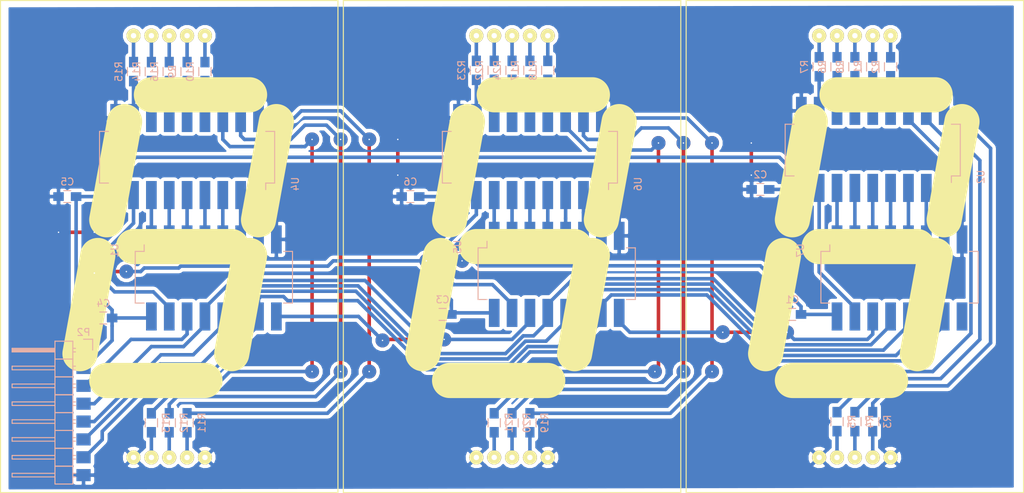
<source format=kicad_pcb>
(kicad_pcb (version 4) (host pcbnew "(2015-09-05 BZR 6156)-product")

  (general
    (links 117)
    (no_connects 2)
    (area 29.518999 53.570999 175.713001 124.229001)
    (thickness 1.6)
    (drawings 0)
    (tracks 358)
    (zones 0)
    (modules 40)
    (nets 84)
  )

  (page A4)
  (layers
    (0 F.Cu signal)
    (31 B.Cu signal)
    (32 B.Adhes user)
    (33 F.Adhes user)
    (34 B.Paste user)
    (35 F.Paste user)
    (36 B.SilkS user hide)
    (37 F.SilkS user)
    (38 B.Mask user)
    (39 F.Mask user)
    (40 Dwgs.User user)
    (41 Cmts.User user)
    (42 Eco1.User user)
    (43 Eco2.User user)
    (44 Edge.Cuts user)
    (45 Margin user)
    (46 B.CrtYd user)
    (47 F.CrtYd user)
    (48 B.Fab user hide)
    (49 F.Fab user hide)
  )

  (setup
    (last_trace_width 0.508)
    (user_trace_width 0.254)
    (trace_clearance 0.254)
    (zone_clearance 0.508)
    (zone_45_only no)
    (trace_min 0.254)
    (segment_width 0.2)
    (edge_width 0.15)
    (via_size 2)
    (via_drill 0.2)
    (via_min_size 0.4)
    (via_min_drill 0.2)
    (uvia_size 0.3)
    (uvia_drill 0.1)
    (uvias_allowed no)
    (uvia_min_size 0.2)
    (uvia_min_drill 0.1)
    (pcb_text_width 0.3)
    (pcb_text_size 1.5 1.5)
    (mod_edge_width 0.15)
    (mod_text_size 1 1)
    (mod_text_width 0.15)
    (pad_size 2 2)
    (pad_drill 0.762)
    (pad_to_mask_clearance 0.2)
    (aux_axis_origin 0 0)
    (visible_elements FFFFFF7F)
    (pcbplotparams
      (layerselection 0x00030_80000001)
      (usegerberextensions false)
      (excludeedgelayer true)
      (linewidth 0.100000)
      (plotframeref false)
      (viasonmask false)
      (mode 1)
      (useauxorigin false)
      (hpglpennumber 1)
      (hpglpenspeed 20)
      (hpglpendiameter 15)
      (hpglpenoverlay 2)
      (psnegative false)
      (psa4output false)
      (plotreference true)
      (plotvalue true)
      (plotinvisibletext false)
      (padsonsilk false)
      (subtractmaskfromsilk false)
      (outputformat 1)
      (mirror false)
      (drillshape 1)
      (scaleselection 1)
      (outputdirectory SVG/))
  )

  (net 0 "")
  (net 1 +5V)
  (net 2 GND)
  (net 3 +9V)
  (net 4 /CLK)
  (net 5 /DATA_IN)
  (net 6 /~CLR)
  (net 7 "Net-(R1-Pad1)")
  (net 8 "Net-(R2-Pad1)")
  (net 9 "Net-(R3-Pad1)")
  (net 10 "Net-(R4-Pad1)")
  (net 11 "Net-(R5-Pad1)")
  (net 12 "Net-(R6-Pad1)")
  (net 13 "Net-(R7-Pad1)")
  (net 14 "Net-(R8-Pad1)")
  (net 15 /LATCH)
  (net 16 /~OE)
  (net 17 /SEG3A)
  (net 18 /SEG3B)
  (net 19 /SEG3C)
  (net 20 /SEG3D)
  (net 21 /SEG3E)
  (net 22 /SEG3F)
  (net 23 /SEG3G)
  (net 24 /SEG3DP)
  (net 25 "Net-(R9-Pad1)")
  (net 26 /SEG1A)
  (net 27 "Net-(R10-Pad1)")
  (net 28 /SEG1B)
  (net 29 "Net-(R11-Pad1)")
  (net 30 /SEG1C)
  (net 31 "Net-(R12-Pad1)")
  (net 32 /SEG1D)
  (net 33 "Net-(R13-Pad1)")
  (net 34 /SEG1E)
  (net 35 "Net-(R14-Pad1)")
  (net 36 /SEG1F)
  (net 37 "Net-(R15-Pad1)")
  (net 38 /SEG1G)
  (net 39 "Net-(R16-Pad1)")
  (net 40 /SEG1DP)
  (net 41 "Net-(R17-Pad1)")
  (net 42 /SEG2A)
  (net 43 "Net-(R18-Pad1)")
  (net 44 /SEG2B)
  (net 45 "Net-(R19-Pad1)")
  (net 46 /SEG2C)
  (net 47 "Net-(R20-Pad1)")
  (net 48 /SEG2D)
  (net 49 "Net-(R21-Pad1)")
  (net 50 /SEG2E)
  (net 51 "Net-(R22-Pad1)")
  (net 52 /SEG2F)
  (net 53 "Net-(R23-Pad1)")
  (net 54 /SEG2G)
  (net 55 "Net-(R24-Pad1)")
  (net 56 /SEG2DP)
  (net 57 /SIG1F)
  (net 58 /SIG1DP)
  (net 59 /SIG1A)
  (net 60 /SIG1B)
  (net 61 /SIG1E)
  (net 62 /SIG1D)
  (net 63 /SIG1C)
  (net 64 "Net-(U1-Pad9)")
  (net 65 /SIG1G)
  (net 66 /SIG3C)
  (net 67 /SIG3D)
  (net 68 /SIG3E)
  (net 69 /SIG3B)
  (net 70 /SIG3A)
  (net 71 /SIG3DP)
  (net 72 /SIG3F)
  (net 73 /SIG3G)
  (net 74 /SIG2F)
  (net 75 /SIG2DP)
  (net 76 /SIG2A)
  (net 77 /SIG2B)
  (net 78 /SIG2E)
  (net 79 /SIG2D)
  (net 80 /SIG2C)
  (net 81 "Net-(U5-Pad9)")
  (net 82 /SIG2G)
  (net 83 "Net-(U7-Pad9)")

  (net_class Default "This is the default net class."
    (clearance 0.254)
    (trace_width 0.508)
    (via_dia 2)
    (via_drill 0.2)
    (uvia_dia 0.3)
    (uvia_drill 0.1)
    (add_net +5V)
    (add_net +9V)
    (add_net /CLK)
    (add_net /DATA_IN)
    (add_net /LATCH)
    (add_net /SEG1A)
    (add_net /SEG1B)
    (add_net /SEG1C)
    (add_net /SEG1D)
    (add_net /SEG1DP)
    (add_net /SEG1E)
    (add_net /SEG1F)
    (add_net /SEG1G)
    (add_net /SEG2A)
    (add_net /SEG2B)
    (add_net /SEG2C)
    (add_net /SEG2D)
    (add_net /SEG2DP)
    (add_net /SEG2E)
    (add_net /SEG2F)
    (add_net /SEG2G)
    (add_net /SEG3A)
    (add_net /SEG3B)
    (add_net /SEG3C)
    (add_net /SEG3D)
    (add_net /SEG3DP)
    (add_net /SEG3E)
    (add_net /SEG3F)
    (add_net /SEG3G)
    (add_net /SIG1A)
    (add_net /SIG1B)
    (add_net /SIG1C)
    (add_net /SIG1D)
    (add_net /SIG1DP)
    (add_net /SIG1E)
    (add_net /SIG1F)
    (add_net /SIG1G)
    (add_net /SIG2A)
    (add_net /SIG2B)
    (add_net /SIG2C)
    (add_net /SIG2D)
    (add_net /SIG2DP)
    (add_net /SIG2E)
    (add_net /SIG2F)
    (add_net /SIG2G)
    (add_net /SIG3A)
    (add_net /SIG3B)
    (add_net /SIG3C)
    (add_net /SIG3D)
    (add_net /SIG3DP)
    (add_net /SIG3E)
    (add_net /SIG3F)
    (add_net /SIG3G)
    (add_net /~CLR)
    (add_net /~OE)
    (add_net GND)
    (add_net "Net-(R1-Pad1)")
    (add_net "Net-(R10-Pad1)")
    (add_net "Net-(R11-Pad1)")
    (add_net "Net-(R12-Pad1)")
    (add_net "Net-(R13-Pad1)")
    (add_net "Net-(R14-Pad1)")
    (add_net "Net-(R15-Pad1)")
    (add_net "Net-(R16-Pad1)")
    (add_net "Net-(R17-Pad1)")
    (add_net "Net-(R18-Pad1)")
    (add_net "Net-(R19-Pad1)")
    (add_net "Net-(R2-Pad1)")
    (add_net "Net-(R20-Pad1)")
    (add_net "Net-(R21-Pad1)")
    (add_net "Net-(R22-Pad1)")
    (add_net "Net-(R23-Pad1)")
    (add_net "Net-(R24-Pad1)")
    (add_net "Net-(R3-Pad1)")
    (add_net "Net-(R4-Pad1)")
    (add_net "Net-(R5-Pad1)")
    (add_net "Net-(R6-Pad1)")
    (add_net "Net-(R7-Pad1)")
    (add_net "Net-(R8-Pad1)")
    (add_net "Net-(R9-Pad1)")
    (add_net "Net-(U1-Pad9)")
    (add_net "Net-(U5-Pad9)")
    (add_net "Net-(U7-Pad9)")
  )

  (module dip-smt:DIP16-SMT (layer B.Cu) (tedit 577AA84F) (tstamp 577D47CD)
    (at 100.076 88.946 270)
    (descr "18-lead dip package, row spacing 7.62 mm (300 mils)")
    (tags "dil dip 2.54 300")
    (path /577D5F72)
    (fp_text reference U5 (at 0 5.22 270) (layer B.SilkS)
      (effects (font (size 1 1) (thickness 0.15)) (justify mirror))
    )
    (fp_text value 74HC595 (at 0 3.72 270) (layer B.Fab)
      (effects (font (size 1 1) (thickness 0.15)) (justify mirror))
    )
    (fp_line (start -1.05 2.45) (end -1.05 -20.26) (layer B.CrtYd) (width 0.05))
    (fp_line (start 8.65 2.45) (end 8.65 -20.26) (layer B.CrtYd) (width 0.05))
    (fp_line (start -1.05 2.45) (end 8.65 2.45) (layer B.CrtYd) (width 0.05))
    (fp_line (start -1.05 -20.26) (end 8.65 -20.26) (layer B.CrtYd) (width 0.05))
    (fp_line (start 0.135 2.295) (end 0.135 1.025) (layer B.SilkS) (width 0.15))
    (fp_line (start 7.485 2.295) (end 7.485 1.025) (layer B.SilkS) (width 0.15))
    (fp_line (start 7.485 -20.075) (end 7.485 -18.805) (layer B.SilkS) (width 0.15))
    (fp_line (start 0.135 -20.075) (end 0.135 -18.805) (layer B.SilkS) (width 0.15))
    (fp_line (start 0.135 2.295) (end 7.485 2.295) (layer B.SilkS) (width 0.15))
    (fp_line (start 0.135 -20.075) (end 7.485 -20.075) (layer B.SilkS) (width 0.15))
    (fp_line (start 0.135 1.025) (end -0.8 1.025) (layer B.SilkS) (width 0.15))
    (pad 1 smd rect (at -1.57 0 270) (size 4 1.524) (layers B.Cu B.Paste B.Mask)
      (net 74 /SIG2F))
    (pad 2 smd rect (at -1.57 -2.54 270) (size 4 1.524) (layers B.Cu B.Paste B.Mask)
      (net 75 /SIG2DP))
    (pad 3 smd rect (at -1.57 -5.08 270) (size 4 1.524) (layers B.Cu B.Paste B.Mask)
      (net 76 /SIG2A))
    (pad 4 smd rect (at -1.57 -7.62 270) (size 4 1.524) (layers B.Cu B.Paste B.Mask)
      (net 77 /SIG2B))
    (pad 5 smd rect (at -1.57 -10.16 270) (size 4 1.524) (layers B.Cu B.Paste B.Mask)
      (net 78 /SIG2E))
    (pad 6 smd rect (at -1.57 -12.7 270) (size 4 1.524) (layers B.Cu B.Paste B.Mask)
      (net 79 /SIG2D))
    (pad 7 smd rect (at -1.57 -15.24 270) (size 4 1.524) (layers B.Cu B.Paste B.Mask)
      (net 80 /SIG2C))
    (pad 8 smd rect (at -1.57 -17.78 270) (size 4 1.524) (layers B.Cu B.Paste B.Mask)
      (net 2 GND))
    (pad 9 smd rect (at 9.39 -17.78 270) (size 4 1.524) (layers B.Cu B.Paste B.Mask)
      (net 81 "Net-(U5-Pad9)"))
    (pad 10 smd rect (at 9.39 -15.24 270) (size 4 1.524) (layers B.Cu B.Paste B.Mask)
      (net 6 /~CLR))
    (pad 11 smd rect (at 9.39 -12.7 270) (size 4 1.524) (layers B.Cu B.Paste B.Mask)
      (net 4 /CLK))
    (pad 12 smd rect (at 9.39 -10.16 270) (size 4 1.524) (layers B.Cu B.Paste B.Mask)
      (net 15 /LATCH))
    (pad 13 smd rect (at 9.39 -7.62 270) (size 4 1.524) (layers B.Cu B.Paste B.Mask)
      (net 16 /~OE))
    (pad 14 smd rect (at 9.39 -5.08 270) (size 4 1.524) (layers B.Cu B.Paste B.Mask)
      (net 64 "Net-(U1-Pad9)"))
    (pad 15 smd rect (at 9.39 -2.54 270) (size 4 1.524) (layers B.Cu B.Paste B.Mask)
      (net 82 /SIG2G))
    (pad 16 smd rect (at 9.39 0 270) (size 4 1.524) (layers B.Cu B.Paste B.Mask)
      (net 1 +5V))
    (model Housings_DIP.3dshapes/DIP-18_W7.62mm.wrl
      (at (xyz 0 0 0))
      (scale (xyz 1 1 1))
      (rotate (xyz 0 0 0))
    )
  )

  (module Resistors_SMD:R_0805_HandSoldering (layer B.Cu) (tedit 54189DEE) (tstamp 577ACBB2)
    (at 148.844 113.804 90)
    (descr "Resistor SMD 0805, hand soldering")
    (tags "resistor 0805")
    (path /5776A8CD)
    (attr smd)
    (fp_text reference R5 (at 0 2.1 90) (layer B.SilkS)
      (effects (font (size 1 1) (thickness 0.15)) (justify mirror))
    )
    (fp_text value R (at 0 -2.1 90) (layer B.Fab)
      (effects (font (size 1 1) (thickness 0.15)) (justify mirror))
    )
    (fp_line (start -2.4 1) (end 2.4 1) (layer B.CrtYd) (width 0.05))
    (fp_line (start -2.4 -1) (end 2.4 -1) (layer B.CrtYd) (width 0.05))
    (fp_line (start -2.4 1) (end -2.4 -1) (layer B.CrtYd) (width 0.05))
    (fp_line (start 2.4 1) (end 2.4 -1) (layer B.CrtYd) (width 0.05))
    (fp_line (start 0.6 -0.875) (end -0.6 -0.875) (layer B.SilkS) (width 0.15))
    (fp_line (start -0.6 0.875) (end 0.6 0.875) (layer B.SilkS) (width 0.15))
    (pad 1 smd rect (at -1.35 0 90) (size 1.5 1.3) (layers B.Cu B.Paste B.Mask)
      (net 11 "Net-(R5-Pad1)"))
    (pad 2 smd rect (at 1.35 0 90) (size 1.5 1.3) (layers B.Cu B.Paste B.Mask)
      (net 21 /SEG3E))
    (model Resistors_SMD.3dshapes/R_0805_HandSoldering.wrl
      (at (xyz 0 0 0))
      (scale (xyz 1 1 1))
      (rotate (xyz 0 0 0))
    )
  )

  (module Capacitors_SMD:C_0805_HandSoldering (layer B.Cu) (tedit 541A9B8D) (tstamp 577ACB99)
    (at 137.942 80.772 180)
    (descr "Capacitor SMD 0805, hand soldering")
    (tags "capacitor 0805")
    (path /577AA6CE)
    (attr smd)
    (fp_text reference C2 (at 0 2.1 180) (layer B.SilkS)
      (effects (font (size 1 1) (thickness 0.15)) (justify mirror))
    )
    (fp_text value C (at 0 -2.1 180) (layer B.Fab)
      (effects (font (size 1 1) (thickness 0.15)) (justify mirror))
    )
    (fp_line (start -2.3 1) (end 2.3 1) (layer B.CrtYd) (width 0.05))
    (fp_line (start -2.3 -1) (end 2.3 -1) (layer B.CrtYd) (width 0.05))
    (fp_line (start -2.3 1) (end -2.3 -1) (layer B.CrtYd) (width 0.05))
    (fp_line (start 2.3 1) (end 2.3 -1) (layer B.CrtYd) (width 0.05))
    (fp_line (start 0.5 0.85) (end -0.5 0.85) (layer B.SilkS) (width 0.15))
    (fp_line (start -0.5 -0.85) (end 0.5 -0.85) (layer B.SilkS) (width 0.15))
    (pad 1 smd rect (at -1.25 0 180) (size 1.5 1.25) (layers B.Cu B.Paste B.Mask)
      (net 3 +9V))
    (pad 2 smd rect (at 1.25 0 180) (size 1.5 1.25) (layers B.Cu B.Paste B.Mask)
      (net 2 GND))
    (model Capacitors_SMD.3dshapes/C_0805_HandSoldering.wrl
      (at (xyz 0 0 0))
      (scale (xyz 1 1 1))
      (rotate (xyz 0 0 0))
    )
  )

  (module sip-smt:SIP8-SMT (layer B.Cu) (tedit 0) (tstamp 577AC3E1)
    (at 41.656 103.632 180)
    (descr "Through hole pin header")
    (tags "pin header")
    (path /5777D3FD)
    (fp_text reference P2 (at 0 2.54 180) (layer B.SilkS)
      (effects (font (size 1 1) (thickness 0.15)) (justify mirror))
    )
    (fp_text value CONN_01X08 (at 0 3.1 180) (layer B.Fab)
      (effects (font (size 1 1) (thickness 0.15)) (justify mirror))
    )
    (fp_line (start -1.5 1.75) (end -1.5 -19.55) (layer B.CrtYd) (width 0.05))
    (fp_line (start 10.65 1.75) (end 10.65 -19.55) (layer B.CrtYd) (width 0.05))
    (fp_line (start -1.5 1.75) (end 10.65 1.75) (layer B.CrtYd) (width 0.05))
    (fp_line (start -1.5 -19.55) (end 10.65 -19.55) (layer B.CrtYd) (width 0.05))
    (fp_line (start -1.3 1.55) (end -1.3 0) (layer B.SilkS) (width 0.15))
    (fp_line (start 0 1.55) (end -1.3 1.55) (layer B.SilkS) (width 0.15))
    (fp_line (start 4.191 0.127) (end 10.033 0.127) (layer B.SilkS) (width 0.15))
    (fp_line (start 10.033 0.127) (end 10.033 -0.127) (layer B.SilkS) (width 0.15))
    (fp_line (start 10.033 -0.127) (end 4.191 -0.127) (layer B.SilkS) (width 0.15))
    (fp_line (start 4.191 -0.127) (end 4.191 0) (layer B.SilkS) (width 0.15))
    (fp_line (start 4.191 0) (end 10.033 0) (layer B.SilkS) (width 0.15))
    (fp_line (start 1.524 -17.526) (end 1.143 -17.526) (layer B.SilkS) (width 0.15))
    (fp_line (start 1.524 -18.034) (end 1.143 -18.034) (layer B.SilkS) (width 0.15))
    (fp_line (start 1.524 0.254) (end 1.143 0.254) (layer B.SilkS) (width 0.15))
    (fp_line (start 1.524 -0.254) (end 1.143 -0.254) (layer B.SilkS) (width 0.15))
    (fp_line (start 1.524 -2.286) (end 1.143 -2.286) (layer B.SilkS) (width 0.15))
    (fp_line (start 1.524 -2.794) (end 1.143 -2.794) (layer B.SilkS) (width 0.15))
    (fp_line (start 1.524 -4.826) (end 1.143 -4.826) (layer B.SilkS) (width 0.15))
    (fp_line (start 1.524 -5.334) (end 1.143 -5.334) (layer B.SilkS) (width 0.15))
    (fp_line (start 1.524 -15.494) (end 1.143 -15.494) (layer B.SilkS) (width 0.15))
    (fp_line (start 1.524 -14.986) (end 1.143 -14.986) (layer B.SilkS) (width 0.15))
    (fp_line (start 1.524 -12.954) (end 1.143 -12.954) (layer B.SilkS) (width 0.15))
    (fp_line (start 1.524 -12.446) (end 1.143 -12.446) (layer B.SilkS) (width 0.15))
    (fp_line (start 1.524 -10.414) (end 1.143 -10.414) (layer B.SilkS) (width 0.15))
    (fp_line (start 1.524 -9.906) (end 1.143 -9.906) (layer B.SilkS) (width 0.15))
    (fp_line (start 1.524 -7.874) (end 1.143 -7.874) (layer B.SilkS) (width 0.15))
    (fp_line (start 1.524 -7.366) (end 1.143 -7.366) (layer B.SilkS) (width 0.15))
    (fp_line (start 1.524 -13.97) (end 4.064 -13.97) (layer B.SilkS) (width 0.15))
    (fp_line (start 1.524 -13.97) (end 1.524 -16.51) (layer B.SilkS) (width 0.15))
    (fp_line (start 1.524 -16.51) (end 4.064 -16.51) (layer B.SilkS) (width 0.15))
    (fp_line (start 4.064 -14.986) (end 10.16 -14.986) (layer B.SilkS) (width 0.15))
    (fp_line (start 10.16 -14.986) (end 10.16 -15.494) (layer B.SilkS) (width 0.15))
    (fp_line (start 10.16 -15.494) (end 4.064 -15.494) (layer B.SilkS) (width 0.15))
    (fp_line (start 4.064 -16.51) (end 4.064 -13.97) (layer B.SilkS) (width 0.15))
    (fp_line (start 4.064 -19.05) (end 4.064 -16.51) (layer B.SilkS) (width 0.15))
    (fp_line (start 10.16 -18.034) (end 4.064 -18.034) (layer B.SilkS) (width 0.15))
    (fp_line (start 10.16 -17.526) (end 10.16 -18.034) (layer B.SilkS) (width 0.15))
    (fp_line (start 4.064 -17.526) (end 10.16 -17.526) (layer B.SilkS) (width 0.15))
    (fp_line (start 1.524 -16.51) (end 1.524 -19.05) (layer B.SilkS) (width 0.15))
    (fp_line (start 1.524 -16.51) (end 4.064 -16.51) (layer B.SilkS) (width 0.15))
    (fp_line (start 1.524 -19.05) (end 4.064 -19.05) (layer B.SilkS) (width 0.15))
    (fp_line (start 1.524 1.27) (end 4.064 1.27) (layer B.SilkS) (width 0.15))
    (fp_line (start 1.524 -1.27) (end 4.064 -1.27) (layer B.SilkS) (width 0.15))
    (fp_line (start 1.524 -1.27) (end 1.524 -3.81) (layer B.SilkS) (width 0.15))
    (fp_line (start 1.524 -3.81) (end 4.064 -3.81) (layer B.SilkS) (width 0.15))
    (fp_line (start 4.064 -2.286) (end 10.16 -2.286) (layer B.SilkS) (width 0.15))
    (fp_line (start 10.16 -2.286) (end 10.16 -2.794) (layer B.SilkS) (width 0.15))
    (fp_line (start 10.16 -2.794) (end 4.064 -2.794) (layer B.SilkS) (width 0.15))
    (fp_line (start 4.064 -3.81) (end 4.064 -1.27) (layer B.SilkS) (width 0.15))
    (fp_line (start 4.064 -1.27) (end 4.064 1.27) (layer B.SilkS) (width 0.15))
    (fp_line (start 10.16 -0.254) (end 4.064 -0.254) (layer B.SilkS) (width 0.15))
    (fp_line (start 10.16 0.254) (end 10.16 -0.254) (layer B.SilkS) (width 0.15))
    (fp_line (start 4.064 0.254) (end 10.16 0.254) (layer B.SilkS) (width 0.15))
    (fp_line (start 1.524 -1.27) (end 4.064 -1.27) (layer B.SilkS) (width 0.15))
    (fp_line (start 1.524 1.27) (end 1.524 -1.27) (layer B.SilkS) (width 0.15))
    (fp_line (start 1.524 -8.89) (end 4.064 -8.89) (layer B.SilkS) (width 0.15))
    (fp_line (start 1.524 -8.89) (end 1.524 -11.43) (layer B.SilkS) (width 0.15))
    (fp_line (start 1.524 -11.43) (end 4.064 -11.43) (layer B.SilkS) (width 0.15))
    (fp_line (start 4.064 -9.906) (end 10.16 -9.906) (layer B.SilkS) (width 0.15))
    (fp_line (start 10.16 -9.906) (end 10.16 -10.414) (layer B.SilkS) (width 0.15))
    (fp_line (start 10.16 -10.414) (end 4.064 -10.414) (layer B.SilkS) (width 0.15))
    (fp_line (start 4.064 -11.43) (end 4.064 -8.89) (layer B.SilkS) (width 0.15))
    (fp_line (start 4.064 -13.97) (end 4.064 -11.43) (layer B.SilkS) (width 0.15))
    (fp_line (start 10.16 -12.954) (end 4.064 -12.954) (layer B.SilkS) (width 0.15))
    (fp_line (start 10.16 -12.446) (end 10.16 -12.954) (layer B.SilkS) (width 0.15))
    (fp_line (start 4.064 -12.446) (end 10.16 -12.446) (layer B.SilkS) (width 0.15))
    (fp_line (start 1.524 -13.97) (end 4.064 -13.97) (layer B.SilkS) (width 0.15))
    (fp_line (start 1.524 -11.43) (end 1.524 -13.97) (layer B.SilkS) (width 0.15))
    (fp_line (start 1.524 -11.43) (end 4.064 -11.43) (layer B.SilkS) (width 0.15))
    (fp_line (start 1.524 -6.35) (end 4.064 -6.35) (layer B.SilkS) (width 0.15))
    (fp_line (start 1.524 -6.35) (end 1.524 -8.89) (layer B.SilkS) (width 0.15))
    (fp_line (start 1.524 -8.89) (end 4.064 -8.89) (layer B.SilkS) (width 0.15))
    (fp_line (start 4.064 -7.366) (end 10.16 -7.366) (layer B.SilkS) (width 0.15))
    (fp_line (start 10.16 -7.366) (end 10.16 -7.874) (layer B.SilkS) (width 0.15))
    (fp_line (start 10.16 -7.874) (end 4.064 -7.874) (layer B.SilkS) (width 0.15))
    (fp_line (start 4.064 -8.89) (end 4.064 -6.35) (layer B.SilkS) (width 0.15))
    (fp_line (start 4.064 -6.35) (end 4.064 -3.81) (layer B.SilkS) (width 0.15))
    (fp_line (start 10.16 -5.334) (end 4.064 -5.334) (layer B.SilkS) (width 0.15))
    (fp_line (start 10.16 -4.826) (end 10.16 -5.334) (layer B.SilkS) (width 0.15))
    (fp_line (start 4.064 -4.826) (end 10.16 -4.826) (layer B.SilkS) (width 0.15))
    (fp_line (start 1.524 -6.35) (end 4.064 -6.35) (layer B.SilkS) (width 0.15))
    (fp_line (start 1.524 -3.81) (end 1.524 -6.35) (layer B.SilkS) (width 0.15))
    (fp_line (start 1.524 -3.81) (end 4.064 -3.81) (layer B.SilkS) (width 0.15))
    (pad 1 smd rect (at 0 0 180) (size 2.032 1.7272) (layers B.Cu B.Paste B.Mask)
      (net 3 +9V))
    (pad 2 smd rect (at 0 -2.54 180) (size 2.032 1.7272) (layers B.Cu B.Paste B.Mask)
      (net 1 +5V))
    (pad 3 smd rect (at 0 -5.08 180) (size 2.032 1.7272) (layers B.Cu B.Paste B.Mask)
      (net 5 /DATA_IN))
    (pad 4 smd rect (at 0 -7.62 180) (size 2.032 1.7272) (layers B.Cu B.Paste B.Mask)
      (net 16 /~OE))
    (pad 5 smd rect (at 0 -10.16 180) (size 2.032 1.7272) (layers B.Cu B.Paste B.Mask)
      (net 15 /LATCH))
    (pad 6 smd rect (at 0 -12.7 180) (size 2.032 1.7272) (layers B.Cu B.Paste B.Mask)
      (net 4 /CLK))
    (pad 7 smd rect (at 0 -15.24 180) (size 2.032 1.7272) (layers B.Cu B.Paste B.Mask)
      (net 6 /~CLR))
    (pad 8 smd rect (at 0 -17.78 180) (size 2.032 1.7272) (layers B.Cu B.Paste B.Mask)
      (net 2 GND))
    (model Pin_Headers.3dshapes/Pin_Header_Angled_1x08.wrl
      (at (xyz 0 -0.35 0))
      (scale (xyz 1 1 1))
      (rotate (xyz 0 0 90))
    )
  )

  (module Capacitors_SMD:C_0805_HandSoldering (layer B.Cu) (tedit 541A9B8D) (tstamp 577ACB94)
    (at 142.474 98.552 180)
    (descr "Capacitor SMD 0805, hand soldering")
    (tags "capacitor 0805")
    (path /5777255A)
    (attr smd)
    (fp_text reference C1 (at 0 2.1 180) (layer B.SilkS)
      (effects (font (size 1 1) (thickness 0.15)) (justify mirror))
    )
    (fp_text value C (at 0 -2.1 180) (layer B.Fab)
      (effects (font (size 1 1) (thickness 0.15)) (justify mirror))
    )
    (fp_line (start -2.3 1) (end 2.3 1) (layer B.CrtYd) (width 0.05))
    (fp_line (start -2.3 -1) (end 2.3 -1) (layer B.CrtYd) (width 0.05))
    (fp_line (start -2.3 1) (end -2.3 -1) (layer B.CrtYd) (width 0.05))
    (fp_line (start 2.3 1) (end 2.3 -1) (layer B.CrtYd) (width 0.05))
    (fp_line (start 0.5 0.85) (end -0.5 0.85) (layer B.SilkS) (width 0.15))
    (fp_line (start -0.5 -0.85) (end 0.5 -0.85) (layer B.SilkS) (width 0.15))
    (pad 1 smd rect (at -1.25 0 180) (size 1.5 1.25) (layers B.Cu B.Paste B.Mask)
      (net 1 +5V))
    (pad 2 smd rect (at 1.25 0 180) (size 1.5 1.25) (layers B.Cu B.Paste B.Mask)
      (net 2 GND))
    (model Capacitors_SMD.3dshapes/C_0805_HandSoldering.wrl
      (at (xyz 0 0 0))
      (scale (xyz 1 1 1))
      (rotate (xyz 0 0 0))
    )
  )

  (module Resistors_SMD:R_0805_HandSoldering (layer B.Cu) (tedit 54189DEE) (tstamp 577ACB9E)
    (at 153.924 63.326 270)
    (descr "Resistor SMD 0805, hand soldering")
    (tags "resistor 0805")
    (path /5776A756)
    (attr smd)
    (fp_text reference R1 (at 0 2.1 270) (layer B.SilkS)
      (effects (font (size 1 1) (thickness 0.15)) (justify mirror))
    )
    (fp_text value R (at 0 -2.1 270) (layer B.Fab)
      (effects (font (size 1 1) (thickness 0.15)) (justify mirror))
    )
    (fp_line (start -2.4 1) (end 2.4 1) (layer B.CrtYd) (width 0.05))
    (fp_line (start -2.4 -1) (end 2.4 -1) (layer B.CrtYd) (width 0.05))
    (fp_line (start -2.4 1) (end -2.4 -1) (layer B.CrtYd) (width 0.05))
    (fp_line (start 2.4 1) (end 2.4 -1) (layer B.CrtYd) (width 0.05))
    (fp_line (start 0.6 -0.875) (end -0.6 -0.875) (layer B.SilkS) (width 0.15))
    (fp_line (start -0.6 0.875) (end 0.6 0.875) (layer B.SilkS) (width 0.15))
    (pad 1 smd rect (at -1.35 0 270) (size 1.5 1.3) (layers B.Cu B.Paste B.Mask)
      (net 7 "Net-(R1-Pad1)"))
    (pad 2 smd rect (at 1.35 0 270) (size 1.5 1.3) (layers B.Cu B.Paste B.Mask)
      (net 17 /SEG3A))
    (model Resistors_SMD.3dshapes/R_0805_HandSoldering.wrl
      (at (xyz 0 0 0))
      (scale (xyz 1 1 1))
      (rotate (xyz 0 0 0))
    )
  )

  (module Resistors_SMD:R_0805_HandSoldering (layer B.Cu) (tedit 54189DEE) (tstamp 577ACBA3)
    (at 156.464 63.326 270)
    (descr "Resistor SMD 0805, hand soldering")
    (tags "resistor 0805")
    (path /5776A7B9)
    (attr smd)
    (fp_text reference R2 (at 0 2.1 270) (layer B.SilkS)
      (effects (font (size 1 1) (thickness 0.15)) (justify mirror))
    )
    (fp_text value R (at 0 -2.1 270) (layer B.Fab)
      (effects (font (size 1 1) (thickness 0.15)) (justify mirror))
    )
    (fp_line (start -2.4 1) (end 2.4 1) (layer B.CrtYd) (width 0.05))
    (fp_line (start -2.4 -1) (end 2.4 -1) (layer B.CrtYd) (width 0.05))
    (fp_line (start -2.4 1) (end -2.4 -1) (layer B.CrtYd) (width 0.05))
    (fp_line (start 2.4 1) (end 2.4 -1) (layer B.CrtYd) (width 0.05))
    (fp_line (start 0.6 -0.875) (end -0.6 -0.875) (layer B.SilkS) (width 0.15))
    (fp_line (start -0.6 0.875) (end 0.6 0.875) (layer B.SilkS) (width 0.15))
    (pad 1 smd rect (at -1.35 0 270) (size 1.5 1.3) (layers B.Cu B.Paste B.Mask)
      (net 8 "Net-(R2-Pad1)"))
    (pad 2 smd rect (at 1.35 0 270) (size 1.5 1.3) (layers B.Cu B.Paste B.Mask)
      (net 18 /SEG3B))
    (model Resistors_SMD.3dshapes/R_0805_HandSoldering.wrl
      (at (xyz 0 0 0))
      (scale (xyz 1 1 1))
      (rotate (xyz 0 0 0))
    )
  )

  (module Resistors_SMD:R_0805_HandSoldering (layer B.Cu) (tedit 54189DEE) (tstamp 577ACBA8)
    (at 153.924 113.804 90)
    (descr "Resistor SMD 0805, hand soldering")
    (tags "resistor 0805")
    (path /5776A81D)
    (attr smd)
    (fp_text reference R3 (at 0 2.1 90) (layer B.SilkS)
      (effects (font (size 1 1) (thickness 0.15)) (justify mirror))
    )
    (fp_text value R (at 0 -2.1 90) (layer B.Fab)
      (effects (font (size 1 1) (thickness 0.15)) (justify mirror))
    )
    (fp_line (start -2.4 1) (end 2.4 1) (layer B.CrtYd) (width 0.05))
    (fp_line (start -2.4 -1) (end 2.4 -1) (layer B.CrtYd) (width 0.05))
    (fp_line (start -2.4 1) (end -2.4 -1) (layer B.CrtYd) (width 0.05))
    (fp_line (start 2.4 1) (end 2.4 -1) (layer B.CrtYd) (width 0.05))
    (fp_line (start 0.6 -0.875) (end -0.6 -0.875) (layer B.SilkS) (width 0.15))
    (fp_line (start -0.6 0.875) (end 0.6 0.875) (layer B.SilkS) (width 0.15))
    (pad 1 smd rect (at -1.35 0 90) (size 1.5 1.3) (layers B.Cu B.Paste B.Mask)
      (net 9 "Net-(R3-Pad1)"))
    (pad 2 smd rect (at 1.35 0 90) (size 1.5 1.3) (layers B.Cu B.Paste B.Mask)
      (net 19 /SEG3C))
    (model Resistors_SMD.3dshapes/R_0805_HandSoldering.wrl
      (at (xyz 0 0 0))
      (scale (xyz 1 1 1))
      (rotate (xyz 0 0 0))
    )
  )

  (module Resistors_SMD:R_0805_HandSoldering (layer B.Cu) (tedit 54189DEE) (tstamp 577ACBAD)
    (at 151.384 113.804 90)
    (descr "Resistor SMD 0805, hand soldering")
    (tags "resistor 0805")
    (path /5776A823)
    (attr smd)
    (fp_text reference R4 (at 0 2.1 90) (layer B.SilkS)
      (effects (font (size 1 1) (thickness 0.15)) (justify mirror))
    )
    (fp_text value R (at 0 -2.1 90) (layer B.Fab)
      (effects (font (size 1 1) (thickness 0.15)) (justify mirror))
    )
    (fp_line (start -2.4 1) (end 2.4 1) (layer B.CrtYd) (width 0.05))
    (fp_line (start -2.4 -1) (end 2.4 -1) (layer B.CrtYd) (width 0.05))
    (fp_line (start -2.4 1) (end -2.4 -1) (layer B.CrtYd) (width 0.05))
    (fp_line (start 2.4 1) (end 2.4 -1) (layer B.CrtYd) (width 0.05))
    (fp_line (start 0.6 -0.875) (end -0.6 -0.875) (layer B.SilkS) (width 0.15))
    (fp_line (start -0.6 0.875) (end 0.6 0.875) (layer B.SilkS) (width 0.15))
    (pad 1 smd rect (at -1.35 0 90) (size 1.5 1.3) (layers B.Cu B.Paste B.Mask)
      (net 10 "Net-(R4-Pad1)"))
    (pad 2 smd rect (at 1.35 0 90) (size 1.5 1.3) (layers B.Cu B.Paste B.Mask)
      (net 20 /SEG3D))
    (model Resistors_SMD.3dshapes/R_0805_HandSoldering.wrl
      (at (xyz 0 0 0))
      (scale (xyz 1 1 1))
      (rotate (xyz 0 0 0))
    )
  )

  (module Resistors_SMD:R_0805_HandSoldering (layer B.Cu) (tedit 54189DEE) (tstamp 577ACBB7)
    (at 148.844 63.326 270)
    (descr "Resistor SMD 0805, hand soldering")
    (tags "resistor 0805")
    (path /5776A8D3)
    (attr smd)
    (fp_text reference R6 (at 0 2.1 270) (layer B.SilkS)
      (effects (font (size 1 1) (thickness 0.15)) (justify mirror))
    )
    (fp_text value R (at 0 -2.1 270) (layer B.Fab)
      (effects (font (size 1 1) (thickness 0.15)) (justify mirror))
    )
    (fp_line (start -2.4 1) (end 2.4 1) (layer B.CrtYd) (width 0.05))
    (fp_line (start -2.4 -1) (end 2.4 -1) (layer B.CrtYd) (width 0.05))
    (fp_line (start -2.4 1) (end -2.4 -1) (layer B.CrtYd) (width 0.05))
    (fp_line (start 2.4 1) (end 2.4 -1) (layer B.CrtYd) (width 0.05))
    (fp_line (start 0.6 -0.875) (end -0.6 -0.875) (layer B.SilkS) (width 0.15))
    (fp_line (start -0.6 0.875) (end 0.6 0.875) (layer B.SilkS) (width 0.15))
    (pad 1 smd rect (at -1.35 0 270) (size 1.5 1.3) (layers B.Cu B.Paste B.Mask)
      (net 12 "Net-(R6-Pad1)"))
    (pad 2 smd rect (at 1.35 0 270) (size 1.5 1.3) (layers B.Cu B.Paste B.Mask)
      (net 22 /SEG3F))
    (model Resistors_SMD.3dshapes/R_0805_HandSoldering.wrl
      (at (xyz 0 0 0))
      (scale (xyz 1 1 1))
      (rotate (xyz 0 0 0))
    )
  )

  (module Resistors_SMD:R_0805_HandSoldering (layer B.Cu) (tedit 54189DEE) (tstamp 577ACBBC)
    (at 146.304 63.326 270)
    (descr "Resistor SMD 0805, hand soldering")
    (tags "resistor 0805")
    (path /5776A8D9)
    (attr smd)
    (fp_text reference R7 (at 0 2.1 270) (layer B.SilkS)
      (effects (font (size 1 1) (thickness 0.15)) (justify mirror))
    )
    (fp_text value R (at 0 -2.1 270) (layer B.Fab)
      (effects (font (size 1 1) (thickness 0.15)) (justify mirror))
    )
    (fp_line (start -2.4 1) (end 2.4 1) (layer B.CrtYd) (width 0.05))
    (fp_line (start -2.4 -1) (end 2.4 -1) (layer B.CrtYd) (width 0.05))
    (fp_line (start -2.4 1) (end -2.4 -1) (layer B.CrtYd) (width 0.05))
    (fp_line (start 2.4 1) (end 2.4 -1) (layer B.CrtYd) (width 0.05))
    (fp_line (start 0.6 -0.875) (end -0.6 -0.875) (layer B.SilkS) (width 0.15))
    (fp_line (start -0.6 0.875) (end 0.6 0.875) (layer B.SilkS) (width 0.15))
    (pad 1 smd rect (at -1.35 0 270) (size 1.5 1.3) (layers B.Cu B.Paste B.Mask)
      (net 13 "Net-(R7-Pad1)"))
    (pad 2 smd rect (at 1.35 0 270) (size 1.5 1.3) (layers B.Cu B.Paste B.Mask)
      (net 23 /SEG3G))
    (model Resistors_SMD.3dshapes/R_0805_HandSoldering.wrl
      (at (xyz 0 0 0))
      (scale (xyz 1 1 1))
      (rotate (xyz 0 0 0))
    )
  )

  (module Resistors_SMD:R_0805_HandSoldering (layer B.Cu) (tedit 54189DEE) (tstamp 577ACBC1)
    (at 151.384 63.326 270)
    (descr "Resistor SMD 0805, hand soldering")
    (tags "resistor 0805")
    (path /5776A8DF)
    (attr smd)
    (fp_text reference R8 (at 0 2.1 270) (layer B.SilkS)
      (effects (font (size 1 1) (thickness 0.15)) (justify mirror))
    )
    (fp_text value R (at 0 -2.1 270) (layer B.Fab)
      (effects (font (size 1 1) (thickness 0.15)) (justify mirror))
    )
    (fp_line (start -2.4 1) (end 2.4 1) (layer B.CrtYd) (width 0.05))
    (fp_line (start -2.4 -1) (end 2.4 -1) (layer B.CrtYd) (width 0.05))
    (fp_line (start -2.4 1) (end -2.4 -1) (layer B.CrtYd) (width 0.05))
    (fp_line (start 2.4 1) (end 2.4 -1) (layer B.CrtYd) (width 0.05))
    (fp_line (start 0.6 -0.875) (end -0.6 -0.875) (layer B.SilkS) (width 0.15))
    (fp_line (start -0.6 0.875) (end 0.6 0.875) (layer B.SilkS) (width 0.15))
    (pad 1 smd rect (at -1.35 0 270) (size 1.5 1.3) (layers B.Cu B.Paste B.Mask)
      (net 14 "Net-(R8-Pad1)"))
    (pad 2 smd rect (at 1.35 0 270) (size 1.5 1.3) (layers B.Cu B.Paste B.Mask)
      (net 24 /SEG3DP))
    (model Resistors_SMD.3dshapes/R_0805_HandSoldering.wrl
      (at (xyz 0 0 0))
      (scale (xyz 1 1 1))
      (rotate (xyz 0 0 0))
    )
  )

  (module Capacitors_SMD:C_0805_HandSoldering (layer B.Cu) (tedit 541A9B8D) (tstamp 577D4731)
    (at 92.73 98.552 180)
    (descr "Capacitor SMD 0805, hand soldering")
    (tags "capacitor 0805")
    (path /577D72CA)
    (attr smd)
    (fp_text reference C3 (at 0 2.1 180) (layer B.SilkS)
      (effects (font (size 1 1) (thickness 0.15)) (justify mirror))
    )
    (fp_text value C (at 0 -2.1 180) (layer B.Fab)
      (effects (font (size 1 1) (thickness 0.15)) (justify mirror))
    )
    (fp_line (start -2.3 1) (end 2.3 1) (layer B.CrtYd) (width 0.05))
    (fp_line (start -2.3 -1) (end 2.3 -1) (layer B.CrtYd) (width 0.05))
    (fp_line (start -2.3 1) (end -2.3 -1) (layer B.CrtYd) (width 0.05))
    (fp_line (start 2.3 1) (end 2.3 -1) (layer B.CrtYd) (width 0.05))
    (fp_line (start 0.5 0.85) (end -0.5 0.85) (layer B.SilkS) (width 0.15))
    (fp_line (start -0.5 -0.85) (end 0.5 -0.85) (layer B.SilkS) (width 0.15))
    (pad 1 smd rect (at -1.25 0 180) (size 1.5 1.25) (layers B.Cu B.Paste B.Mask)
      (net 1 +5V))
    (pad 2 smd rect (at 1.25 0 180) (size 1.5 1.25) (layers B.Cu B.Paste B.Mask)
      (net 2 GND))
    (model Capacitors_SMD.3dshapes/C_0805_HandSoldering.wrl
      (at (xyz 0 0 0))
      (scale (xyz 1 1 1))
      (rotate (xyz 0 0 0))
    )
  )

  (module Capacitors_SMD:C_0805_HandSoldering (layer B.Cu) (tedit 541A9B8D) (tstamp 577D4737)
    (at 44.47 99.06 180)
    (descr "Capacitor SMD 0805, hand soldering")
    (tags "capacitor 0805")
    (path /577D734F)
    (attr smd)
    (fp_text reference C4 (at 0 2.1 180) (layer B.SilkS)
      (effects (font (size 1 1) (thickness 0.15)) (justify mirror))
    )
    (fp_text value C (at 0 -2.1 180) (layer B.Fab)
      (effects (font (size 1 1) (thickness 0.15)) (justify mirror))
    )
    (fp_line (start -2.3 1) (end 2.3 1) (layer B.CrtYd) (width 0.05))
    (fp_line (start -2.3 -1) (end 2.3 -1) (layer B.CrtYd) (width 0.05))
    (fp_line (start -2.3 1) (end -2.3 -1) (layer B.CrtYd) (width 0.05))
    (fp_line (start 2.3 1) (end 2.3 -1) (layer B.CrtYd) (width 0.05))
    (fp_line (start 0.5 0.85) (end -0.5 0.85) (layer B.SilkS) (width 0.15))
    (fp_line (start -0.5 -0.85) (end 0.5 -0.85) (layer B.SilkS) (width 0.15))
    (pad 1 smd rect (at -1.25 0 180) (size 1.5 1.25) (layers B.Cu B.Paste B.Mask)
      (net 1 +5V))
    (pad 2 smd rect (at 1.25 0 180) (size 1.5 1.25) (layers B.Cu B.Paste B.Mask)
      (net 2 GND))
    (model Capacitors_SMD.3dshapes/C_0805_HandSoldering.wrl
      (at (xyz 0 0 0))
      (scale (xyz 1 1 1))
      (rotate (xyz 0 0 0))
    )
  )

  (module Capacitors_SMD:C_0805_HandSoldering (layer B.Cu) (tedit 541A9B8D) (tstamp 577D473D)
    (at 39.35 81.788 180)
    (descr "Capacitor SMD 0805, hand soldering")
    (tags "capacitor 0805")
    (path /577D91D4)
    (attr smd)
    (fp_text reference C5 (at 0 2.1 180) (layer B.SilkS)
      (effects (font (size 1 1) (thickness 0.15)) (justify mirror))
    )
    (fp_text value C (at 0 -2.1 180) (layer B.Fab)
      (effects (font (size 1 1) (thickness 0.15)) (justify mirror))
    )
    (fp_line (start -2.3 1) (end 2.3 1) (layer B.CrtYd) (width 0.05))
    (fp_line (start -2.3 -1) (end 2.3 -1) (layer B.CrtYd) (width 0.05))
    (fp_line (start -2.3 1) (end -2.3 -1) (layer B.CrtYd) (width 0.05))
    (fp_line (start 2.3 1) (end 2.3 -1) (layer B.CrtYd) (width 0.05))
    (fp_line (start 0.5 0.85) (end -0.5 0.85) (layer B.SilkS) (width 0.15))
    (fp_line (start -0.5 -0.85) (end 0.5 -0.85) (layer B.SilkS) (width 0.15))
    (pad 1 smd rect (at -1.25 0 180) (size 1.5 1.25) (layers B.Cu B.Paste B.Mask)
      (net 3 +9V))
    (pad 2 smd rect (at 1.25 0 180) (size 1.5 1.25) (layers B.Cu B.Paste B.Mask)
      (net 2 GND))
    (model Capacitors_SMD.3dshapes/C_0805_HandSoldering.wrl
      (at (xyz 0 0 0))
      (scale (xyz 1 1 1))
      (rotate (xyz 0 0 0))
    )
  )

  (module Capacitors_SMD:C_0805_HandSoldering (layer B.Cu) (tedit 541A9B8D) (tstamp 577D4743)
    (at 88.158 81.788 180)
    (descr "Capacitor SMD 0805, hand soldering")
    (tags "capacitor 0805")
    (path /577D90C6)
    (attr smd)
    (fp_text reference C6 (at 0 2.1 180) (layer B.SilkS)
      (effects (font (size 1 1) (thickness 0.15)) (justify mirror))
    )
    (fp_text value C (at 0 -2.1 180) (layer B.Fab)
      (effects (font (size 1 1) (thickness 0.15)) (justify mirror))
    )
    (fp_line (start -2.3 1) (end 2.3 1) (layer B.CrtYd) (width 0.05))
    (fp_line (start -2.3 -1) (end 2.3 -1) (layer B.CrtYd) (width 0.05))
    (fp_line (start -2.3 1) (end -2.3 -1) (layer B.CrtYd) (width 0.05))
    (fp_line (start 2.3 1) (end 2.3 -1) (layer B.CrtYd) (width 0.05))
    (fp_line (start 0.5 0.85) (end -0.5 0.85) (layer B.SilkS) (width 0.15))
    (fp_line (start -0.5 -0.85) (end 0.5 -0.85) (layer B.SilkS) (width 0.15))
    (pad 1 smd rect (at -1.25 0 180) (size 1.5 1.25) (layers B.Cu B.Paste B.Mask)
      (net 3 +9V))
    (pad 2 smd rect (at 1.25 0 180) (size 1.5 1.25) (layers B.Cu B.Paste B.Mask)
      (net 2 GND))
    (model Capacitors_SMD.3dshapes/C_0805_HandSoldering.wrl
      (at (xyz 0 0 0))
      (scale (xyz 1 1 1))
      (rotate (xyz 0 0 0))
    )
  )

  (module Resistors_SMD:R_0805_HandSoldering (layer B.Cu) (tedit 54189DEE) (tstamp 577D4749)
    (at 56.388 64.008 270)
    (descr "Resistor SMD 0805, hand soldering")
    (tags "resistor 0805")
    (path /577D537D)
    (attr smd)
    (fp_text reference R9 (at 0 2.1 270) (layer B.SilkS)
      (effects (font (size 1 1) (thickness 0.15)) (justify mirror))
    )
    (fp_text value R (at 0 -2.1 270) (layer B.Fab)
      (effects (font (size 1 1) (thickness 0.15)) (justify mirror))
    )
    (fp_line (start -2.4 1) (end 2.4 1) (layer B.CrtYd) (width 0.05))
    (fp_line (start -2.4 -1) (end 2.4 -1) (layer B.CrtYd) (width 0.05))
    (fp_line (start -2.4 1) (end -2.4 -1) (layer B.CrtYd) (width 0.05))
    (fp_line (start 2.4 1) (end 2.4 -1) (layer B.CrtYd) (width 0.05))
    (fp_line (start 0.6 -0.875) (end -0.6 -0.875) (layer B.SilkS) (width 0.15))
    (fp_line (start -0.6 0.875) (end 0.6 0.875) (layer B.SilkS) (width 0.15))
    (pad 1 smd rect (at -1.35 0 270) (size 1.5 1.3) (layers B.Cu B.Paste B.Mask)
      (net 25 "Net-(R9-Pad1)"))
    (pad 2 smd rect (at 1.35 0 270) (size 1.5 1.3) (layers B.Cu B.Paste B.Mask)
      (net 26 /SEG1A))
    (model Resistors_SMD.3dshapes/R_0805_HandSoldering.wrl
      (at (xyz 0 0 0))
      (scale (xyz 1 1 1))
      (rotate (xyz 0 0 0))
    )
  )

  (module Resistors_SMD:R_0805_HandSoldering (layer B.Cu) (tedit 54189DEE) (tstamp 577D474F)
    (at 58.928 64.008 270)
    (descr "Resistor SMD 0805, hand soldering")
    (tags "resistor 0805")
    (path /577D5383)
    (attr smd)
    (fp_text reference R10 (at 0 2.1 270) (layer B.SilkS)
      (effects (font (size 1 1) (thickness 0.15)) (justify mirror))
    )
    (fp_text value R (at 0 -2.1 270) (layer B.Fab)
      (effects (font (size 1 1) (thickness 0.15)) (justify mirror))
    )
    (fp_line (start -2.4 1) (end 2.4 1) (layer B.CrtYd) (width 0.05))
    (fp_line (start -2.4 -1) (end 2.4 -1) (layer B.CrtYd) (width 0.05))
    (fp_line (start -2.4 1) (end -2.4 -1) (layer B.CrtYd) (width 0.05))
    (fp_line (start 2.4 1) (end 2.4 -1) (layer B.CrtYd) (width 0.05))
    (fp_line (start 0.6 -0.875) (end -0.6 -0.875) (layer B.SilkS) (width 0.15))
    (fp_line (start -0.6 0.875) (end 0.6 0.875) (layer B.SilkS) (width 0.15))
    (pad 1 smd rect (at -1.35 0 270) (size 1.5 1.3) (layers B.Cu B.Paste B.Mask)
      (net 27 "Net-(R10-Pad1)"))
    (pad 2 smd rect (at 1.35 0 270) (size 1.5 1.3) (layers B.Cu B.Paste B.Mask)
      (net 28 /SEG1B))
    (model Resistors_SMD.3dshapes/R_0805_HandSoldering.wrl
      (at (xyz 0 0 0))
      (scale (xyz 1 1 1))
      (rotate (xyz 0 0 0))
    )
  )

  (module Resistors_SMD:R_0805_HandSoldering (layer B.Cu) (tedit 54189DEE) (tstamp 577D4755)
    (at 56.388 113.966 90)
    (descr "Resistor SMD 0805, hand soldering")
    (tags "resistor 0805")
    (path /577D5389)
    (attr smd)
    (fp_text reference R11 (at 0 2.1 90) (layer B.SilkS)
      (effects (font (size 1 1) (thickness 0.15)) (justify mirror))
    )
    (fp_text value R (at 0 -2.1 90) (layer B.Fab)
      (effects (font (size 1 1) (thickness 0.15)) (justify mirror))
    )
    (fp_line (start -2.4 1) (end 2.4 1) (layer B.CrtYd) (width 0.05))
    (fp_line (start -2.4 -1) (end 2.4 -1) (layer B.CrtYd) (width 0.05))
    (fp_line (start -2.4 1) (end -2.4 -1) (layer B.CrtYd) (width 0.05))
    (fp_line (start 2.4 1) (end 2.4 -1) (layer B.CrtYd) (width 0.05))
    (fp_line (start 0.6 -0.875) (end -0.6 -0.875) (layer B.SilkS) (width 0.15))
    (fp_line (start -0.6 0.875) (end 0.6 0.875) (layer B.SilkS) (width 0.15))
    (pad 1 smd rect (at -1.35 0 90) (size 1.5 1.3) (layers B.Cu B.Paste B.Mask)
      (net 29 "Net-(R11-Pad1)"))
    (pad 2 smd rect (at 1.35 0 90) (size 1.5 1.3) (layers B.Cu B.Paste B.Mask)
      (net 30 /SEG1C))
    (model Resistors_SMD.3dshapes/R_0805_HandSoldering.wrl
      (at (xyz 0 0 0))
      (scale (xyz 1 1 1))
      (rotate (xyz 0 0 0))
    )
  )

  (module Resistors_SMD:R_0805_HandSoldering (layer B.Cu) (tedit 54189DEE) (tstamp 577D475B)
    (at 53.848 113.966 90)
    (descr "Resistor SMD 0805, hand soldering")
    (tags "resistor 0805")
    (path /577D538F)
    (attr smd)
    (fp_text reference R12 (at 0 2.1 90) (layer B.SilkS)
      (effects (font (size 1 1) (thickness 0.15)) (justify mirror))
    )
    (fp_text value R (at 0 -2.1 90) (layer B.Fab)
      (effects (font (size 1 1) (thickness 0.15)) (justify mirror))
    )
    (fp_line (start -2.4 1) (end 2.4 1) (layer B.CrtYd) (width 0.05))
    (fp_line (start -2.4 -1) (end 2.4 -1) (layer B.CrtYd) (width 0.05))
    (fp_line (start -2.4 1) (end -2.4 -1) (layer B.CrtYd) (width 0.05))
    (fp_line (start 2.4 1) (end 2.4 -1) (layer B.CrtYd) (width 0.05))
    (fp_line (start 0.6 -0.875) (end -0.6 -0.875) (layer B.SilkS) (width 0.15))
    (fp_line (start -0.6 0.875) (end 0.6 0.875) (layer B.SilkS) (width 0.15))
    (pad 1 smd rect (at -1.35 0 90) (size 1.5 1.3) (layers B.Cu B.Paste B.Mask)
      (net 31 "Net-(R12-Pad1)"))
    (pad 2 smd rect (at 1.35 0 90) (size 1.5 1.3) (layers B.Cu B.Paste B.Mask)
      (net 32 /SEG1D))
    (model Resistors_SMD.3dshapes/R_0805_HandSoldering.wrl
      (at (xyz 0 0 0))
      (scale (xyz 1 1 1))
      (rotate (xyz 0 0 0))
    )
  )

  (module Resistors_SMD:R_0805_HandSoldering (layer B.Cu) (tedit 54189DEE) (tstamp 577D4761)
    (at 51.308 113.966 90)
    (descr "Resistor SMD 0805, hand soldering")
    (tags "resistor 0805")
    (path /577D5395)
    (attr smd)
    (fp_text reference R13 (at 0 2.1 90) (layer B.SilkS)
      (effects (font (size 1 1) (thickness 0.15)) (justify mirror))
    )
    (fp_text value R (at 0 -2.1 90) (layer B.Fab)
      (effects (font (size 1 1) (thickness 0.15)) (justify mirror))
    )
    (fp_line (start -2.4 1) (end 2.4 1) (layer B.CrtYd) (width 0.05))
    (fp_line (start -2.4 -1) (end 2.4 -1) (layer B.CrtYd) (width 0.05))
    (fp_line (start -2.4 1) (end -2.4 -1) (layer B.CrtYd) (width 0.05))
    (fp_line (start 2.4 1) (end 2.4 -1) (layer B.CrtYd) (width 0.05))
    (fp_line (start 0.6 -0.875) (end -0.6 -0.875) (layer B.SilkS) (width 0.15))
    (fp_line (start -0.6 0.875) (end 0.6 0.875) (layer B.SilkS) (width 0.15))
    (pad 1 smd rect (at -1.35 0 90) (size 1.5 1.3) (layers B.Cu B.Paste B.Mask)
      (net 33 "Net-(R13-Pad1)"))
    (pad 2 smd rect (at 1.35 0 90) (size 1.5 1.3) (layers B.Cu B.Paste B.Mask)
      (net 34 /SEG1E))
    (model Resistors_SMD.3dshapes/R_0805_HandSoldering.wrl
      (at (xyz 0 0 0))
      (scale (xyz 1 1 1))
      (rotate (xyz 0 0 0))
    )
  )

  (module Resistors_SMD:R_0805_HandSoldering (layer B.Cu) (tedit 54189DEE) (tstamp 577D4767)
    (at 51.308 64.008 270)
    (descr "Resistor SMD 0805, hand soldering")
    (tags "resistor 0805")
    (path /577D539B)
    (attr smd)
    (fp_text reference R14 (at 0 2.1 270) (layer B.SilkS)
      (effects (font (size 1 1) (thickness 0.15)) (justify mirror))
    )
    (fp_text value R (at 0 -2.1 270) (layer B.Fab)
      (effects (font (size 1 1) (thickness 0.15)) (justify mirror))
    )
    (fp_line (start -2.4 1) (end 2.4 1) (layer B.CrtYd) (width 0.05))
    (fp_line (start -2.4 -1) (end 2.4 -1) (layer B.CrtYd) (width 0.05))
    (fp_line (start -2.4 1) (end -2.4 -1) (layer B.CrtYd) (width 0.05))
    (fp_line (start 2.4 1) (end 2.4 -1) (layer B.CrtYd) (width 0.05))
    (fp_line (start 0.6 -0.875) (end -0.6 -0.875) (layer B.SilkS) (width 0.15))
    (fp_line (start -0.6 0.875) (end 0.6 0.875) (layer B.SilkS) (width 0.15))
    (pad 1 smd rect (at -1.35 0 270) (size 1.5 1.3) (layers B.Cu B.Paste B.Mask)
      (net 35 "Net-(R14-Pad1)"))
    (pad 2 smd rect (at 1.35 0 270) (size 1.5 1.3) (layers B.Cu B.Paste B.Mask)
      (net 36 /SEG1F))
    (model Resistors_SMD.3dshapes/R_0805_HandSoldering.wrl
      (at (xyz 0 0 0))
      (scale (xyz 1 1 1))
      (rotate (xyz 0 0 0))
    )
  )

  (module Resistors_SMD:R_0805_HandSoldering (layer B.Cu) (tedit 54189DEE) (tstamp 577D476D)
    (at 48.768 64.008 270)
    (descr "Resistor SMD 0805, hand soldering")
    (tags "resistor 0805")
    (path /577D53A1)
    (attr smd)
    (fp_text reference R15 (at 0 2.1 270) (layer B.SilkS)
      (effects (font (size 1 1) (thickness 0.15)) (justify mirror))
    )
    (fp_text value R (at 0 -2.1 270) (layer B.Fab)
      (effects (font (size 1 1) (thickness 0.15)) (justify mirror))
    )
    (fp_line (start -2.4 1) (end 2.4 1) (layer B.CrtYd) (width 0.05))
    (fp_line (start -2.4 -1) (end 2.4 -1) (layer B.CrtYd) (width 0.05))
    (fp_line (start -2.4 1) (end -2.4 -1) (layer B.CrtYd) (width 0.05))
    (fp_line (start 2.4 1) (end 2.4 -1) (layer B.CrtYd) (width 0.05))
    (fp_line (start 0.6 -0.875) (end -0.6 -0.875) (layer B.SilkS) (width 0.15))
    (fp_line (start -0.6 0.875) (end 0.6 0.875) (layer B.SilkS) (width 0.15))
    (pad 1 smd rect (at -1.35 0 270) (size 1.5 1.3) (layers B.Cu B.Paste B.Mask)
      (net 37 "Net-(R15-Pad1)"))
    (pad 2 smd rect (at 1.35 0 270) (size 1.5 1.3) (layers B.Cu B.Paste B.Mask)
      (net 38 /SEG1G))
    (model Resistors_SMD.3dshapes/R_0805_HandSoldering.wrl
      (at (xyz 0 0 0))
      (scale (xyz 1 1 1))
      (rotate (xyz 0 0 0))
    )
  )

  (module Resistors_SMD:R_0805_HandSoldering (layer B.Cu) (tedit 54189DEE) (tstamp 577D4773)
    (at 53.848 64.008 270)
    (descr "Resistor SMD 0805, hand soldering")
    (tags "resistor 0805")
    (path /577D53A7)
    (attr smd)
    (fp_text reference R16 (at 0 2.1 270) (layer B.SilkS)
      (effects (font (size 1 1) (thickness 0.15)) (justify mirror))
    )
    (fp_text value R (at 0 -2.1 270) (layer B.Fab)
      (effects (font (size 1 1) (thickness 0.15)) (justify mirror))
    )
    (fp_line (start -2.4 1) (end 2.4 1) (layer B.CrtYd) (width 0.05))
    (fp_line (start -2.4 -1) (end 2.4 -1) (layer B.CrtYd) (width 0.05))
    (fp_line (start -2.4 1) (end -2.4 -1) (layer B.CrtYd) (width 0.05))
    (fp_line (start 2.4 1) (end 2.4 -1) (layer B.CrtYd) (width 0.05))
    (fp_line (start 0.6 -0.875) (end -0.6 -0.875) (layer B.SilkS) (width 0.15))
    (fp_line (start -0.6 0.875) (end 0.6 0.875) (layer B.SilkS) (width 0.15))
    (pad 1 smd rect (at -1.35 0 270) (size 1.5 1.3) (layers B.Cu B.Paste B.Mask)
      (net 39 "Net-(R16-Pad1)"))
    (pad 2 smd rect (at 1.35 0 270) (size 1.5 1.3) (layers B.Cu B.Paste B.Mask)
      (net 40 /SEG1DP))
    (model Resistors_SMD.3dshapes/R_0805_HandSoldering.wrl
      (at (xyz 0 0 0))
      (scale (xyz 1 1 1))
      (rotate (xyz 0 0 0))
    )
  )

  (module Resistors_SMD:R_0805_HandSoldering (layer B.Cu) (tedit 54189DEE) (tstamp 577D4779)
    (at 105.156 63.834 270)
    (descr "Resistor SMD 0805, hand soldering")
    (tags "resistor 0805")
    (path /577D5081)
    (attr smd)
    (fp_text reference R17 (at 0 2.1 270) (layer B.SilkS)
      (effects (font (size 1 1) (thickness 0.15)) (justify mirror))
    )
    (fp_text value R (at 0 -2.1 270) (layer B.Fab)
      (effects (font (size 1 1) (thickness 0.15)) (justify mirror))
    )
    (fp_line (start -2.4 1) (end 2.4 1) (layer B.CrtYd) (width 0.05))
    (fp_line (start -2.4 -1) (end 2.4 -1) (layer B.CrtYd) (width 0.05))
    (fp_line (start -2.4 1) (end -2.4 -1) (layer B.CrtYd) (width 0.05))
    (fp_line (start 2.4 1) (end 2.4 -1) (layer B.CrtYd) (width 0.05))
    (fp_line (start 0.6 -0.875) (end -0.6 -0.875) (layer B.SilkS) (width 0.15))
    (fp_line (start -0.6 0.875) (end 0.6 0.875) (layer B.SilkS) (width 0.15))
    (pad 1 smd rect (at -1.35 0 270) (size 1.5 1.3) (layers B.Cu B.Paste B.Mask)
      (net 41 "Net-(R17-Pad1)"))
    (pad 2 smd rect (at 1.35 0 270) (size 1.5 1.3) (layers B.Cu B.Paste B.Mask)
      (net 42 /SEG2A))
    (model Resistors_SMD.3dshapes/R_0805_HandSoldering.wrl
      (at (xyz 0 0 0))
      (scale (xyz 1 1 1))
      (rotate (xyz 0 0 0))
    )
  )

  (module Resistors_SMD:R_0805_HandSoldering (layer B.Cu) (tedit 54189DEE) (tstamp 577D477F)
    (at 107.696 63.834 270)
    (descr "Resistor SMD 0805, hand soldering")
    (tags "resistor 0805")
    (path /577D5087)
    (attr smd)
    (fp_text reference R18 (at 0 2.1 270) (layer B.SilkS)
      (effects (font (size 1 1) (thickness 0.15)) (justify mirror))
    )
    (fp_text value R (at 0 -2.1 270) (layer B.Fab)
      (effects (font (size 1 1) (thickness 0.15)) (justify mirror))
    )
    (fp_line (start -2.4 1) (end 2.4 1) (layer B.CrtYd) (width 0.05))
    (fp_line (start -2.4 -1) (end 2.4 -1) (layer B.CrtYd) (width 0.05))
    (fp_line (start -2.4 1) (end -2.4 -1) (layer B.CrtYd) (width 0.05))
    (fp_line (start 2.4 1) (end 2.4 -1) (layer B.CrtYd) (width 0.05))
    (fp_line (start 0.6 -0.875) (end -0.6 -0.875) (layer B.SilkS) (width 0.15))
    (fp_line (start -0.6 0.875) (end 0.6 0.875) (layer B.SilkS) (width 0.15))
    (pad 1 smd rect (at -1.35 0 270) (size 1.5 1.3) (layers B.Cu B.Paste B.Mask)
      (net 43 "Net-(R18-Pad1)"))
    (pad 2 smd rect (at 1.35 0 270) (size 1.5 1.3) (layers B.Cu B.Paste B.Mask)
      (net 44 /SEG2B))
    (model Resistors_SMD.3dshapes/R_0805_HandSoldering.wrl
      (at (xyz 0 0 0))
      (scale (xyz 1 1 1))
      (rotate (xyz 0 0 0))
    )
  )

  (module Resistors_SMD:R_0805_HandSoldering (layer B.Cu) (tedit 54189DEE) (tstamp 577D4785)
    (at 105.156 113.966 90)
    (descr "Resistor SMD 0805, hand soldering")
    (tags "resistor 0805")
    (path /577D508D)
    (attr smd)
    (fp_text reference R19 (at 0 2.1 90) (layer B.SilkS)
      (effects (font (size 1 1) (thickness 0.15)) (justify mirror))
    )
    (fp_text value R (at 0 -2.1 90) (layer B.Fab)
      (effects (font (size 1 1) (thickness 0.15)) (justify mirror))
    )
    (fp_line (start -2.4 1) (end 2.4 1) (layer B.CrtYd) (width 0.05))
    (fp_line (start -2.4 -1) (end 2.4 -1) (layer B.CrtYd) (width 0.05))
    (fp_line (start -2.4 1) (end -2.4 -1) (layer B.CrtYd) (width 0.05))
    (fp_line (start 2.4 1) (end 2.4 -1) (layer B.CrtYd) (width 0.05))
    (fp_line (start 0.6 -0.875) (end -0.6 -0.875) (layer B.SilkS) (width 0.15))
    (fp_line (start -0.6 0.875) (end 0.6 0.875) (layer B.SilkS) (width 0.15))
    (pad 1 smd rect (at -1.35 0 90) (size 1.5 1.3) (layers B.Cu B.Paste B.Mask)
      (net 45 "Net-(R19-Pad1)"))
    (pad 2 smd rect (at 1.35 0 90) (size 1.5 1.3) (layers B.Cu B.Paste B.Mask)
      (net 46 /SEG2C))
    (model Resistors_SMD.3dshapes/R_0805_HandSoldering.wrl
      (at (xyz 0 0 0))
      (scale (xyz 1 1 1))
      (rotate (xyz 0 0 0))
    )
  )

  (module Resistors_SMD:R_0805_HandSoldering (layer B.Cu) (tedit 54189DEE) (tstamp 577D478B)
    (at 102.616 113.966 90)
    (descr "Resistor SMD 0805, hand soldering")
    (tags "resistor 0805")
    (path /577D5093)
    (attr smd)
    (fp_text reference R20 (at 0 2.1 90) (layer B.SilkS)
      (effects (font (size 1 1) (thickness 0.15)) (justify mirror))
    )
    (fp_text value R (at 0 -2.1 90) (layer B.Fab)
      (effects (font (size 1 1) (thickness 0.15)) (justify mirror))
    )
    (fp_line (start -2.4 1) (end 2.4 1) (layer B.CrtYd) (width 0.05))
    (fp_line (start -2.4 -1) (end 2.4 -1) (layer B.CrtYd) (width 0.05))
    (fp_line (start -2.4 1) (end -2.4 -1) (layer B.CrtYd) (width 0.05))
    (fp_line (start 2.4 1) (end 2.4 -1) (layer B.CrtYd) (width 0.05))
    (fp_line (start 0.6 -0.875) (end -0.6 -0.875) (layer B.SilkS) (width 0.15))
    (fp_line (start -0.6 0.875) (end 0.6 0.875) (layer B.SilkS) (width 0.15))
    (pad 1 smd rect (at -1.35 0 90) (size 1.5 1.3) (layers B.Cu B.Paste B.Mask)
      (net 47 "Net-(R20-Pad1)"))
    (pad 2 smd rect (at 1.35 0 90) (size 1.5 1.3) (layers B.Cu B.Paste B.Mask)
      (net 48 /SEG2D))
    (model Resistors_SMD.3dshapes/R_0805_HandSoldering.wrl
      (at (xyz 0 0 0))
      (scale (xyz 1 1 1))
      (rotate (xyz 0 0 0))
    )
  )

  (module Resistors_SMD:R_0805_HandSoldering (layer B.Cu) (tedit 54189DEE) (tstamp 577D4791)
    (at 100.076 113.966 90)
    (descr "Resistor SMD 0805, hand soldering")
    (tags "resistor 0805")
    (path /577D5099)
    (attr smd)
    (fp_text reference R21 (at 0 2.1 90) (layer B.SilkS)
      (effects (font (size 1 1) (thickness 0.15)) (justify mirror))
    )
    (fp_text value R (at 0 -2.1 90) (layer B.Fab)
      (effects (font (size 1 1) (thickness 0.15)) (justify mirror))
    )
    (fp_line (start -2.4 1) (end 2.4 1) (layer B.CrtYd) (width 0.05))
    (fp_line (start -2.4 -1) (end 2.4 -1) (layer B.CrtYd) (width 0.05))
    (fp_line (start -2.4 1) (end -2.4 -1) (layer B.CrtYd) (width 0.05))
    (fp_line (start 2.4 1) (end 2.4 -1) (layer B.CrtYd) (width 0.05))
    (fp_line (start 0.6 -0.875) (end -0.6 -0.875) (layer B.SilkS) (width 0.15))
    (fp_line (start -0.6 0.875) (end 0.6 0.875) (layer B.SilkS) (width 0.15))
    (pad 1 smd rect (at -1.35 0 90) (size 1.5 1.3) (layers B.Cu B.Paste B.Mask)
      (net 49 "Net-(R21-Pad1)"))
    (pad 2 smd rect (at 1.35 0 90) (size 1.5 1.3) (layers B.Cu B.Paste B.Mask)
      (net 50 /SEG2E))
    (model Resistors_SMD.3dshapes/R_0805_HandSoldering.wrl
      (at (xyz 0 0 0))
      (scale (xyz 1 1 1))
      (rotate (xyz 0 0 0))
    )
  )

  (module Resistors_SMD:R_0805_HandSoldering (layer B.Cu) (tedit 54189DEE) (tstamp 577D4797)
    (at 100.076 63.834 270)
    (descr "Resistor SMD 0805, hand soldering")
    (tags "resistor 0805")
    (path /577D509F)
    (attr smd)
    (fp_text reference R22 (at 0 2.1 270) (layer B.SilkS)
      (effects (font (size 1 1) (thickness 0.15)) (justify mirror))
    )
    (fp_text value R (at 0 -2.1 270) (layer B.Fab)
      (effects (font (size 1 1) (thickness 0.15)) (justify mirror))
    )
    (fp_line (start -2.4 1) (end 2.4 1) (layer B.CrtYd) (width 0.05))
    (fp_line (start -2.4 -1) (end 2.4 -1) (layer B.CrtYd) (width 0.05))
    (fp_line (start -2.4 1) (end -2.4 -1) (layer B.CrtYd) (width 0.05))
    (fp_line (start 2.4 1) (end 2.4 -1) (layer B.CrtYd) (width 0.05))
    (fp_line (start 0.6 -0.875) (end -0.6 -0.875) (layer B.SilkS) (width 0.15))
    (fp_line (start -0.6 0.875) (end 0.6 0.875) (layer B.SilkS) (width 0.15))
    (pad 1 smd rect (at -1.35 0 270) (size 1.5 1.3) (layers B.Cu B.Paste B.Mask)
      (net 51 "Net-(R22-Pad1)"))
    (pad 2 smd rect (at 1.35 0 270) (size 1.5 1.3) (layers B.Cu B.Paste B.Mask)
      (net 52 /SEG2F))
    (model Resistors_SMD.3dshapes/R_0805_HandSoldering.wrl
      (at (xyz 0 0 0))
      (scale (xyz 1 1 1))
      (rotate (xyz 0 0 0))
    )
  )

  (module Resistors_SMD:R_0805_HandSoldering (layer B.Cu) (tedit 54189DEE) (tstamp 577D479D)
    (at 97.536 63.834 270)
    (descr "Resistor SMD 0805, hand soldering")
    (tags "resistor 0805")
    (path /577D50A5)
    (attr smd)
    (fp_text reference R23 (at 0 2.1 270) (layer B.SilkS)
      (effects (font (size 1 1) (thickness 0.15)) (justify mirror))
    )
    (fp_text value R (at 0 -2.1 270) (layer B.Fab)
      (effects (font (size 1 1) (thickness 0.15)) (justify mirror))
    )
    (fp_line (start -2.4 1) (end 2.4 1) (layer B.CrtYd) (width 0.05))
    (fp_line (start -2.4 -1) (end 2.4 -1) (layer B.CrtYd) (width 0.05))
    (fp_line (start -2.4 1) (end -2.4 -1) (layer B.CrtYd) (width 0.05))
    (fp_line (start 2.4 1) (end 2.4 -1) (layer B.CrtYd) (width 0.05))
    (fp_line (start 0.6 -0.875) (end -0.6 -0.875) (layer B.SilkS) (width 0.15))
    (fp_line (start -0.6 0.875) (end 0.6 0.875) (layer B.SilkS) (width 0.15))
    (pad 1 smd rect (at -1.35 0 270) (size 1.5 1.3) (layers B.Cu B.Paste B.Mask)
      (net 53 "Net-(R23-Pad1)"))
    (pad 2 smd rect (at 1.35 0 270) (size 1.5 1.3) (layers B.Cu B.Paste B.Mask)
      (net 54 /SEG2G))
    (model Resistors_SMD.3dshapes/R_0805_HandSoldering.wrl
      (at (xyz 0 0 0))
      (scale (xyz 1 1 1))
      (rotate (xyz 0 0 0))
    )
  )

  (module Resistors_SMD:R_0805_HandSoldering (layer B.Cu) (tedit 54189DEE) (tstamp 577D47A3)
    (at 102.616 63.834 270)
    (descr "Resistor SMD 0805, hand soldering")
    (tags "resistor 0805")
    (path /577D50AB)
    (attr smd)
    (fp_text reference R24 (at 0 2.1 270) (layer B.SilkS)
      (effects (font (size 1 1) (thickness 0.15)) (justify mirror))
    )
    (fp_text value R (at 0 -2.1 270) (layer B.Fab)
      (effects (font (size 1 1) (thickness 0.15)) (justify mirror))
    )
    (fp_line (start -2.4 1) (end 2.4 1) (layer B.CrtYd) (width 0.05))
    (fp_line (start -2.4 -1) (end 2.4 -1) (layer B.CrtYd) (width 0.05))
    (fp_line (start -2.4 1) (end -2.4 -1) (layer B.CrtYd) (width 0.05))
    (fp_line (start 2.4 1) (end 2.4 -1) (layer B.CrtYd) (width 0.05))
    (fp_line (start 0.6 -0.875) (end -0.6 -0.875) (layer B.SilkS) (width 0.15))
    (fp_line (start -0.6 0.875) (end 0.6 0.875) (layer B.SilkS) (width 0.15))
    (pad 1 smd rect (at -1.35 0 270) (size 1.5 1.3) (layers B.Cu B.Paste B.Mask)
      (net 55 "Net-(R24-Pad1)"))
    (pad 2 smd rect (at 1.35 0 270) (size 1.5 1.3) (layers B.Cu B.Paste B.Mask)
      (net 56 /SEG2DP))
    (model Resistors_SMD.3dshapes/R_0805_HandSoldering.wrl
      (at (xyz 0 0 0))
      (scale (xyz 1 1 1))
      (rotate (xyz 0 0 0))
    )
  )

  (module dip-smt:DIP16-SMT (layer B.Cu) (tedit 577AA84F) (tstamp 577D47F7)
    (at 148.844 89.454 270)
    (descr "18-lead dip package, row spacing 7.62 mm (300 mils)")
    (tags "dil dip 2.54 300")
    (path /577D628F)
    (fp_text reference U7 (at 0 5.22 270) (layer B.SilkS)
      (effects (font (size 1 1) (thickness 0.15)) (justify mirror))
    )
    (fp_text value 74HC595 (at 0 3.72 270) (layer B.Fab)
      (effects (font (size 1 1) (thickness 0.15)) (justify mirror))
    )
    (fp_line (start -1.05 2.45) (end -1.05 -20.26) (layer B.CrtYd) (width 0.05))
    (fp_line (start 8.65 2.45) (end 8.65 -20.26) (layer B.CrtYd) (width 0.05))
    (fp_line (start -1.05 2.45) (end 8.65 2.45) (layer B.CrtYd) (width 0.05))
    (fp_line (start -1.05 -20.26) (end 8.65 -20.26) (layer B.CrtYd) (width 0.05))
    (fp_line (start 0.135 2.295) (end 0.135 1.025) (layer B.SilkS) (width 0.15))
    (fp_line (start 7.485 2.295) (end 7.485 1.025) (layer B.SilkS) (width 0.15))
    (fp_line (start 7.485 -20.075) (end 7.485 -18.805) (layer B.SilkS) (width 0.15))
    (fp_line (start 0.135 -20.075) (end 0.135 -18.805) (layer B.SilkS) (width 0.15))
    (fp_line (start 0.135 2.295) (end 7.485 2.295) (layer B.SilkS) (width 0.15))
    (fp_line (start 0.135 -20.075) (end 7.485 -20.075) (layer B.SilkS) (width 0.15))
    (fp_line (start 0.135 1.025) (end -0.8 1.025) (layer B.SilkS) (width 0.15))
    (pad 1 smd rect (at -1.57 0 270) (size 4 1.524) (layers B.Cu B.Paste B.Mask)
      (net 72 /SIG3F))
    (pad 2 smd rect (at -1.57 -2.54 270) (size 4 1.524) (layers B.Cu B.Paste B.Mask)
      (net 71 /SIG3DP))
    (pad 3 smd rect (at -1.57 -5.08 270) (size 4 1.524) (layers B.Cu B.Paste B.Mask)
      (net 70 /SIG3A))
    (pad 4 smd rect (at -1.57 -7.62 270) (size 4 1.524) (layers B.Cu B.Paste B.Mask)
      (net 69 /SIG3B))
    (pad 5 smd rect (at -1.57 -10.16 270) (size 4 1.524) (layers B.Cu B.Paste B.Mask)
      (net 68 /SIG3E))
    (pad 6 smd rect (at -1.57 -12.7 270) (size 4 1.524) (layers B.Cu B.Paste B.Mask)
      (net 67 /SIG3D))
    (pad 7 smd rect (at -1.57 -15.24 270) (size 4 1.524) (layers B.Cu B.Paste B.Mask)
      (net 66 /SIG3C))
    (pad 8 smd rect (at -1.57 -17.78 270) (size 4 1.524) (layers B.Cu B.Paste B.Mask)
      (net 2 GND))
    (pad 9 smd rect (at 9.39 -17.78 270) (size 4 1.524) (layers B.Cu B.Paste B.Mask)
      (net 83 "Net-(U7-Pad9)"))
    (pad 10 smd rect (at 9.39 -15.24 270) (size 4 1.524) (layers B.Cu B.Paste B.Mask)
      (net 6 /~CLR))
    (pad 11 smd rect (at 9.39 -12.7 270) (size 4 1.524) (layers B.Cu B.Paste B.Mask)
      (net 4 /CLK))
    (pad 12 smd rect (at 9.39 -10.16 270) (size 4 1.524) (layers B.Cu B.Paste B.Mask)
      (net 15 /LATCH))
    (pad 13 smd rect (at 9.39 -7.62 270) (size 4 1.524) (layers B.Cu B.Paste B.Mask)
      (net 16 /~OE))
    (pad 14 smd rect (at 9.39 -5.08 270) (size 4 1.524) (layers B.Cu B.Paste B.Mask)
      (net 81 "Net-(U5-Pad9)"))
    (pad 15 smd rect (at 9.39 -2.54 270) (size 4 1.524) (layers B.Cu B.Paste B.Mask)
      (net 73 /SIG3G))
    (pad 16 smd rect (at 9.39 0 270) (size 4 1.524) (layers B.Cu B.Paste B.Mask)
      (net 1 +5V))
    (model Housings_DIP.3dshapes/DIP-18_W7.62mm.wrl
      (at (xyz 0 0 0))
      (scale (xyz 1 1 1))
      (rotate (xyz 0 0 0))
    )
  )

  (module dip-smt:DIP16-SMT (layer B.Cu) (tedit 577AA84F) (tstamp 577AB41E)
    (at 51.308 89.454 270)
    (descr "18-lead dip package, row spacing 7.62 mm (300 mils)")
    (tags "dil dip 2.54 300")
    (path /57773FBF)
    (fp_text reference U1 (at 0 5.22 270) (layer B.SilkS)
      (effects (font (size 1 1) (thickness 0.15)) (justify mirror))
    )
    (fp_text value 74HC595 (at 0 3.72 270) (layer B.Fab)
      (effects (font (size 1 1) (thickness 0.15)) (justify mirror))
    )
    (fp_line (start -1.05 2.45) (end -1.05 -20.26) (layer B.CrtYd) (width 0.05))
    (fp_line (start 8.65 2.45) (end 8.65 -20.26) (layer B.CrtYd) (width 0.05))
    (fp_line (start -1.05 2.45) (end 8.65 2.45) (layer B.CrtYd) (width 0.05))
    (fp_line (start -1.05 -20.26) (end 8.65 -20.26) (layer B.CrtYd) (width 0.05))
    (fp_line (start 0.135 2.295) (end 0.135 1.025) (layer B.SilkS) (width 0.15))
    (fp_line (start 7.485 2.295) (end 7.485 1.025) (layer B.SilkS) (width 0.15))
    (fp_line (start 7.485 -20.075) (end 7.485 -18.805) (layer B.SilkS) (width 0.15))
    (fp_line (start 0.135 -20.075) (end 0.135 -18.805) (layer B.SilkS) (width 0.15))
    (fp_line (start 0.135 2.295) (end 7.485 2.295) (layer B.SilkS) (width 0.15))
    (fp_line (start 0.135 -20.075) (end 7.485 -20.075) (layer B.SilkS) (width 0.15))
    (fp_line (start 0.135 1.025) (end -0.8 1.025) (layer B.SilkS) (width 0.15))
    (pad 1 smd rect (at -1.57 0 270) (size 4 1.524) (layers B.Cu B.Paste B.Mask)
      (net 57 /SIG1F))
    (pad 2 smd rect (at -1.57 -2.54 270) (size 4 1.524) (layers B.Cu B.Paste B.Mask)
      (net 58 /SIG1DP))
    (pad 3 smd rect (at -1.57 -5.08 270) (size 4 1.524) (layers B.Cu B.Paste B.Mask)
      (net 59 /SIG1A))
    (pad 4 smd rect (at -1.57 -7.62 270) (size 4 1.524) (layers B.Cu B.Paste B.Mask)
      (net 60 /SIG1B))
    (pad 5 smd rect (at -1.57 -10.16 270) (size 4 1.524) (layers B.Cu B.Paste B.Mask)
      (net 61 /SIG1E))
    (pad 6 smd rect (at -1.57 -12.7 270) (size 4 1.524) (layers B.Cu B.Paste B.Mask)
      (net 62 /SIG1D))
    (pad 7 smd rect (at -1.57 -15.24 270) (size 4 1.524) (layers B.Cu B.Paste B.Mask)
      (net 63 /SIG1C))
    (pad 8 smd rect (at -1.57 -17.78 270) (size 4 1.524) (layers B.Cu B.Paste B.Mask)
      (net 2 GND))
    (pad 9 smd rect (at 9.39 -17.78 270) (size 4 1.524) (layers B.Cu B.Paste B.Mask)
      (net 64 "Net-(U1-Pad9)"))
    (pad 10 smd rect (at 9.39 -15.24 270) (size 4 1.524) (layers B.Cu B.Paste B.Mask)
      (net 6 /~CLR))
    (pad 11 smd rect (at 9.39 -12.7 270) (size 4 1.524) (layers B.Cu B.Paste B.Mask)
      (net 4 /CLK))
    (pad 12 smd rect (at 9.39 -10.16 270) (size 4 1.524) (layers B.Cu B.Paste B.Mask)
      (net 15 /LATCH))
    (pad 13 smd rect (at 9.39 -7.62 270) (size 4 1.524) (layers B.Cu B.Paste B.Mask)
      (net 16 /~OE))
    (pad 14 smd rect (at 9.39 -5.08 270) (size 4 1.524) (layers B.Cu B.Paste B.Mask)
      (net 5 /DATA_IN))
    (pad 15 smd rect (at 9.39 -2.54 270) (size 4 1.524) (layers B.Cu B.Paste B.Mask)
      (net 65 /SIG1G))
    (pad 16 smd rect (at 9.39 0 270) (size 4 1.524) (layers B.Cu B.Paste B.Mask)
      (net 1 +5V))
    (model Housings_DIP.3dshapes/DIP-18_W7.62mm.wrl
      (at (xyz 0 0 0))
      (scale (xyz 1 1 1))
      (rotate (xyz 0 0 0))
    )
  )

  (module dip-smt:DIP18-SMT (layer B.Cu) (tedit 577AB24B) (tstamp 577D47E3)
    (at 115.316 80.002 90)
    (descr "18-lead dip package, row spacing 7.62 mm (300 mils)")
    (tags "dil dip 2.54 300")
    (path /577D761E)
    (fp_text reference U6 (at 0 5.22 90) (layer B.SilkS)
      (effects (font (size 1 1) (thickness 0.15)) (justify mirror))
    )
    (fp_text value UDN2981 (at 0 3.72 90) (layer B.Fab)
      (effects (font (size 1 1) (thickness 0.15)) (justify mirror))
    )
    (fp_line (start -1.05 2.45) (end -1.05 -22.8) (layer B.CrtYd) (width 0.05))
    (fp_line (start 8.65 2.45) (end 8.65 -22.8) (layer B.CrtYd) (width 0.05))
    (fp_line (start -1.05 2.45) (end 8.65 2.45) (layer B.CrtYd) (width 0.05))
    (fp_line (start -1.05 -22.8) (end 8.65 -22.8) (layer B.CrtYd) (width 0.05))
    (fp_line (start 0.135 2.295) (end 0.135 1.025) (layer B.SilkS) (width 0.15))
    (fp_line (start 7.485 2.295) (end 7.485 1.025) (layer B.SilkS) (width 0.15))
    (fp_line (start 7.485 -22.615) (end 7.485 -21.345) (layer B.SilkS) (width 0.15))
    (fp_line (start 0.135 -22.615) (end 0.135 -21.345) (layer B.SilkS) (width 0.15))
    (fp_line (start 0.135 2.295) (end 7.485 2.295) (layer B.SilkS) (width 0.15))
    (fp_line (start 0.135 -22.615) (end 7.485 -22.615) (layer B.SilkS) (width 0.15))
    (fp_line (start 0.135 1.025) (end -0.8 1.025) (layer B.SilkS) (width 0.15))
    (pad 1 smd rect (at -1.57 0 90) (size 4 1.524) (layers B.Cu B.Paste B.Mask)
      (net 80 /SIG2C))
    (pad 2 smd rect (at -1.57 -2.54 90) (size 4 1.524) (layers B.Cu B.Paste B.Mask)
      (net 79 /SIG2D))
    (pad 3 smd rect (at -1.57 -5.08 90) (size 4 1.524) (layers B.Cu B.Paste B.Mask)
      (net 78 /SIG2E))
    (pad 4 smd rect (at -1.57 -7.62 90) (size 4 1.524) (layers B.Cu B.Paste B.Mask)
      (net 77 /SIG2B))
    (pad 5 smd rect (at -1.57 -10.16 90) (size 4 1.524) (layers B.Cu B.Paste B.Mask)
      (net 76 /SIG2A))
    (pad 6 smd rect (at -1.57 -12.7 90) (size 4 1.524) (layers B.Cu B.Paste B.Mask)
      (net 75 /SIG2DP))
    (pad 7 smd rect (at -1.57 -15.24 90) (size 4 1.524) (layers B.Cu B.Paste B.Mask)
      (net 74 /SIG2F))
    (pad 8 smd rect (at -1.57 -17.78 90) (size 4 1.524) (layers B.Cu B.Paste B.Mask)
      (net 82 /SIG2G))
    (pad 9 smd rect (at -1.57 -20.32 90) (size 4 1.524) (layers B.Cu B.Paste B.Mask)
      (net 3 +9V))
    (pad 10 smd rect (at 9.39 -20.32 90) (size 4 1.524) (layers B.Cu B.Paste B.Mask)
      (net 2 GND))
    (pad 11 smd rect (at 9.39 -17.78 90) (size 4 1.524) (layers B.Cu B.Paste B.Mask)
      (net 54 /SEG2G))
    (pad 12 smd rect (at 9.39 -15.24 90) (size 4 1.524) (layers B.Cu B.Paste B.Mask)
      (net 52 /SEG2F))
    (pad 13 smd rect (at 9.39 -12.7 90) (size 4 1.524) (layers B.Cu B.Paste B.Mask)
      (net 56 /SEG2DP))
    (pad 14 smd rect (at 9.39 -10.16 90) (size 4 1.524) (layers B.Cu B.Paste B.Mask)
      (net 42 /SEG2A))
    (pad 15 smd rect (at 9.39 -7.62 90) (size 4 1.524) (layers B.Cu B.Paste B.Mask)
      (net 44 /SEG2B))
    (pad 16 smd rect (at 9.39 -5.08 90) (size 4 1.524) (layers B.Cu B.Paste B.Mask)
      (net 50 /SEG2E))
    (pad 17 smd rect (at 9.39 -2.54 90) (size 4 1.524) (layers B.Cu B.Paste B.Mask)
      (net 48 /SEG2D))
    (pad 18 smd rect (at 9.39 0 90) (size 4 1.524) (layers B.Cu B.Paste B.Mask)
      (net 46 /SEG2C))
    (model Housings_DIP.3dshapes/DIP-18_W7.62mm.wrl
      (at (xyz 0 0 0))
      (scale (xyz 1 1 1))
      (rotate (xyz 0 0 0))
    )
  )

  (module dip-smt:DIP18-SMT (layer B.Cu) (tedit 577AB24B) (tstamp 577D47B9)
    (at 66.548 80.002 90)
    (descr "18-lead dip package, row spacing 7.62 mm (300 mils)")
    (tags "dil dip 2.54 300")
    (path /577D7C39)
    (fp_text reference U4 (at 0 5.22 90) (layer B.SilkS)
      (effects (font (size 1 1) (thickness 0.15)) (justify mirror))
    )
    (fp_text value UDN2981 (at 0 3.72 90) (layer B.Fab)
      (effects (font (size 1 1) (thickness 0.15)) (justify mirror))
    )
    (fp_line (start -1.05 2.45) (end -1.05 -22.8) (layer B.CrtYd) (width 0.05))
    (fp_line (start 8.65 2.45) (end 8.65 -22.8) (layer B.CrtYd) (width 0.05))
    (fp_line (start -1.05 2.45) (end 8.65 2.45) (layer B.CrtYd) (width 0.05))
    (fp_line (start -1.05 -22.8) (end 8.65 -22.8) (layer B.CrtYd) (width 0.05))
    (fp_line (start 0.135 2.295) (end 0.135 1.025) (layer B.SilkS) (width 0.15))
    (fp_line (start 7.485 2.295) (end 7.485 1.025) (layer B.SilkS) (width 0.15))
    (fp_line (start 7.485 -22.615) (end 7.485 -21.345) (layer B.SilkS) (width 0.15))
    (fp_line (start 0.135 -22.615) (end 0.135 -21.345) (layer B.SilkS) (width 0.15))
    (fp_line (start 0.135 2.295) (end 7.485 2.295) (layer B.SilkS) (width 0.15))
    (fp_line (start 0.135 -22.615) (end 7.485 -22.615) (layer B.SilkS) (width 0.15))
    (fp_line (start 0.135 1.025) (end -0.8 1.025) (layer B.SilkS) (width 0.15))
    (pad 1 smd rect (at -1.57 0 90) (size 4 1.524) (layers B.Cu B.Paste B.Mask)
      (net 63 /SIG1C))
    (pad 2 smd rect (at -1.57 -2.54 90) (size 4 1.524) (layers B.Cu B.Paste B.Mask)
      (net 62 /SIG1D))
    (pad 3 smd rect (at -1.57 -5.08 90) (size 4 1.524) (layers B.Cu B.Paste B.Mask)
      (net 61 /SIG1E))
    (pad 4 smd rect (at -1.57 -7.62 90) (size 4 1.524) (layers B.Cu B.Paste B.Mask)
      (net 60 /SIG1B))
    (pad 5 smd rect (at -1.57 -10.16 90) (size 4 1.524) (layers B.Cu B.Paste B.Mask)
      (net 59 /SIG1A))
    (pad 6 smd rect (at -1.57 -12.7 90) (size 4 1.524) (layers B.Cu B.Paste B.Mask)
      (net 58 /SIG1DP))
    (pad 7 smd rect (at -1.57 -15.24 90) (size 4 1.524) (layers B.Cu B.Paste B.Mask)
      (net 57 /SIG1F))
    (pad 8 smd rect (at -1.57 -17.78 90) (size 4 1.524) (layers B.Cu B.Paste B.Mask)
      (net 65 /SIG1G))
    (pad 9 smd rect (at -1.57 -20.32 90) (size 4 1.524) (layers B.Cu B.Paste B.Mask)
      (net 3 +9V))
    (pad 10 smd rect (at 9.39 -20.32 90) (size 4 1.524) (layers B.Cu B.Paste B.Mask)
      (net 2 GND))
    (pad 11 smd rect (at 9.39 -17.78 90) (size 4 1.524) (layers B.Cu B.Paste B.Mask)
      (net 38 /SEG1G))
    (pad 12 smd rect (at 9.39 -15.24 90) (size 4 1.524) (layers B.Cu B.Paste B.Mask)
      (net 36 /SEG1F))
    (pad 13 smd rect (at 9.39 -12.7 90) (size 4 1.524) (layers B.Cu B.Paste B.Mask)
      (net 40 /SEG1DP))
    (pad 14 smd rect (at 9.39 -10.16 90) (size 4 1.524) (layers B.Cu B.Paste B.Mask)
      (net 26 /SEG1A))
    (pad 15 smd rect (at 9.39 -7.62 90) (size 4 1.524) (layers B.Cu B.Paste B.Mask)
      (net 28 /SEG1B))
    (pad 16 smd rect (at 9.39 -5.08 90) (size 4 1.524) (layers B.Cu B.Paste B.Mask)
      (net 34 /SEG1E))
    (pad 17 smd rect (at 9.39 -2.54 90) (size 4 1.524) (layers B.Cu B.Paste B.Mask)
      (net 32 /SEG1D))
    (pad 18 smd rect (at 9.39 0 90) (size 4 1.524) (layers B.Cu B.Paste B.Mask)
      (net 30 /SEG1C))
    (model Housings_DIP.3dshapes/DIP-18_W7.62mm.wrl
      (at (xyz 0 0 0))
      (scale (xyz 1 1 1))
      (rotate (xyz 0 0 0))
    )
  )

  (module dip-smt:DIP18-SMT (layer B.Cu) (tedit 577AB24B) (tstamp 577AB43F)
    (at 164.084 78.986 90)
    (descr "18-lead dip package, row spacing 7.62 mm (300 mils)")
    (tags "dil dip 2.54 300")
    (path /577AA55B)
    (fp_text reference U2 (at 0 5.22 90) (layer B.SilkS)
      (effects (font (size 1 1) (thickness 0.15)) (justify mirror))
    )
    (fp_text value UDN2981 (at 0 3.72 90) (layer B.Fab)
      (effects (font (size 1 1) (thickness 0.15)) (justify mirror))
    )
    (fp_line (start -1.05 2.45) (end -1.05 -22.8) (layer B.CrtYd) (width 0.05))
    (fp_line (start 8.65 2.45) (end 8.65 -22.8) (layer B.CrtYd) (width 0.05))
    (fp_line (start -1.05 2.45) (end 8.65 2.45) (layer B.CrtYd) (width 0.05))
    (fp_line (start -1.05 -22.8) (end 8.65 -22.8) (layer B.CrtYd) (width 0.05))
    (fp_line (start 0.135 2.295) (end 0.135 1.025) (layer B.SilkS) (width 0.15))
    (fp_line (start 7.485 2.295) (end 7.485 1.025) (layer B.SilkS) (width 0.15))
    (fp_line (start 7.485 -22.615) (end 7.485 -21.345) (layer B.SilkS) (width 0.15))
    (fp_line (start 0.135 -22.615) (end 0.135 -21.345) (layer B.SilkS) (width 0.15))
    (fp_line (start 0.135 2.295) (end 7.485 2.295) (layer B.SilkS) (width 0.15))
    (fp_line (start 0.135 -22.615) (end 7.485 -22.615) (layer B.SilkS) (width 0.15))
    (fp_line (start 0.135 1.025) (end -0.8 1.025) (layer B.SilkS) (width 0.15))
    (pad 1 smd rect (at -1.57 0 90) (size 4 1.524) (layers B.Cu B.Paste B.Mask)
      (net 66 /SIG3C))
    (pad 2 smd rect (at -1.57 -2.54 90) (size 4 1.524) (layers B.Cu B.Paste B.Mask)
      (net 67 /SIG3D))
    (pad 3 smd rect (at -1.57 -5.08 90) (size 4 1.524) (layers B.Cu B.Paste B.Mask)
      (net 68 /SIG3E))
    (pad 4 smd rect (at -1.57 -7.62 90) (size 4 1.524) (layers B.Cu B.Paste B.Mask)
      (net 69 /SIG3B))
    (pad 5 smd rect (at -1.57 -10.16 90) (size 4 1.524) (layers B.Cu B.Paste B.Mask)
      (net 70 /SIG3A))
    (pad 6 smd rect (at -1.57 -12.7 90) (size 4 1.524) (layers B.Cu B.Paste B.Mask)
      (net 71 /SIG3DP))
    (pad 7 smd rect (at -1.57 -15.24 90) (size 4 1.524) (layers B.Cu B.Paste B.Mask)
      (net 72 /SIG3F))
    (pad 8 smd rect (at -1.57 -17.78 90) (size 4 1.524) (layers B.Cu B.Paste B.Mask)
      (net 73 /SIG3G))
    (pad 9 smd rect (at -1.57 -20.32 90) (size 4 1.524) (layers B.Cu B.Paste B.Mask)
      (net 3 +9V))
    (pad 10 smd rect (at 9.39 -20.32 90) (size 4 1.524) (layers B.Cu B.Paste B.Mask)
      (net 2 GND))
    (pad 11 smd rect (at 9.39 -17.78 90) (size 4 1.524) (layers B.Cu B.Paste B.Mask)
      (net 23 /SEG3G))
    (pad 12 smd rect (at 9.39 -15.24 90) (size 4 1.524) (layers B.Cu B.Paste B.Mask)
      (net 22 /SEG3F))
    (pad 13 smd rect (at 9.39 -12.7 90) (size 4 1.524) (layers B.Cu B.Paste B.Mask)
      (net 24 /SEG3DP))
    (pad 14 smd rect (at 9.39 -10.16 90) (size 4 1.524) (layers B.Cu B.Paste B.Mask)
      (net 17 /SEG3A))
    (pad 15 smd rect (at 9.39 -7.62 90) (size 4 1.524) (layers B.Cu B.Paste B.Mask)
      (net 18 /SEG3B))
    (pad 16 smd rect (at 9.39 -5.08 90) (size 4 1.524) (layers B.Cu B.Paste B.Mask)
      (net 21 /SEG3E))
    (pad 17 smd rect (at 9.39 -2.54 90) (size 4 1.524) (layers B.Cu B.Paste B.Mask)
      (net 20 /SEG3D))
    (pad 18 smd rect (at 9.39 0 90) (size 4 1.524) (layers B.Cu B.Paste B.Mask)
      (net 19 /SEG3C))
    (model Housings_DIP.3dshapes/DIP-18_W7.62mm.wrl
      (at (xyz 0 0 0))
      (scale (xyz 1 1 1))
      (rotate (xyz 0 0 0))
    )
  )

  (module seven-segment:FJS23101AH (layer F.Cu) (tedit 5776B4CB) (tstamp 577D4E49)
    (at 151.384 88.9)
    (path /57768F7D)
    (fp_text reference U3 (at 1.27 1.77) (layer F.SilkS)
      (effects (font (size 1 1) (thickness 0.15)))
    )
    (fp_text value FJS23101AH (at 1.27 0.77) (layer F.Fab)
      (effects (font (size 1 1) (thickness 0.15)))
    )
    (fp_line (start -2.54 -21.59) (end 11.43 -21.59) (layer F.SilkS) (width 5))
    (fp_line (start 24 35) (end 24 -35) (layer F.SilkS) (width 0.15))
    (fp_line (start -24 35) (end 24 35) (layer F.SilkS) (width 0.15))
    (fp_line (start -24 -35) (end -24 35) (layer F.SilkS) (width 0.15))
    (fp_line (start 24 -35) (end -24 -35) (layer F.SilkS) (width 0.15))
    (fp_line (start -12.7 15.24) (end -10.16 1.27) (layer F.SilkS) (width 5))
    (fp_line (start -8.89 -3.81) (end -6.35 -17.78) (layer F.SilkS) (width 5))
    (fp_line (start 12.7 -3.81) (end 15.24 -17.78) (layer F.SilkS) (width 5))
    (fp_line (start -5.08 0) (end 8.89 0) (layer F.SilkS) (width 5))
    (fp_line (start 8.89 15.24) (end 11.43 1.27) (layer F.SilkS) (width 5))
    (fp_line (start -8.89 19.05) (end 5.08 19.05) (layer F.SilkS) (width 5))
    (pad 1 thru_hole circle (at -5.08 -30) (size 2 2) (drill 0.762) (layers *.Cu *.Mask F.SilkS)
      (net 13 "Net-(R7-Pad1)"))
    (pad 2 thru_hole circle (at -2.54 -30) (size 2 2) (drill 0.762) (layers *.Cu *.Mask F.SilkS)
      (net 12 "Net-(R6-Pad1)"))
    (pad 3 thru_hole circle (at 0 -30) (size 2 2) (drill 0.762) (layers *.Cu *.Mask F.SilkS)
      (net 14 "Net-(R8-Pad1)"))
    (pad 4 thru_hole circle (at 2.54 -30) (size 2 2) (drill 0.762) (layers *.Cu *.Mask F.SilkS)
      (net 7 "Net-(R1-Pad1)"))
    (pad 5 thru_hole circle (at 5.08 -30) (size 2 2) (drill 0.762) (layers *.Cu *.Mask F.SilkS)
      (net 8 "Net-(R2-Pad1)"))
    (pad 6 thru_hole circle (at 5.08 30) (size 2 2) (drill 0.762) (layers *.Cu *.Mask F.SilkS)
      (net 2 GND))
    (pad 7 thru_hole circle (at 2.54 30) (size 2 2) (drill 0.762) (layers *.Cu *.Mask F.SilkS)
      (net 9 "Net-(R3-Pad1)"))
    (pad 8 thru_hole circle (at 0 30) (size 2 2) (drill 0.762) (layers *.Cu *.Mask F.SilkS)
      (net 10 "Net-(R4-Pad1)"))
    (pad 9 thru_hole circle (at -2.54 30) (size 2 2) (drill 0.762) (layers *.Cu *.Mask F.SilkS)
      (net 11 "Net-(R5-Pad1)"))
    (pad 10 thru_hole circle (at -5.08 30) (size 2 2) (drill 0.762) (layers *.Cu *.Mask F.SilkS)
      (net 2 GND))
  )

  (module seven-segment:FJS23101AH (layer F.Cu) (tedit 5776B4CB) (tstamp 577D4805)
    (at 53.848 88.9)
    (path /577D5371)
    (fp_text reference U8 (at 1.27 1.77) (layer F.SilkS)
      (effects (font (size 1 1) (thickness 0.15)))
    )
    (fp_text value FJS23101AH (at 1.27 0.77) (layer F.Fab)
      (effects (font (size 1 1) (thickness 0.15)))
    )
    (fp_line (start -2.54 -21.59) (end 11.43 -21.59) (layer F.SilkS) (width 5))
    (fp_line (start 24 35) (end 24 -35) (layer F.SilkS) (width 0.15))
    (fp_line (start -24 35) (end 24 35) (layer F.SilkS) (width 0.15))
    (fp_line (start -24 -35) (end -24 35) (layer F.SilkS) (width 0.15))
    (fp_line (start 24 -35) (end -24 -35) (layer F.SilkS) (width 0.15))
    (fp_line (start -12.7 15.24) (end -10.16 1.27) (layer F.SilkS) (width 5))
    (fp_line (start -8.89 -3.81) (end -6.35 -17.78) (layer F.SilkS) (width 5))
    (fp_line (start 12.7 -3.81) (end 15.24 -17.78) (layer F.SilkS) (width 5))
    (fp_line (start -5.08 0) (end 8.89 0) (layer F.SilkS) (width 5))
    (fp_line (start 8.89 15.24) (end 11.43 1.27) (layer F.SilkS) (width 5))
    (fp_line (start -8.89 19.05) (end 5.08 19.05) (layer F.SilkS) (width 5))
    (pad 1 thru_hole circle (at -5.08 -30) (size 2 2) (drill 0.762) (layers *.Cu *.Mask F.SilkS)
      (net 37 "Net-(R15-Pad1)"))
    (pad 2 thru_hole circle (at -2.54 -30) (size 2 2) (drill 0.762) (layers *.Cu *.Mask F.SilkS)
      (net 35 "Net-(R14-Pad1)"))
    (pad 3 thru_hole circle (at 0 -30) (size 2 2) (drill 0.762) (layers *.Cu *.Mask F.SilkS)
      (net 39 "Net-(R16-Pad1)"))
    (pad 4 thru_hole circle (at 2.54 -30) (size 2 2) (drill 0.762) (layers *.Cu *.Mask F.SilkS)
      (net 25 "Net-(R9-Pad1)"))
    (pad 5 thru_hole circle (at 5.08 -30) (size 2 2) (drill 0.762) (layers *.Cu *.Mask F.SilkS)
      (net 27 "Net-(R10-Pad1)"))
    (pad 6 thru_hole circle (at 5.08 30) (size 2 2) (drill 0.762) (layers *.Cu *.Mask F.SilkS)
      (net 2 GND))
    (pad 7 thru_hole circle (at 2.54 30) (size 2 2) (drill 0.762) (layers *.Cu *.Mask F.SilkS)
      (net 29 "Net-(R11-Pad1)"))
    (pad 8 thru_hole circle (at 0 30) (size 2 2) (drill 0.762) (layers *.Cu *.Mask F.SilkS)
      (net 31 "Net-(R12-Pad1)"))
    (pad 9 thru_hole circle (at -2.54 30) (size 2 2) (drill 0.762) (layers *.Cu *.Mask F.SilkS)
      (net 33 "Net-(R13-Pad1)"))
    (pad 10 thru_hole circle (at -5.08 30) (size 2 2) (drill 0.762) (layers *.Cu *.Mask F.SilkS)
      (net 2 GND))
  )

  (module seven-segment:FJS23101AH (layer F.Cu) (tedit 5776B4CB) (tstamp 577D4813)
    (at 102.616 88.9)
    (path /577D5075)
    (fp_text reference U9 (at 1.27 1.77) (layer F.SilkS)
      (effects (font (size 1 1) (thickness 0.15)))
    )
    (fp_text value FJS23101AH (at 1.27 0.77) (layer F.Fab)
      (effects (font (size 1 1) (thickness 0.15)))
    )
    (fp_line (start -2.54 -21.59) (end 11.43 -21.59) (layer F.SilkS) (width 5))
    (fp_line (start 24 35) (end 24 -35) (layer F.SilkS) (width 0.15))
    (fp_line (start -24 35) (end 24 35) (layer F.SilkS) (width 0.15))
    (fp_line (start -24 -35) (end -24 35) (layer F.SilkS) (width 0.15))
    (fp_line (start 24 -35) (end -24 -35) (layer F.SilkS) (width 0.15))
    (fp_line (start -12.7 15.24) (end -10.16 1.27) (layer F.SilkS) (width 5))
    (fp_line (start -8.89 -3.81) (end -6.35 -17.78) (layer F.SilkS) (width 5))
    (fp_line (start 12.7 -3.81) (end 15.24 -17.78) (layer F.SilkS) (width 5))
    (fp_line (start -5.08 0) (end 8.89 0) (layer F.SilkS) (width 5))
    (fp_line (start 8.89 15.24) (end 11.43 1.27) (layer F.SilkS) (width 5))
    (fp_line (start -8.89 19.05) (end 5.08 19.05) (layer F.SilkS) (width 5))
    (pad 1 thru_hole circle (at -5.08 -30) (size 2 2) (drill 0.762) (layers *.Cu *.Mask F.SilkS)
      (net 53 "Net-(R23-Pad1)"))
    (pad 2 thru_hole circle (at -2.54 -30) (size 2 2) (drill 0.762) (layers *.Cu *.Mask F.SilkS)
      (net 51 "Net-(R22-Pad1)"))
    (pad 3 thru_hole circle (at 0 -30) (size 2 2) (drill 0.762) (layers *.Cu *.Mask F.SilkS)
      (net 55 "Net-(R24-Pad1)"))
    (pad 4 thru_hole circle (at 2.54 -30) (size 2 2) (drill 0.762) (layers *.Cu *.Mask F.SilkS)
      (net 41 "Net-(R17-Pad1)"))
    (pad 5 thru_hole circle (at 5.08 -30) (size 2 2) (drill 0.762) (layers *.Cu *.Mask F.SilkS)
      (net 43 "Net-(R18-Pad1)"))
    (pad 6 thru_hole circle (at 5.08 30) (size 2 2) (drill 0.762) (layers *.Cu *.Mask F.SilkS)
      (net 2 GND))
    (pad 7 thru_hole circle (at 2.54 30) (size 2 2) (drill 0.762) (layers *.Cu *.Mask F.SilkS)
      (net 45 "Net-(R19-Pad1)"))
    (pad 8 thru_hole circle (at 0 30) (size 2 2) (drill 0.762) (layers *.Cu *.Mask F.SilkS)
      (net 47 "Net-(R20-Pad1)"))
    (pad 9 thru_hole circle (at -2.54 30) (size 2 2) (drill 0.762) (layers *.Cu *.Mask F.SilkS)
      (net 49 "Net-(R21-Pad1)"))
    (pad 10 thru_hole circle (at -5.08 30) (size 2 2) (drill 0.762) (layers *.Cu *.Mask F.SilkS)
      (net 2 GND))
  )

  (segment (start 90.424 92.964) (end 93.98 96.52) (width 0.508) (layer B.Cu) (net 1))
  (segment (start 93.98 96.52) (end 93.98 98.552) (width 0.508) (layer B.Cu) (net 1))
  (segment (start 90.424 90.932) (end 90.424 92.964) (width 0.508) (layer B.Cu) (net 1))
  (segment (start 90.424 90.932) (end 95.504 90.932) (width 0.508) (layer F.Cu) (net 1))
  (segment (start 77.168712 90.932) (end 90.424 90.932) (width 0.508) (layer B.Cu) (net 1))
  (via (at 90.424 90.932) (size 2) (drill 0.2) (layers F.Cu B.Cu) (net 1))
  (segment (start 97.243267 90.932) (end 95.504 90.932) (width 0.508) (layer B.Cu) (net 1))
  (segment (start 143.724 97.419) (end 137.940595 91.635595) (width 0.508) (layer B.Cu) (net 1))
  (segment (start 137.940595 91.635595) (end 97.946862 91.635595) (width 0.508) (layer B.Cu) (net 1))
  (segment (start 97.946862 91.635595) (end 97.243267 90.932) (width 0.508) (layer B.Cu) (net 1))
  (segment (start 76.417244 91.683468) (end 77.168712 90.932) (width 0.508) (layer B.Cu) (net 1))
  (segment (start 50.292 91.948) (end 55.199413 91.948) (width 0.508) (layer B.Cu) (net 1))
  (segment (start 76.417244 91.683468) (end 55.463945 91.683468) (width 0.508) (layer B.Cu) (net 1))
  (segment (start 55.463945 91.683468) (end 55.199413 91.948) (width 0.508) (layer B.Cu) (net 1))
  (segment (start 49.784 92.456) (end 50.292 91.948) (width 0.508) (layer B.Cu) (net 1))
  (segment (start 47.752 92.456) (end 49.784 92.456) (width 0.508) (layer B.Cu) (net 1))
  (segment (start 45.72 99.06) (end 45.72 97.927) (width 0.508) (layer B.Cu) (net 1))
  (segment (start 43.409968 92.456) (end 43.19598 92.669988) (width 0.508) (layer F.Cu) (net 1))
  (segment (start 45.72 97.927) (end 43.19598 95.40298) (width 0.508) (layer B.Cu) (net 1))
  (segment (start 47.752 92.456) (end 43.409968 92.456) (width 0.508) (layer F.Cu) (net 1))
  (segment (start 43.19598 94.084201) (end 43.19598 92.669988) (width 0.508) (layer B.Cu) (net 1))
  (segment (start 43.19598 95.40298) (end 43.19598 94.084201) (width 0.508) (layer B.Cu) (net 1))
  (via (at 43.19598 92.669988) (size 2) (drill 0.2) (layers F.Cu B.Cu) (net 1))
  (via (at 47.752 92.456) (size 2) (drill 0.2) (layers F.Cu B.Cu) (net 1))
  (segment (start 143.724 98.552) (end 143.724 97.419) (width 0.508) (layer B.Cu) (net 1))
  (via (at 95.504 90.932) (size 2) (drill 0.2) (layers F.Cu B.Cu) (net 1))
  (segment (start 100.076 98.336) (end 94.196 98.336) (width 0.508) (layer B.Cu) (net 1))
  (segment (start 94.196 98.336) (end 93.98 98.552) (width 0.508) (layer B.Cu) (net 1))
  (segment (start 41.656 106.172) (end 41.8084 106.172) (width 0.508) (layer B.Cu) (net 1))
  (segment (start 41.8084 106.172) (end 45.72 102.2604) (width 0.508) (layer B.Cu) (net 1))
  (segment (start 45.72 102.2604) (end 45.72 100.193) (width 0.508) (layer B.Cu) (net 1))
  (segment (start 45.72 100.193) (end 45.72 99.06) (width 0.508) (layer B.Cu) (net 1))
  (segment (start 45.72 99.06) (end 51.092 99.06) (width 0.508) (layer B.Cu) (net 1))
  (segment (start 51.092 99.06) (end 51.308 98.844) (width 0.508) (layer B.Cu) (net 1))
  (segment (start 99.86 98.552) (end 100.076 98.336) (width 0.508) (layer B.Cu) (net 1))
  (segment (start 143.724 98.552) (end 148.552 98.552) (width 0.508) (layer B.Cu) (net 1))
  (segment (start 148.552 98.552) (end 148.844 98.844) (width 0.508) (layer B.Cu) (net 1))
  (segment (start 86.36 78.74) (end 86.36 73.66) (width 0.508) (layer F.Cu) (net 2))
  (via (at 86.36 73.66) (size 2) (drill 0.2) (layers F.Cu B.Cu) (net 2))
  (segment (start 86.908 81.788) (end 86.908 79.288) (width 0.508) (layer B.Cu) (net 2))
  (segment (start 86.908 79.288) (end 86.36 78.74) (width 0.508) (layer B.Cu) (net 2))
  (via (at 86.36 78.74) (size 2) (drill 0.2) (layers F.Cu B.Cu) (net 2))
  (segment (start 136.652 78.74) (end 136.652 74.168) (width 0.508) (layer F.Cu) (net 2))
  (via (at 136.652 74.168) (size 2) (drill 0.2) (layers F.Cu B.Cu) (net 2))
  (segment (start 136.692 80.772) (end 136.692 78.78) (width 0.508) (layer B.Cu) (net 2))
  (segment (start 136.692 78.78) (end 136.652 78.74) (width 0.508) (layer B.Cu) (net 2))
  (via (at 136.652 78.74) (size 2) (drill 0.2) (layers F.Cu B.Cu) (net 2))
  (segment (start 38.1 86.868) (end 43.18 86.868) (width 0.508) (layer F.Cu) (net 2))
  (via (at 43.18 86.868) (size 2) (drill 0.2) (layers F.Cu B.Cu) (net 2))
  (segment (start 38.1 81.788) (end 38.1 86.868) (width 0.508) (layer B.Cu) (net 2))
  (via (at 38.1 86.868) (size 2) (drill 0.2) (layers F.Cu B.Cu) (net 2))
  (segment (start 40.6 81.788) (end 40.6 102.576) (width 0.508) (layer B.Cu) (net 3))
  (segment (start 40.6 102.576) (end 41.656 103.632) (width 0.508) (layer B.Cu) (net 3))
  (segment (start 143.764 80.556) (end 143.764 79.318) (width 0.508) (layer B.Cu) (net 3))
  (segment (start 143.764 79.318) (end 140.646 76.2) (width 0.508) (layer B.Cu) (net 3))
  (segment (start 140.646 76.2) (end 138.138 76.2) (width 0.508) (layer B.Cu) (net 3))
  (segment (start 94.996 76.2) (end 138.138 76.2) (width 0.508) (layer B.Cu) (net 3))
  (segment (start 94.996 76.2) (end 94.996 81.572) (width 0.508) (layer B.Cu) (net 3))
  (segment (start 49.092 76.2) (end 94.996 76.2) (width 0.508) (layer B.Cu) (net 3))
  (segment (start 46.228 81.572) (end 46.228 79.064) (width 0.508) (layer B.Cu) (net 3))
  (segment (start 46.228 79.064) (end 49.092 76.2) (width 0.508) (layer B.Cu) (net 3))
  (segment (start 40.6 81.788) (end 46.012 81.788) (width 0.508) (layer B.Cu) (net 3))
  (segment (start 46.012 81.788) (end 46.228 81.572) (width 0.508) (layer B.Cu) (net 3))
  (segment (start 89.408 81.788) (end 94.78 81.788) (width 0.508) (layer B.Cu) (net 3))
  (segment (start 94.78 81.788) (end 94.996 81.572) (width 0.508) (layer B.Cu) (net 3))
  (segment (start 139.192 80.772) (end 143.548 80.772) (width 0.508) (layer B.Cu) (net 3))
  (segment (start 143.548 80.772) (end 143.764 80.556) (width 0.508) (layer B.Cu) (net 3))
  (segment (start 161.544 98.844) (end 161.544 100.082) (width 0.508) (layer B.Cu) (net 4))
  (segment (start 161.544 100.082) (end 157.231967 104.394033) (width 0.508) (layer B.Cu) (net 4))
  (segment (start 140.015676 104.394032) (end 130.648474 95.02683) (width 0.508) (layer B.Cu) (net 4))
  (segment (start 157.231967 104.394033) (end 140.015676 104.394032) (width 0.508) (layer B.Cu) (net 4))
  (segment (start 130.648474 95.02683) (end 114.84717 95.02683) (width 0.508) (layer B.Cu) (net 4))
  (segment (start 114.84717 95.02683) (end 112.776 97.098) (width 0.508) (layer B.Cu) (net 4))
  (segment (start 112.776 97.098) (end 112.776 98.336) (width 0.508) (layer B.Cu) (net 4))
  (segment (start 102.314916 105.648022) (end 104.838916 103.124022) (width 0.508) (layer B.Cu) (net 4))
  (segment (start 112.776 99.574) (end 112.776 98.336) (width 0.508) (layer B.Cu) (net 4))
  (segment (start 109.225979 103.124021) (end 112.776 99.574) (width 0.508) (layer B.Cu) (net 4))
  (segment (start 90.792733 105.648023) (end 102.314916 105.648022) (width 0.508) (layer B.Cu) (net 4))
  (segment (start 64.008 97.606) (end 66.36401 95.24999) (width 0.508) (layer B.Cu) (net 4))
  (segment (start 64.008 98.844) (end 64.008 97.606) (width 0.508) (layer B.Cu) (net 4))
  (segment (start 80.3947 95.24999) (end 90.792733 105.648023) (width 0.508) (layer B.Cu) (net 4))
  (segment (start 104.838916 103.124022) (end 109.225979 103.124021) (width 0.508) (layer B.Cu) (net 4))
  (segment (start 66.36401 95.24999) (end 80.3947 95.24999) (width 0.508) (layer B.Cu) (net 4))
  (segment (start 64.008 98.844) (end 64.008 100.082) (width 0.508) (layer B.Cu) (net 4))
  (segment (start 64.008 100.082) (end 58.483078 105.606922) (width 0.508) (layer B.Cu) (net 4))
  (segment (start 41.8084 116.332) (end 41.656 116.332) (width 0.508) (layer B.Cu) (net 4))
  (segment (start 58.483078 105.606922) (end 52.533478 105.606922) (width 0.508) (layer B.Cu) (net 4))
  (segment (start 52.533478 105.606922) (end 41.8084 116.332) (width 0.508) (layer B.Cu) (net 4))
  (segment (start 55.632 102.108) (end 48.4124 102.108) (width 0.508) (layer B.Cu) (net 5))
  (segment (start 48.4124 102.108) (end 41.8084 108.712) (width 0.508) (layer B.Cu) (net 5))
  (segment (start 41.8084 108.712) (end 41.656 108.712) (width 0.508) (layer B.Cu) (net 5))
  (segment (start 56.388 98.844) (end 56.388 101.352) (width 0.508) (layer B.Cu) (net 5))
  (segment (start 56.388 101.352) (end 55.632 102.108) (width 0.508) (layer B.Cu) (net 5))
  (segment (start 159.009957 105.156043) (end 164.084 100.082) (width 0.508) (layer B.Cu) (net 6))
  (segment (start 116.726757 95.788841) (end 130.332839 95.788841) (width 0.508) (layer B.Cu) (net 6))
  (segment (start 164.084 100.082) (end 164.084 98.844) (width 0.508) (layer B.Cu) (net 6))
  (segment (start 115.316 97.199598) (end 116.726757 95.788841) (width 0.508) (layer B.Cu) (net 6))
  (segment (start 139.700041 105.156043) (end 159.009957 105.156043) (width 0.508) (layer B.Cu) (net 6))
  (segment (start 130.332839 95.788841) (end 139.700041 105.156043) (width 0.508) (layer B.Cu) (net 6))
  (segment (start 115.316 98.336) (end 115.316 97.199598) (width 0.508) (layer B.Cu) (net 6))
  (segment (start 115.316 98.336) (end 115.316 99.574) (width 0.508) (layer B.Cu) (net 6))
  (segment (start 66.872 96.012) (end 66.548 96.336) (width 0.508) (layer B.Cu) (net 6))
  (segment (start 115.316 99.574) (end 111.003968 103.886032) (width 0.508) (layer B.Cu) (net 6))
  (segment (start 111.003968 103.886032) (end 105.154552 103.886032) (width 0.508) (layer B.Cu) (net 6))
  (segment (start 105.154552 103.886032) (end 102.630552 106.410032) (width 0.508) (layer B.Cu) (net 6))
  (segment (start 102.630552 106.410032) (end 90.477099 106.410033) (width 0.508) (layer B.Cu) (net 6))
  (segment (start 90.477099 106.410033) (end 80.661039 96.593975) (width 0.508) (layer B.Cu) (net 6))
  (segment (start 80.661039 96.593975) (end 70.685975 96.593975) (width 0.508) (layer B.Cu) (net 6))
  (segment (start 66.548 96.336) (end 66.548 98.844) (width 0.508) (layer B.Cu) (net 6))
  (segment (start 70.685975 96.593975) (end 70.104 96.012) (width 0.508) (layer B.Cu) (net 6))
  (segment (start 70.104 96.012) (end 66.872 96.012) (width 0.508) (layer B.Cu) (net 6))
  (segment (start 66.548 98.844) (end 66.548 100.082) (width 0.508) (layer B.Cu) (net 6))
  (segment (start 66.548 100.082) (end 60.261067 106.368933) (width 0.508) (layer B.Cu) (net 6))
  (segment (start 44.316034 116.364366) (end 41.8084 118.872) (width 0.508) (layer B.Cu) (net 6))
  (segment (start 60.261067 106.368933) (end 53.143067 106.368933) (width 0.508) (layer B.Cu) (net 6))
  (segment (start 53.143067 106.368933) (end 44.316034 115.195966) (width 0.508) (layer B.Cu) (net 6))
  (segment (start 44.316034 115.195966) (end 44.316034 116.364366) (width 0.508) (layer B.Cu) (net 6))
  (segment (start 41.8084 118.872) (end 41.656 118.872) (width 0.508) (layer B.Cu) (net 6))
  (segment (start 153.924 58.9) (end 153.924 61.976) (width 0.508) (layer B.Cu) (net 7))
  (segment (start 156.464 61.976) (end 156.464 58.9) (width 0.508) (layer B.Cu) (net 8))
  (segment (start 153.924 118.9) (end 153.924 115.154) (width 0.508) (layer B.Cu) (net 9))
  (segment (start 151.384 115.154) (end 151.384 118.9) (width 0.508) (layer B.Cu) (net 10))
  (segment (start 148.844 118.9) (end 148.844 115.154) (width 0.508) (layer B.Cu) (net 11))
  (segment (start 148.844 58.9) (end 148.844 61.976) (width 0.508) (layer B.Cu) (net 12))
  (segment (start 146.304 61.976) (end 146.304 58.9) (width 0.508) (layer B.Cu) (net 13))
  (segment (start 151.384 61.976) (end 151.384 58.9) (width 0.508) (layer B.Cu) (net 14))
  (segment (start 159.004 98.844) (end 159.004 100.082) (width 0.508) (layer B.Cu) (net 15))
  (segment (start 159.004 100.082) (end 155.453978 103.632022) (width 0.508) (layer B.Cu) (net 15))
  (segment (start 110.236 97.098) (end 110.236 98.336) (width 0.508) (layer B.Cu) (net 15))
  (segment (start 155.453978 103.632022) (end 140.331312 103.632022) (width 0.508) (layer B.Cu) (net 15))
  (segment (start 130.937349 94.238059) (end 113.095941 94.238059) (width 0.508) (layer B.Cu) (net 15))
  (segment (start 140.331312 103.632022) (end 130.937349 94.238059) (width 0.508) (layer B.Cu) (net 15))
  (segment (start 113.095941 94.238059) (end 110.236 97.098) (width 0.508) (layer B.Cu) (net 15))
  (segment (start 107.447989 102.362011) (end 110.236 99.574) (width 0.508) (layer B.Cu) (net 15))
  (segment (start 104.523281 102.362011) (end 107.447989 102.362011) (width 0.508) (layer B.Cu) (net 15))
  (segment (start 110.236 99.574) (end 110.236 98.336) (width 0.508) (layer B.Cu) (net 15))
  (segment (start 101.99928 104.886012) (end 104.523281 102.362011) (width 0.508) (layer B.Cu) (net 15))
  (segment (start 80.710336 94.48798) (end 91.108368 104.886012) (width 0.508) (layer B.Cu) (net 15))
  (segment (start 64.58602 94.48798) (end 80.710336 94.48798) (width 0.508) (layer B.Cu) (net 15))
  (segment (start 61.468 98.844) (end 61.468 97.606) (width 0.508) (layer B.Cu) (net 15))
  (segment (start 61.468 97.606) (end 64.58602 94.48798) (width 0.508) (layer B.Cu) (net 15))
  (segment (start 91.108368 104.886012) (end 101.99928 104.886012) (width 0.508) (layer B.Cu) (net 15))
  (segment (start 61.468 98.844) (end 61.468 100.082) (width 0.508) (layer B.Cu) (net 15))
  (segment (start 61.468 100.082) (end 57.257385 104.292615) (width 0.508) (layer B.Cu) (net 15))
  (segment (start 57.257385 104.292615) (end 52.679385 104.292615) (width 0.508) (layer B.Cu) (net 15))
  (segment (start 52.679385 104.292615) (end 43.18 113.792) (width 0.508) (layer B.Cu) (net 15))
  (segment (start 43.18 113.792) (end 41.656 113.792) (width 0.508) (layer B.Cu) (net 15))
  (segment (start 156.464 98.844) (end 156.464 100.082) (width 0.508) (layer B.Cu) (net 16))
  (segment (start 156.464 100.082) (end 153.675989 102.870011) (width 0.508) (layer B.Cu) (net 16))
  (segment (start 140.646949 102.870011) (end 131.252986 93.476048) (width 0.508) (layer B.Cu) (net 16))
  (segment (start 153.675989 102.870011) (end 140.646949 102.870011) (width 0.508) (layer B.Cu) (net 16))
  (segment (start 131.252986 93.476048) (end 111.317952 93.476048) (width 0.508) (layer B.Cu) (net 16))
  (segment (start 111.317952 93.476048) (end 107.696 97.098) (width 0.508) (layer B.Cu) (net 16))
  (segment (start 107.696 97.098) (end 107.696 98.336) (width 0.508) (layer B.Cu) (net 16))
  (segment (start 92.096824 104.124002) (end 81.698792 93.72597) (width 0.508) (layer B.Cu) (net 16))
  (segment (start 81.698792 93.72597) (end 62.80803 93.72597) (width 0.508) (layer B.Cu) (net 16))
  (segment (start 58.928 97.606) (end 58.928 98.844) (width 0.508) (layer B.Cu) (net 16))
  (segment (start 62.80803 93.72597) (end 58.928 97.606) (width 0.508) (layer B.Cu) (net 16))
  (segment (start 91.732158 104.124002) (end 92.096824 104.124002) (width 0.508) (layer B.Cu) (net 16))
  (segment (start 92.096824 104.124002) (end 101.683644 104.124002) (width 0.508) (layer B.Cu) (net 16))
  (segment (start 101.683644 104.124002) (end 104.207646 101.6) (width 0.508) (layer B.Cu) (net 16))
  (segment (start 104.207646 101.6) (end 105.67 101.6) (width 0.508) (layer B.Cu) (net 16))
  (segment (start 105.67 101.6) (end 107.696 99.574) (width 0.508) (layer B.Cu) (net 16))
  (segment (start 107.696 99.574) (end 107.696 98.336) (width 0.508) (layer B.Cu) (net 16))
  (segment (start 58.928 100.082) (end 55.883 103.127) (width 0.508) (layer B.Cu) (net 16))
  (segment (start 55.883 103.127) (end 51.305 103.127) (width 0.508) (layer B.Cu) (net 16))
  (segment (start 51.305 103.127) (end 43.18 111.252) (width 0.508) (layer B.Cu) (net 16))
  (segment (start 43.18 111.252) (end 41.656 111.252) (width 0.508) (layer B.Cu) (net 16))
  (segment (start 58.928 98.844) (end 58.928 100.082) (width 0.508) (layer B.Cu) (net 16))
  (segment (start 153.924 64.676) (end 153.924 69.596) (width 0.508) (layer B.Cu) (net 17))
  (segment (start 156.464 64.676) (end 156.464 69.596) (width 0.508) (layer B.Cu) (net 18))
  (segment (start 164.084 69.596) (end 165.354 69.596) (width 0.508) (layer B.Cu) (net 19))
  (segment (start 165.354 69.596) (end 170.688 74.93) (width 0.508) (layer B.Cu) (net 19))
  (segment (start 164.592 108.712) (end 156.408 108.712) (width 0.508) (layer B.Cu) (net 19))
  (segment (start 170.688 74.93) (end 170.688 102.616) (width 0.508) (layer B.Cu) (net 19))
  (segment (start 170.688 102.616) (end 164.592 108.712) (width 0.508) (layer B.Cu) (net 19))
  (segment (start 156.408 108.712) (end 153.924 111.196) (width 0.508) (layer B.Cu) (net 19))
  (segment (start 153.924 111.196) (end 153.924 112.454) (width 0.508) (layer B.Cu) (net 19))
  (segment (start 156.042 107.696) (end 151.384 112.354) (width 0.508) (layer B.Cu) (net 20))
  (segment (start 169.164 102.108) (end 163.576 107.696) (width 0.508) (layer B.Cu) (net 20))
  (segment (start 163.576 107.696) (end 156.042 107.696) (width 0.508) (layer B.Cu) (net 20))
  (segment (start 167.447636 74.92999) (end 169.164 76.646354) (width 0.508) (layer B.Cu) (net 20))
  (segment (start 165.63999 74.92999) (end 167.447636 74.92999) (width 0.508) (layer B.Cu) (net 20))
  (segment (start 169.164 76.646354) (end 169.164 102.108) (width 0.508) (layer B.Cu) (net 20))
  (segment (start 161.544 70.834) (end 165.63999 74.92999) (width 0.508) (layer B.Cu) (net 20))
  (segment (start 161.544 69.596) (end 161.544 70.834) (width 0.508) (layer B.Cu) (net 20))
  (segment (start 151.384 112.354) (end 151.384 112.454) (width 0.508) (layer B.Cu) (net 20))
  (segment (start 148.844 112.454) (end 148.844 112.354) (width 0.508) (layer B.Cu) (net 21))
  (segment (start 148.844 112.354) (end 154.518 106.68) (width 0.508) (layer B.Cu) (net 21))
  (segment (start 154.518 106.68) (end 162.464402 106.68) (width 0.508) (layer B.Cu) (net 21))
  (segment (start 162.464402 106.68) (end 167.894001 101.250401) (width 0.508) (layer B.Cu) (net 21))
  (segment (start 167.894001 101.250401) (end 167.894001 76.454001) (width 0.508) (layer B.Cu) (net 21))
  (segment (start 167.894001 76.454001) (end 167.199089 75.759089) (width 0.508) (layer B.Cu) (net 21))
  (segment (start 167.199089 75.759089) (end 163.929089 75.759089) (width 0.508) (layer B.Cu) (net 21))
  (segment (start 163.929089 75.759089) (end 159.004 70.834) (width 0.508) (layer B.Cu) (net 21))
  (segment (start 159.004 70.834) (end 159.004 69.596) (width 0.508) (layer B.Cu) (net 21))
  (segment (start 148.844 64.676) (end 148.844 69.596) (width 0.508) (layer B.Cu) (net 22))
  (segment (start 146.304 64.676) (end 146.304 69.596) (width 0.508) (layer B.Cu) (net 23))
  (segment (start 151.384 64.676) (end 151.384 69.596) (width 0.508) (layer B.Cu) (net 24))
  (segment (start 56.388 62.658) (end 56.388 58.9) (width 0.508) (layer B.Cu) (net 25))
  (segment (start 56.388 65.358) (end 56.388 70.612) (width 0.508) (layer B.Cu) (net 26))
  (segment (start 58.928 62.658) (end 58.928 58.9) (width 0.508) (layer B.Cu) (net 27))
  (segment (start 58.928 70.612) (end 58.928 65.358) (width 0.508) (layer B.Cu) (net 28))
  (segment (start 56.388 115.316) (end 56.388 118.9) (width 0.508) (layer B.Cu) (net 29))
  (segment (start 82.296 73.66) (end 78.232 69.596) (width 0.508) (layer B.Cu) (net 30))
  (segment (start 78.232 69.596) (end 72.644 69.596) (width 0.508) (layer B.Cu) (net 30))
  (segment (start 72.644 69.596) (end 71.628 70.612) (width 0.508) (layer B.Cu) (net 30))
  (segment (start 71.628 70.612) (end 66.548 70.612) (width 0.508) (layer B.Cu) (net 30))
  (via (at 82.296 73.66) (size 2) (drill 0.2) (layers F.Cu B.Cu) (net 30))
  (segment (start 82.296 106.68) (end 82.296 73.66) (width 0.508) (layer F.Cu) (net 30))
  (segment (start 56.388 112.616) (end 76.36 112.616) (width 0.508) (layer B.Cu) (net 30))
  (segment (start 76.36 112.616) (end 82.296 106.68) (width 0.508) (layer B.Cu) (net 30))
  (via (at 82.296 106.68) (size 2) (drill 0.2) (layers F.Cu B.Cu) (net 30))
  (segment (start 53.848 115.316) (end 53.848 118.9) (width 0.508) (layer B.Cu) (net 31))
  (segment (start 54.97 110.236) (end 74.676 110.236) (width 0.508) (layer B.Cu) (net 32))
  (segment (start 74.676 110.236) (end 78.232 106.68) (width 0.508) (layer B.Cu) (net 32))
  (segment (start 53.848 112.616) (end 53.848 111.358) (width 0.508) (layer B.Cu) (net 32))
  (segment (start 53.848 111.358) (end 54.97 110.236) (width 0.508) (layer B.Cu) (net 32))
  (via (at 78.232 106.68) (size 2) (drill 0.2) (layers F.Cu B.Cu) (net 32))
  (segment (start 78.232 73.66) (end 78.232 106.68) (width 0.508) (layer F.Cu) (net 32))
  (segment (start 73.152 71.628) (end 76.2 71.628) (width 0.508) (layer B.Cu) (net 32))
  (segment (start 76.2 71.628) (end 78.232 73.66) (width 0.508) (layer B.Cu) (net 32))
  (via (at 78.232 73.66) (size 2) (drill 0.2) (layers F.Cu B.Cu) (net 32))
  (segment (start 71.12 73.66) (end 73.152 71.628) (width 0.508) (layer B.Cu) (net 32))
  (segment (start 64.548 73.66) (end 71.12 73.66) (width 0.508) (layer B.Cu) (net 32))
  (segment (start 64.008 70.612) (end 64.008 73.12) (width 0.508) (layer B.Cu) (net 32))
  (segment (start 64.008 73.12) (end 64.548 73.66) (width 0.508) (layer B.Cu) (net 32))
  (segment (start 51.308 115.316) (end 51.308 118.9) (width 0.508) (layer B.Cu) (net 33))
  (segment (start 60.452 108.712) (end 55.112 108.712) (width 0.508) (layer B.Cu) (net 34))
  (segment (start 55.112 108.712) (end 51.308 112.516) (width 0.508) (layer B.Cu) (net 34))
  (segment (start 51.308 112.516) (end 51.308 112.616) (width 0.508) (layer B.Cu) (net 34))
  (segment (start 62.484 106.68) (end 60.452 108.712) (width 0.508) (layer B.Cu) (net 34))
  (segment (start 74.168 106.68) (end 62.484 106.68) (width 0.508) (layer B.Cu) (net 34))
  (via (at 74.168 106.68) (size 2) (drill 0.2) (layers F.Cu B.Cu) (net 34))
  (segment (start 74.168 73.66) (end 74.168 106.68) (width 0.508) (layer F.Cu) (net 34))
  (segment (start 72.644 74.676) (end 73.152 74.676) (width 0.508) (layer B.Cu) (net 34))
  (segment (start 73.152 74.676) (end 74.168 73.66) (width 0.508) (layer B.Cu) (net 34))
  (via (at 74.168 73.66) (size 2) (drill 0.2) (layers F.Cu B.Cu) (net 34))
  (segment (start 62.484 74.676) (end 72.644 74.676) (width 0.508) (layer B.Cu) (net 34))
  (segment (start 61.468 73.66) (end 62.484 74.676) (width 0.508) (layer B.Cu) (net 34))
  (segment (start 61.468 70.612) (end 61.468 73.66) (width 0.508) (layer B.Cu) (net 34))
  (segment (start 51.308 62.658) (end 51.308 58.9) (width 0.508) (layer B.Cu) (net 35))
  (segment (start 51.308 65.358) (end 51.308 70.612) (width 0.508) (layer B.Cu) (net 36))
  (segment (start 48.768 62.658) (end 48.768 58.9) (width 0.508) (layer B.Cu) (net 37))
  (segment (start 48.768 65.358) (end 48.768 70.612) (width 0.508) (layer B.Cu) (net 38))
  (segment (start 53.848 62.658) (end 53.848 58.9) (width 0.508) (layer B.Cu) (net 39))
  (segment (start 53.848 65.358) (end 53.848 66.616) (width 0.508) (layer B.Cu) (net 40))
  (segment (start 53.848 66.616) (end 53.848 70.612) (width 0.508) (layer B.Cu) (net 40))
  (segment (start 105.156 62.484) (end 105.156 58.9) (width 0.508) (layer B.Cu) (net 41))
  (segment (start 105.156 65.184) (end 105.156 70.612) (width 0.508) (layer B.Cu) (net 42))
  (segment (start 107.696 62.484) (end 107.696 58.9) (width 0.508) (layer B.Cu) (net 43))
  (segment (start 107.696 65.184) (end 107.696 70.612) (width 0.508) (layer B.Cu) (net 44))
  (segment (start 105.156 118.9) (end 105.156 115.316) (width 0.508) (layer B.Cu) (net 45))
  (segment (start 131.064 74.168) (end 127.508 70.612) (width 0.508) (layer B.Cu) (net 46))
  (segment (start 127.508 70.612) (end 115.316 70.612) (width 0.508) (layer B.Cu) (net 46))
  (segment (start 131.064 106.68) (end 131.064 74.168) (width 0.508) (layer F.Cu) (net 46))
  (via (at 131.064 74.168) (size 2) (drill 0.2) (layers F.Cu B.Cu) (net 46))
  (segment (start 105.156 112.616) (end 125.128 112.616) (width 0.508) (layer B.Cu) (net 46))
  (segment (start 125.128 112.616) (end 131.064 106.68) (width 0.508) (layer B.Cu) (net 46))
  (via (at 131.064 106.68) (size 2) (drill 0.2) (layers F.Cu B.Cu) (net 46))
  (segment (start 102.616 118.9) (end 102.616 115.316) (width 0.508) (layer B.Cu) (net 47))
  (segment (start 127 74.168) (end 124.861336 72.029336) (width 0.508) (layer B.Cu) (net 48))
  (segment (start 124.861336 72.029336) (end 121.010664 72.029336) (width 0.508) (layer B.Cu) (net 48))
  (segment (start 121.010664 72.029336) (end 119.38 73.66) (width 0.508) (layer B.Cu) (net 48))
  (segment (start 113.316 73.66) (end 112.776 73.12) (width 0.508) (layer B.Cu) (net 48))
  (segment (start 119.38 73.66) (end 113.316 73.66) (width 0.508) (layer B.Cu) (net 48))
  (segment (start 112.776 73.12) (end 112.776 70.612) (width 0.508) (layer B.Cu) (net 48))
  (segment (start 124.46 109.22) (end 105.912 109.22) (width 0.508) (layer B.Cu) (net 48))
  (segment (start 105.912 109.22) (end 102.616 112.516) (width 0.508) (layer B.Cu) (net 48))
  (segment (start 102.616 112.516) (end 102.616 112.616) (width 0.508) (layer B.Cu) (net 48))
  (segment (start 127 106.68) (end 124.46 109.22) (width 0.508) (layer B.Cu) (net 48))
  (segment (start 127 74.168) (end 127 106.68) (width 0.508) (layer F.Cu) (net 48))
  (via (at 127 106.68) (size 2) (drill 0.2) (layers F.Cu B.Cu) (net 48))
  (via (at 127 74.168) (size 2) (drill 0.2) (layers F.Cu B.Cu) (net 48))
  (segment (start 100.076 118.9) (end 100.076 115.316) (width 0.508) (layer B.Cu) (net 49))
  (segment (start 122.444001 75.167999) (end 123.444 74.168) (width 0.508) (layer B.Cu) (net 50))
  (segment (start 113.553999 75.167999) (end 122.444001 75.167999) (width 0.508) (layer B.Cu) (net 50))
  (segment (start 110.236 71.85) (end 113.553999 75.167999) (width 0.508) (layer B.Cu) (net 50))
  (segment (start 110.236 70.612) (end 110.236 71.85) (width 0.508) (layer B.Cu) (net 50))
  (segment (start 122.936 106.68) (end 105.912 106.68) (width 0.508) (layer B.Cu) (net 50))
  (segment (start 105.912 106.68) (end 100.076 112.516) (width 0.508) (layer B.Cu) (net 50))
  (segment (start 100.076 112.516) (end 100.076 112.616) (width 0.508) (layer B.Cu) (net 50))
  (segment (start 123.444 74.168) (end 123.444 106.172) (width 0.508) (layer F.Cu) (net 50))
  (segment (start 123.444 106.172) (end 122.936 106.68) (width 0.508) (layer F.Cu) (net 50))
  (via (at 122.936 106.68) (size 2) (drill 0.2) (layers F.Cu B.Cu) (net 50))
  (via (at 123.444 74.168) (size 2) (drill 0.2) (layers F.Cu B.Cu) (net 50))
  (segment (start 100.076 62.484) (end 100.076 58.9) (width 0.508) (layer B.Cu) (net 51))
  (segment (start 100.076 65.184) (end 100.076 70.612) (width 0.508) (layer B.Cu) (net 52))
  (segment (start 97.536 62.484) (end 97.536 58.9) (width 0.508) (layer B.Cu) (net 53))
  (segment (start 97.536 65.184) (end 97.536 66.442) (width 0.508) (layer B.Cu) (net 54))
  (segment (start 97.536 66.442) (end 97.536 70.612) (width 0.508) (layer B.Cu) (net 54))
  (segment (start 102.616 62.484) (end 102.616 58.9) (width 0.508) (layer B.Cu) (net 55))
  (segment (start 102.616 65.184) (end 102.616 70.612) (width 0.508) (layer B.Cu) (net 56))
  (segment (start 51.308 87.884) (end 51.308 81.572) (width 0.508) (layer B.Cu) (net 57))
  (segment (start 53.848 81.572) (end 53.848 87.884) (width 0.508) (layer B.Cu) (net 58))
  (segment (start 56.388 87.884) (end 56.388 81.572) (width 0.508) (layer B.Cu) (net 59))
  (segment (start 58.928 81.572) (end 58.928 87.884) (width 0.508) (layer B.Cu) (net 60))
  (segment (start 61.468 87.884) (end 61.468 81.572) (width 0.508) (layer B.Cu) (net 61))
  (segment (start 64.008 81.572) (end 64.008 87.884) (width 0.508) (layer B.Cu) (net 62))
  (segment (start 66.548 87.884) (end 66.548 85.376) (width 0.508) (layer B.Cu) (net 63))
  (segment (start 66.548 85.376) (end 66.548 81.572) (width 0.508) (layer B.Cu) (net 63))
  (segment (start 84.328 102.108) (end 84.185202 102.250798) (width 0.508) (layer F.Cu) (net 64))
  (segment (start 92.964 102.108) (end 84.328 102.108) (width 0.508) (layer F.Cu) (net 64))
  (segment (start 83.185203 101.250799) (end 84.185202 102.250798) (width 0.508) (layer B.Cu) (net 64))
  (segment (start 69.088 98.844) (end 80.778404 98.844) (width 0.508) (layer B.Cu) (net 64))
  (segment (start 80.778404 98.844) (end 83.185203 101.250799) (width 0.508) (layer B.Cu) (net 64))
  (via (at 84.185202 102.250798) (size 2) (drill 0.2) (layers F.Cu B.Cu) (net 64))
  (segment (start 105.156 99.574) (end 102.622 102.108) (width 0.508) (layer B.Cu) (net 64))
  (segment (start 105.156 98.336) (end 105.156 99.574) (width 0.508) (layer B.Cu) (net 64))
  (segment (start 102.622 102.108) (end 92.964 102.108) (width 0.508) (layer B.Cu) (net 64))
  (via (at 92.964 102.108) (size 2) (drill 0.2) (layers F.Cu B.Cu) (net 64))
  (segment (start 53.848 98.844) (end 53.848 97.606) (width 0.508) (layer B.Cu) (net 65))
  (segment (start 48.768 85.575344) (end 48.768 81.572) (width 0.508) (layer B.Cu) (net 65))
  (segment (start 53.848 97.606) (end 51.586978 95.344978) (width 0.508) (layer B.Cu) (net 65))
  (segment (start 51.586978 95.344978) (end 46.068978 95.344978) (width 0.508) (layer B.Cu) (net 65))
  (segment (start 46.068978 95.344978) (end 44.795676 94.071676) (width 0.508) (layer B.Cu) (net 65))
  (segment (start 44.795676 94.071676) (end 44.704 94.071676) (width 0.508) (layer B.Cu) (net 65))
  (segment (start 44.704 94.071676) (end 44.704 89.639344) (width 0.508) (layer B.Cu) (net 65))
  (segment (start 44.704 89.639344) (end 48.768 85.575344) (width 0.508) (layer B.Cu) (net 65))
  (segment (start 164.084 87.884) (end 164.084 85.376) (width 0.508) (layer B.Cu) (net 66))
  (segment (start 164.084 85.376) (end 164.084 80.556) (width 0.508) (layer B.Cu) (net 66))
  (segment (start 161.544 87.884) (end 161.544 80.556) (width 0.508) (layer B.Cu) (net 67))
  (segment (start 159.004 87.884) (end 159.004 80.556) (width 0.508) (layer B.Cu) (net 68))
  (segment (start 156.464 87.884) (end 156.464 85.376) (width 0.508) (layer B.Cu) (net 69))
  (segment (start 156.464 85.376) (end 156.464 80.556) (width 0.508) (layer B.Cu) (net 69))
  (segment (start 153.924 87.884) (end 153.924 80.556) (width 0.508) (layer B.Cu) (net 70))
  (segment (start 151.384 87.884) (end 151.384 80.556) (width 0.508) (layer B.Cu) (net 71))
  (segment (start 148.844 87.884) (end 148.844 80.556) (width 0.508) (layer B.Cu) (net 72))
  (segment (start 146.304 80.556) (end 146.304 92.526) (width 0.508) (layer B.Cu) (net 73))
  (segment (start 146.304 92.526) (end 151.384 97.606) (width 0.508) (layer B.Cu) (net 73))
  (segment (start 151.384 97.606) (end 151.384 98.844) (width 0.508) (layer B.Cu) (net 73))
  (segment (start 100.076 87.376) (end 100.076 81.572) (width 0.508) (layer B.Cu) (net 74))
  (segment (start 102.616 81.572) (end 102.616 87.376) (width 0.508) (layer B.Cu) (net 75))
  (segment (start 105.156 87.376) (end 105.156 81.572) (width 0.508) (layer B.Cu) (net 76))
  (segment (start 107.696 81.572) (end 107.696 87.376) (width 0.508) (layer B.Cu) (net 77))
  (segment (start 110.236 87.376) (end 110.236 84.868) (width 0.508) (layer B.Cu) (net 78))
  (segment (start 110.236 84.868) (end 110.236 81.572) (width 0.508) (layer B.Cu) (net 78))
  (segment (start 112.776 81.572) (end 112.776 84.08) (width 0.508) (layer B.Cu) (net 79))
  (segment (start 112.776 84.08) (end 112.776 87.376) (width 0.508) (layer B.Cu) (net 79))
  (segment (start 115.316 87.376) (end 115.316 81.572) (width 0.508) (layer B.Cu) (net 80))
  (segment (start 132.588 101.092) (end 119.374 101.092) (width 0.508) (layer B.Cu) (net 81))
  (segment (start 119.374 101.092) (end 117.856 99.574) (width 0.508) (layer B.Cu) (net 81))
  (segment (start 117.856 99.574) (end 117.856 98.336) (width 0.508) (layer B.Cu) (net 81))
  (segment (start 141.732 101.092) (end 132.588 101.092) (width 0.508) (layer F.Cu) (net 81))
  (via (at 132.588 101.092) (size 2) (drill 0.2) (layers F.Cu B.Cu) (net 81))
  (segment (start 153.168 102.108) (end 142.748 102.108) (width 0.508) (layer B.Cu) (net 81))
  (segment (start 142.748 102.108) (end 141.732 101.092) (width 0.508) (layer B.Cu) (net 81))
  (via (at 141.732 101.092) (size 2) (drill 0.2) (layers F.Cu B.Cu) (net 81))
  (segment (start 153.924 98.844) (end 153.924 101.352) (width 0.508) (layer B.Cu) (net 81))
  (segment (start 153.924 101.352) (end 153.168 102.108) (width 0.508) (layer B.Cu) (net 81))
  (segment (start 97.536 81.572) (end 97.536 84.370932) (width 0.508) (layer B.Cu) (net 82))
  (segment (start 97.536 84.370932) (end 97.493068 84.370932) (width 0.508) (layer B.Cu) (net 82))
  (segment (start 97.493068 84.370932) (end 92.456 89.408) (width 0.508) (layer B.Cu) (net 82))
  (segment (start 92.456 89.408) (end 92.456 92.456) (width 0.508) (layer B.Cu) (net 82))
  (segment (start 92.456 92.456) (end 94.311587 94.311587) (width 0.508) (layer B.Cu) (net 82))
  (segment (start 99.829587 94.311587) (end 102.616 97.098) (width 0.508) (layer B.Cu) (net 82))
  (segment (start 94.311587 94.311587) (end 99.829587 94.311587) (width 0.508) (layer B.Cu) (net 82))
  (segment (start 102.616 97.098) (end 102.616 98.336) (width 0.508) (layer B.Cu) (net 82))

  (zone (net 2) (net_name GND) (layer B.Cu) (tstamp 0) (hatch edge 0.508)
    (connect_pads (clearance 0.508))
    (min_thickness 0.254)
    (fill yes (arc_segments 16) (thermal_gap 0.508) (thermal_bridge_width 0.508))
    (polygon
      (pts
        (xy 173.99 123.19) (xy 30.988 123.444) (xy 30.988 54.864) (xy 173.99 54.61)
      )
    )
    (filled_polygon
      (pts
        (xy 173.863 123.063225) (xy 31.115 123.316774) (xy 31.115 121.69775) (xy 40.005 121.69775) (xy 40.005 122.40191)
        (xy 40.101673 122.635299) (xy 40.280302 122.813927) (xy 40.513691 122.9106) (xy 41.37025 122.9106) (xy 41.529 122.75185)
        (xy 41.529 121.539) (xy 41.783 121.539) (xy 41.783 122.75185) (xy 41.94175 122.9106) (xy 42.798309 122.9106)
        (xy 43.031698 122.813927) (xy 43.210327 122.635299) (xy 43.307 122.40191) (xy 43.307 121.69775) (xy 43.14825 121.539)
        (xy 41.783 121.539) (xy 41.529 121.539) (xy 40.16375 121.539) (xy 40.005 121.69775) (xy 31.115 121.69775)
        (xy 31.115 82.07375) (xy 36.715 82.07375) (xy 36.715 82.53931) (xy 36.811673 82.772699) (xy 36.990302 82.951327)
        (xy 37.223691 83.048) (xy 37.81425 83.048) (xy 37.973 82.88925) (xy 37.973 81.915) (xy 36.87375 81.915)
        (xy 36.715 82.07375) (xy 31.115 82.07375) (xy 31.115 81.03669) (xy 36.715 81.03669) (xy 36.715 81.50225)
        (xy 36.87375 81.661) (xy 37.973 81.661) (xy 37.973 80.68675) (xy 38.227 80.68675) (xy 38.227 81.661)
        (xy 38.247 81.661) (xy 38.247 81.915) (xy 38.227 81.915) (xy 38.227 82.88925) (xy 38.38575 83.048)
        (xy 38.976309 83.048) (xy 39.209698 82.951327) (xy 39.350936 82.81009) (xy 39.38591 82.864441) (xy 39.59811 83.009431)
        (xy 39.711 83.032292) (xy 39.711 102.576) (xy 39.778671 102.916206) (xy 39.971382 103.204618) (xy 39.99256 103.225796)
        (xy 39.99256 104.4956) (xy 40.036838 104.730917) (xy 40.148001 104.903669) (xy 40.043569 105.05651) (xy 39.99256 105.3084)
        (xy 39.99256 107.0356) (xy 40.036838 107.270917) (xy 40.148001 107.443669) (xy 40.043569 107.59651) (xy 39.99256 107.8484)
        (xy 39.99256 109.5756) (xy 40.036838 109.810917) (xy 40.148001 109.983669) (xy 40.043569 110.13651) (xy 39.99256 110.3884)
        (xy 39.99256 112.1156) (xy 40.036838 112.350917) (xy 40.148001 112.523669) (xy 40.043569 112.67651) (xy 39.99256 112.9284)
        (xy 39.99256 114.6556) (xy 40.036838 114.890917) (xy 40.148001 115.063669) (xy 40.043569 115.21651) (xy 39.99256 115.4684)
        (xy 39.99256 117.1956) (xy 40.036838 117.430917) (xy 40.148001 117.603669) (xy 40.043569 117.75651) (xy 39.99256 118.0084)
        (xy 39.99256 119.7356) (xy 40.036838 119.970917) (xy 40.147494 120.142881) (xy 40.101673 120.188701) (xy 40.005 120.42209)
        (xy 40.005 121.12625) (xy 40.16375 121.285) (xy 41.529 121.285) (xy 41.529 121.265) (xy 41.783 121.265)
        (xy 41.783 121.285) (xy 43.14825 121.285) (xy 43.307 121.12625) (xy 43.307 120.42209) (xy 43.210327 120.188701)
        (xy 43.16317 120.141544) (xy 43.223989 120.052532) (xy 47.795073 120.052532) (xy 47.893736 120.319387) (xy 48.503461 120.545908)
        (xy 49.15346 120.521856) (xy 49.642264 120.319387) (xy 49.740927 120.052532) (xy 48.768 119.079605) (xy 47.795073 120.052532)
        (xy 43.223989 120.052532) (xy 43.268431 119.98749) (xy 43.31944 119.7356) (xy 43.31944 118.635461) (xy 47.122092 118.635461)
        (xy 47.146144 119.28546) (xy 47.348613 119.774264) (xy 47.615468 119.872927) (xy 48.588395 118.9) (xy 48.947605 118.9)
        (xy 49.920532 119.872927) (xy 49.955938 119.859836) (xy 50.380637 120.285278) (xy 50.981352 120.534716) (xy 51.631795 120.535284)
        (xy 52.232943 120.286894) (xy 52.578199 119.942241) (xy 52.920637 120.285278) (xy 53.521352 120.534716) (xy 54.171795 120.535284)
        (xy 54.772943 120.286894) (xy 55.118199 119.942241) (xy 55.460637 120.285278) (xy 56.061352 120.534716) (xy 56.711795 120.535284)
        (xy 57.312943 120.286894) (xy 57.547715 120.052532) (xy 57.955073 120.052532) (xy 58.053736 120.319387) (xy 58.663461 120.545908)
        (xy 59.31346 120.521856) (xy 59.802264 120.319387) (xy 59.900927 120.052532) (xy 96.563073 120.052532) (xy 96.661736 120.319387)
        (xy 97.271461 120.545908) (xy 97.92146 120.521856) (xy 98.410264 120.319387) (xy 98.508927 120.052532) (xy 97.536 119.079605)
        (xy 96.563073 120.052532) (xy 59.900927 120.052532) (xy 58.928 119.079605) (xy 57.955073 120.052532) (xy 57.547715 120.052532)
        (xy 57.740562 119.860022) (xy 57.775468 119.872927) (xy 58.748395 118.9) (xy 59.107605 118.9) (xy 60.080532 119.872927)
        (xy 60.347387 119.774264) (xy 60.573908 119.164539) (xy 60.554331 118.635461) (xy 95.890092 118.635461) (xy 95.914144 119.28546)
        (xy 96.116613 119.774264) (xy 96.383468 119.872927) (xy 97.356395 118.9) (xy 97.715605 118.9) (xy 98.688532 119.872927)
        (xy 98.723938 119.859836) (xy 99.148637 120.285278) (xy 99.749352 120.534716) (xy 100.399795 120.535284) (xy 101.000943 120.286894)
        (xy 101.346199 119.942241) (xy 101.688637 120.285278) (xy 102.289352 120.534716) (xy 102.939795 120.535284) (xy 103.540943 120.286894)
        (xy 103.886199 119.942241) (xy 104.228637 120.285278) (xy 104.829352 120.534716) (xy 105.479795 120.535284) (xy 106.080943 120.286894)
        (xy 106.315715 120.052532) (xy 106.723073 120.052532) (xy 106.821736 120.319387) (xy 107.431461 120.545908) (xy 108.08146 120.521856)
        (xy 108.570264 120.319387) (xy 108.668927 120.052532) (xy 145.331073 120.052532) (xy 145.429736 120.319387) (xy 146.039461 120.545908)
        (xy 146.68946 120.521856) (xy 147.178264 120.319387) (xy 147.276927 120.052532) (xy 146.304 119.079605) (xy 145.331073 120.052532)
        (xy 108.668927 120.052532) (xy 107.696 119.079605) (xy 106.723073 120.052532) (xy 106.315715 120.052532) (xy 106.508562 119.860022)
        (xy 106.543468 119.872927) (xy 107.516395 118.9) (xy 107.875605 118.9) (xy 108.848532 119.872927) (xy 109.115387 119.774264)
        (xy 109.341908 119.164539) (xy 109.322331 118.635461) (xy 144.658092 118.635461) (xy 144.682144 119.28546) (xy 144.884613 119.774264)
        (xy 145.151468 119.872927) (xy 146.124395 118.9) (xy 145.151468 117.927073) (xy 144.884613 118.025736) (xy 144.658092 118.635461)
        (xy 109.322331 118.635461) (xy 109.317856 118.51454) (xy 109.115387 118.025736) (xy 108.848532 117.927073) (xy 107.875605 118.9)
        (xy 107.516395 118.9) (xy 106.543468 117.927073) (xy 106.508062 117.940164) (xy 106.315703 117.747468) (xy 106.723073 117.747468)
        (xy 107.696 118.720395) (xy 108.668927 117.747468) (xy 145.331073 117.747468) (xy 146.304 118.720395) (xy 147.276927 117.747468)
        (xy 147.178264 117.480613) (xy 146.568539 117.254092) (xy 145.91854 117.278144) (xy 145.429736 117.480613) (xy 145.331073 117.747468)
        (xy 108.668927 117.747468) (xy 108.570264 117.480613) (xy 107.960539 117.254092) (xy 107.31054 117.278144) (xy 106.821736 117.480613)
        (xy 106.723073 117.747468) (xy 106.315703 117.747468) (xy 106.083363 117.514722) (xy 106.045 117.498792) (xy 106.045 116.666792)
        (xy 106.257441 116.53009) (xy 106.402431 116.31789) (xy 106.45344 116.066) (xy 106.45344 114.566) (xy 106.409162 114.330683)
        (xy 106.27009 114.114559) (xy 106.05789 113.969569) (xy 106.044803 113.966919) (xy 106.257441 113.83009) (xy 106.402431 113.61789)
        (xy 106.425292 113.505) (xy 125.128 113.505) (xy 125.468206 113.437329) (xy 125.756618 113.244618) (xy 130.701434 108.299802)
        (xy 130.737352 108.314716) (xy 131.387795 108.315284) (xy 131.988943 108.066894) (xy 132.449278 107.607363) (xy 132.698716 107.006648)
        (xy 132.699284 106.356205) (xy 132.450894 105.755057) (xy 131.991363 105.294722) (xy 131.390648 105.045284) (xy 130.740205 105.044716)
        (xy 130.139057 105.293106) (xy 129.678722 105.752637) (xy 129.429284 106.353352) (xy 129.428716 107.003795) (xy 129.444579 107.042185)
        (xy 124.759764 111.727) (xy 106.427285 111.727) (xy 106.409162 111.630683) (xy 106.27009 111.414559) (xy 106.05789 111.269569)
        (xy 105.806 111.21856) (xy 105.170676 111.21856) (xy 106.280236 110.109) (xy 124.46 110.109) (xy 124.800206 110.041329)
        (xy 125.088618 109.848618) (xy 126.637434 108.299802) (xy 126.673352 108.314716) (xy 127.323795 108.315284) (xy 127.924943 108.066894)
        (xy 128.385278 107.607363) (xy 128.634716 107.006648) (xy 128.635284 106.356205) (xy 128.386894 105.755057) (xy 127.927363 105.294722)
        (xy 127.326648 105.045284) (xy 126.676205 105.044716) (xy 126.075057 105.293106) (xy 125.614722 105.752637) (xy 125.365284 106.353352)
        (xy 125.364716 107.003795) (xy 125.380579 107.042185) (xy 124.091764 108.331) (xy 105.912 108.331) (xy 105.571794 108.398671)
        (xy 105.39421 108.517329) (xy 105.283382 108.591382) (xy 102.656204 111.21856) (xy 102.630676 111.21856) (xy 106.280236 107.569)
        (xy 121.534255 107.569) (xy 121.549106 107.604943) (xy 122.008637 108.065278) (xy 122.609352 108.314716) (xy 123.259795 108.315284)
        (xy 123.860943 108.066894) (xy 124.321278 107.607363) (xy 124.570716 107.006648) (xy 124.571284 106.356205) (xy 124.322894 105.755057)
        (xy 123.863363 105.294722) (xy 123.262648 105.045284) (xy 122.612205 105.044716) (xy 122.011057 105.293106) (xy 121.550722 105.752637)
        (xy 121.534792 105.791) (xy 105.912 105.791) (xy 105.571794 105.858671) (xy 105.283382 106.051382) (xy 100.116204 111.21856)
        (xy 99.426 111.21856) (xy 99.190683 111.262838) (xy 98.974559 111.40191) (xy 98.829569 111.61411) (xy 98.77856 111.866)
        (xy 98.77856 113.366) (xy 98.822838 113.601317) (xy 98.96191 113.817441) (xy 99.17411 113.962431) (xy 99.187197 113.965081)
        (xy 98.974559 114.10191) (xy 98.829569 114.31411) (xy 98.77856 114.566) (xy 98.77856 116.066) (xy 98.822838 116.301317)
        (xy 98.96191 116.517441) (xy 99.17411 116.662431) (xy 99.187 116.665041) (xy 99.187 117.498255) (xy 99.151057 117.513106)
        (xy 98.723438 117.939978) (xy 98.688532 117.927073) (xy 97.715605 118.9) (xy 97.356395 118.9) (xy 96.383468 117.927073)
        (xy 96.116613 118.025736) (xy 95.890092 118.635461) (xy 60.554331 118.635461) (xy 60.549856 118.51454) (xy 60.347387 118.025736)
        (xy 60.080532 117.927073) (xy 59.107605 118.9) (xy 58.748395 118.9) (xy 57.775468 117.927073) (xy 57.740062 117.940164)
        (xy 57.547703 117.747468) (xy 57.955073 117.747468) (xy 58.928 118.720395) (xy 59.900927 117.747468) (xy 96.563073 117.747468)
        (xy 97.536 118.720395) (xy 98.508927 117.747468) (xy 98.410264 117.480613) (xy 97.800539 117.254092) (xy 97.15054 117.278144)
        (xy 96.661736 117.480613) (xy 96.563073 117.747468) (xy 59.900927 117.747468) (xy 59.802264 117.480613) (xy 59.192539 117.254092)
        (xy 58.54254 117.278144) (xy 58.053736 117.480613) (xy 57.955073 117.747468) (xy 57.547703 117.747468) (xy 57.315363 117.514722)
        (xy 57.277 117.498792) (xy 57.277 116.666792) (xy 57.489441 116.53009) (xy 57.634431 116.31789) (xy 57.68544 116.066)
        (xy 57.68544 114.566) (xy 57.641162 114.330683) (xy 57.50209 114.114559) (xy 57.28989 113.969569) (xy 57.276803 113.966919)
        (xy 57.489441 113.83009) (xy 57.634431 113.61789) (xy 57.657292 113.505) (xy 76.36 113.505) (xy 76.700206 113.437329)
        (xy 76.988618 113.244618) (xy 81.933434 108.299802) (xy 81.969352 108.314716) (xy 82.619795 108.315284) (xy 83.220943 108.066894)
        (xy 83.681278 107.607363) (xy 83.930716 107.006648) (xy 83.931284 106.356205) (xy 83.682894 105.755057) (xy 83.223363 105.294722)
        (xy 82.622648 105.045284) (xy 81.972205 105.044716) (xy 81.371057 105.293106) (xy 80.910722 105.752637) (xy 80.661284 106.353352)
        (xy 80.660716 107.003795) (xy 80.676579 107.042185) (xy 75.991764 111.727) (xy 57.659285 111.727) (xy 57.641162 111.630683)
        (xy 57.50209 111.414559) (xy 57.28989 111.269569) (xy 57.038 111.21856) (xy 55.738 111.21856) (xy 55.502683 111.262838)
        (xy 55.286559 111.40191) (xy 55.141569 111.61411) (xy 55.119007 111.725523) (xy 55.101162 111.630683) (xy 54.995992 111.467244)
        (xy 55.338236 111.125) (xy 74.676 111.125) (xy 75.016206 111.057329) (xy 75.304618 110.864618) (xy 77.869434 108.299802)
        (xy 77.905352 108.314716) (xy 78.555795 108.315284) (xy 79.156943 108.066894) (xy 79.617278 107.607363) (xy 79.866716 107.006648)
        (xy 79.867284 106.356205) (xy 79.618894 105.755057) (xy 79.159363 105.294722) (xy 78.558648 105.045284) (xy 77.908205 105.044716)
        (xy 77.307057 105.293106) (xy 76.846722 105.752637) (xy 76.597284 106.353352) (xy 76.596716 107.003795) (xy 76.612579 107.042185)
        (xy 74.307764 109.347) (xy 61.071067 109.347) (xy 61.080618 109.340618) (xy 62.852236 107.569) (xy 72.766255 107.569)
        (xy 72.781106 107.604943) (xy 73.240637 108.065278) (xy 73.841352 108.314716) (xy 74.491795 108.315284) (xy 75.092943 108.066894)
        (xy 75.553278 107.607363) (xy 75.802716 107.006648) (xy 75.803284 106.356205) (xy 75.554894 105.755057) (xy 75.095363 105.294722)
        (xy 74.494648 105.045284) (xy 73.844205 105.044716) (xy 73.243057 105.293106) (xy 72.782722 105.752637) (xy 72.766792 105.791)
        (xy 62.484 105.791) (xy 62.143794 105.858671) (xy 62.011409 105.947128) (xy 61.855382 106.051382) (xy 60.083764 107.823)
        (xy 55.112 107.823) (xy 54.771794 107.890671) (xy 54.483382 108.083382) (xy 51.348204 111.21856) (xy 50.658 111.21856)
        (xy 50.422683 111.262838) (xy 50.206559 111.40191) (xy 50.061569 111.61411) (xy 50.01056 111.866) (xy 50.01056 113.366)
        (xy 50.054838 113.601317) (xy 50.19391 113.817441) (xy 50.40611 113.962431) (xy 50.419197 113.965081) (xy 50.206559 114.10191)
        (xy 50.061569 114.31411) (xy 50.01056 114.566) (xy 50.01056 116.066) (xy 50.054838 116.301317) (xy 50.19391 116.517441)
        (xy 50.40611 116.662431) (xy 50.419 116.665041) (xy 50.419 117.498255) (xy 50.383057 117.513106) (xy 49.955438 117.939978)
        (xy 49.920532 117.927073) (xy 48.947605 118.9) (xy 48.588395 118.9) (xy 47.615468 117.927073) (xy 47.348613 118.025736)
        (xy 47.122092 118.635461) (xy 43.31944 118.635461) (xy 43.31944 118.618196) (xy 44.190168 117.747468) (xy 47.795073 117.747468)
        (xy 48.768 118.720395) (xy 49.740927 117.747468) (xy 49.642264 117.480613) (xy 49.032539 117.254092) (xy 48.38254 117.278144)
        (xy 47.893736 117.480613) (xy 47.795073 117.747468) (xy 44.190168 117.747468) (xy 44.944652 116.992984) (xy 44.966278 116.960618)
        (xy 45.137363 116.704572) (xy 45.205034 116.364366) (xy 45.205034 115.564202) (xy 53.511303 107.257933) (xy 60.261067 107.257933)
        (xy 60.601273 107.190262) (xy 60.889685 106.997551) (xy 66.395796 101.49144) (xy 67.31 101.49144) (xy 67.545317 101.447162)
        (xy 67.761441 101.30809) (xy 67.817374 101.22623) (xy 67.86191 101.295441) (xy 68.07411 101.440431) (xy 68.326 101.49144)
        (xy 69.85 101.49144) (xy 70.085317 101.447162) (xy 70.301441 101.30809) (xy 70.446431 101.09589) (xy 70.49744 100.844)
        (xy 70.49744 99.733) (xy 80.410168 99.733) (xy 82.5654 101.888232) (xy 82.550486 101.92415) (xy 82.549918 102.574593)
        (xy 82.798308 103.175741) (xy 83.257839 103.636076) (xy 83.858554 103.885514) (xy 84.508997 103.886082) (xy 85.110145 103.637692)
        (xy 85.57048 103.178161) (xy 85.692979 102.88315) (xy 89.84848 107.03865) (xy 89.848481 107.038651) (xy 90.136893 107.231362)
        (xy 90.477099 107.299033) (xy 102.630552 107.299032) (xy 102.970758 107.231361) (xy 103.25917 107.03865) (xy 105.522788 104.775032)
        (xy 111.003968 104.775032) (xy 111.344174 104.707361) (xy 111.632586 104.51465) (xy 115.163796 100.98344) (xy 116.078 100.98344)
        (xy 116.313317 100.939162) (xy 116.529441 100.80009) (xy 116.585374 100.71823) (xy 116.62991 100.787441) (xy 116.84211 100.932431)
        (xy 117.094 100.98344) (xy 118.008204 100.98344) (xy 118.745382 101.720618) (xy 119.033794 101.913329) (xy 119.374 101.981)
        (xy 131.186255 101.981) (xy 131.201106 102.016943) (xy 131.660637 102.477278) (xy 132.261352 102.726716) (xy 132.911795 102.727284)
        (xy 133.512943 102.478894) (xy 133.973278 102.019363) (xy 134.222716 101.418648) (xy 134.223137 100.936375) (xy 139.071423 105.784661)
        (xy 139.359835 105.977372) (xy 139.700041 106.045043) (xy 153.898869 106.045043) (xy 153.889382 106.051382) (xy 148.884204 111.05656)
        (xy 148.194 111.05656) (xy 147.958683 111.100838) (xy 147.742559 111.23991) (xy 147.597569 111.45211) (xy 147.54656 111.704)
        (xy 147.54656 113.204) (xy 147.590838 113.439317) (xy 147.72991 113.655441) (xy 147.94211 113.800431) (xy 147.955197 113.803081)
        (xy 147.742559 113.93991) (xy 147.597569 114.15211) (xy 147.54656 114.404) (xy 147.54656 115.904) (xy 147.590838 116.139317)
        (xy 147.72991 116.355441) (xy 147.94211 116.500431) (xy 147.955 116.503041) (xy 147.955 117.498255) (xy 147.919057 117.513106)
        (xy 147.491438 117.939978) (xy 147.456532 117.927073) (xy 146.483605 118.9) (xy 147.456532 119.872927) (xy 147.491938 119.859836)
        (xy 147.916637 120.285278) (xy 148.517352 120.534716) (xy 149.167795 120.535284) (xy 149.768943 120.286894) (xy 150.114199 119.942241)
        (xy 150.456637 120.285278) (xy 151.057352 120.534716) (xy 151.707795 120.535284) (xy 152.308943 120.286894) (xy 152.654199 119.942241)
        (xy 152.996637 120.285278) (xy 153.597352 120.534716) (xy 154.247795 120.535284) (xy 154.848943 120.286894) (xy 155.083715 120.052532)
        (xy 155.491073 120.052532) (xy 155.589736 120.319387) (xy 156.199461 120.545908) (xy 156.84946 120.521856) (xy 157.338264 120.319387)
        (xy 157.436927 120.052532) (xy 156.464 119.079605) (xy 155.491073 120.052532) (xy 155.083715 120.052532) (xy 155.276562 119.860022)
        (xy 155.311468 119.872927) (xy 156.284395 118.9) (xy 156.643605 118.9) (xy 157.616532 119.872927) (xy 157.883387 119.774264)
        (xy 158.109908 119.164539) (xy 158.085856 118.51454) (xy 157.883387 118.025736) (xy 157.616532 117.927073) (xy 156.643605 118.9)
        (xy 156.284395 118.9) (xy 155.311468 117.927073) (xy 155.276062 117.940164) (xy 155.083703 117.747468) (xy 155.491073 117.747468)
        (xy 156.464 118.720395) (xy 157.436927 117.747468) (xy 157.338264 117.480613) (xy 156.728539 117.254092) (xy 156.07854 117.278144)
        (xy 155.589736 117.480613) (xy 155.491073 117.747468) (xy 155.083703 117.747468) (xy 154.851363 117.514722) (xy 154.813 117.498792)
        (xy 154.813 116.504792) (xy 155.025441 116.36809) (xy 155.170431 116.15589) (xy 155.22144 115.904) (xy 155.22144 114.404)
        (xy 155.177162 114.168683) (xy 155.03809 113.952559) (xy 154.82589 113.807569) (xy 154.812803 113.804919) (xy 155.025441 113.66809)
        (xy 155.170431 113.45589) (xy 155.22144 113.204) (xy 155.22144 111.704) (xy 155.177162 111.468683) (xy 155.071992 111.305244)
        (xy 156.776236 109.601) (xy 164.592 109.601) (xy 164.932206 109.533329) (xy 165.220618 109.340618) (xy 171.316618 103.244618)
        (xy 171.36264 103.175741) (xy 171.509329 102.956206) (xy 171.577 102.616) (xy 171.577 74.93) (xy 171.509329 74.589794)
        (xy 171.316618 74.301382) (xy 165.982618 68.967382) (xy 165.694206 68.774671) (xy 165.49344 68.734736) (xy 165.49344 67.596)
        (xy 165.449162 67.360683) (xy 165.31009 67.144559) (xy 165.09789 66.999569) (xy 164.846 66.94856) (xy 163.322 66.94856)
        (xy 163.086683 66.992838) (xy 162.870559 67.13191) (xy 162.814626 67.21377) (xy 162.77009 67.144559) (xy 162.55789 66.999569)
        (xy 162.306 66.94856) (xy 160.782 66.94856) (xy 160.546683 66.992838) (xy 160.330559 67.13191) (xy 160.274626 67.21377)
        (xy 160.23009 67.144559) (xy 160.01789 66.999569) (xy 159.766 66.94856) (xy 158.242 66.94856) (xy 158.006683 66.992838)
        (xy 157.790559 67.13191) (xy 157.734626 67.21377) (xy 157.69009 67.144559) (xy 157.47789 66.999569) (xy 157.353 66.974278)
        (xy 157.353 66.026792) (xy 157.565441 65.89009) (xy 157.710431 65.67789) (xy 157.76144 65.426) (xy 157.76144 63.926)
        (xy 157.717162 63.690683) (xy 157.57809 63.474559) (xy 157.36589 63.329569) (xy 157.352803 63.326919) (xy 157.565441 63.19009)
        (xy 157.710431 62.97789) (xy 157.76144 62.726) (xy 157.76144 61.226) (xy 157.717162 60.990683) (xy 157.57809 60.774559)
        (xy 157.36589 60.629569) (xy 157.353 60.626959) (xy 157.353 60.301745) (xy 157.388943 60.286894) (xy 157.849278 59.827363)
        (xy 158.098716 59.226648) (xy 158.099284 58.576205) (xy 157.850894 57.975057) (xy 157.391363 57.514722) (xy 156.790648 57.265284)
        (xy 156.140205 57.264716) (xy 155.539057 57.513106) (xy 155.193801 57.857759) (xy 154.851363 57.514722) (xy 154.250648 57.265284)
        (xy 153.600205 57.264716) (xy 152.999057 57.513106) (xy 152.653801 57.857759) (xy 152.311363 57.514722) (xy 151.710648 57.265284)
        (xy 151.060205 57.264716) (xy 150.459057 57.513106) (xy 150.113801 57.857759) (xy 149.771363 57.514722) (xy 149.170648 57.265284)
        (xy 148.520205 57.264716) (xy 147.919057 57.513106) (xy 147.573801 57.857759) (xy 147.231363 57.514722) (xy 146.630648 57.265284)
        (xy 145.980205 57.264716) (xy 145.379057 57.513106) (xy 144.918722 57.972637) (xy 144.669284 58.573352) (xy 144.668716 59.223795)
        (xy 144.917106 59.824943) (xy 145.376637 60.285278) (xy 145.415 60.301208) (xy 145.415 60.625208) (xy 145.202559 60.76191)
        (xy 145.057569 60.97411) (xy 145.00656 61.226) (xy 145.00656 62.726) (xy 145.050838 62.961317) (xy 145.18991 63.177441)
        (xy 145.40211 63.322431) (xy 145.415197 63.325081) (xy 145.202559 63.46191) (xy 145.057569 63.67411) (xy 145.00656 63.926)
        (xy 145.00656 65.426) (xy 145.050838 65.661317) (xy 145.18991 65.877441) (xy 145.40211 66.022431) (xy 145.415 66.025041)
        (xy 145.415 66.972457) (xy 145.306683 66.992838) (xy 145.090559 67.13191) (xy 145.037536 67.209511) (xy 144.885699 67.057673)
        (xy 144.65231 66.961) (xy 144.04975 66.961) (xy 143.891 67.11975) (xy 143.891 69.469) (xy 143.911 69.469)
        (xy 143.911 69.723) (xy 143.891 69.723) (xy 143.891 72.07225) (xy 144.04975 72.231) (xy 144.65231 72.231)
        (xy 144.885699 72.134327) (xy 145.036671 71.983354) (xy 145.07791 72.047441) (xy 145.29011 72.192431) (xy 145.542 72.24344)
        (xy 147.066 72.24344) (xy 147.301317 72.199162) (xy 147.517441 72.06009) (xy 147.573374 71.97823) (xy 147.61791 72.047441)
        (xy 147.83011 72.192431) (xy 148.082 72.24344) (xy 149.606 72.24344) (xy 149.841317 72.199162) (xy 150.057441 72.06009)
        (xy 150.113374 71.97823) (xy 150.15791 72.047441) (xy 150.37011 72.192431) (xy 150.622 72.24344) (xy 152.146 72.24344)
        (xy 152.381317 72.199162) (xy 152.597441 72.06009) (xy 152.653374 71.97823) (xy 152.69791 72.047441) (xy 152.91011 72.192431)
        (xy 153.162 72.24344) (xy 154.686 72.24344) (xy 154.921317 72.199162) (xy 155.137441 72.06009) (xy 155.193374 71.97823)
        (xy 155.23791 72.047441) (xy 155.45011 72.192431) (xy 155.702 72.24344) (xy 157.226 72.24344) (xy 157.461317 72.199162)
        (xy 157.677441 72.06009) (xy 157.733374 71.97823) (xy 157.77791 72.047441) (xy 157.99011 72.192431) (xy 158.242 72.24344)
        (xy 159.156204 72.24344) (xy 163.300471 76.387707) (xy 163.588884 76.580419) (xy 163.929089 76.648089) (xy 166.830853 76.648089)
        (xy 167.005001 76.822237) (xy 167.005001 85.249) (xy 166.90975 85.249) (xy 166.751 85.40775) (xy 166.751 87.757)
        (xy 166.771 87.757) (xy 166.771 88.011) (xy 166.751 88.011) (xy 166.751 90.36025) (xy 166.90975 90.519)
        (xy 167.005001 90.519) (xy 167.005001 96.19656) (xy 165.862 96.19656) (xy 165.626683 96.240838) (xy 165.410559 96.37991)
        (xy 165.354626 96.46177) (xy 165.31009 96.392559) (xy 165.09789 96.247569) (xy 164.846 96.19656) (xy 163.322 96.19656)
        (xy 163.086683 96.240838) (xy 162.870559 96.37991) (xy 162.814626 96.46177) (xy 162.77009 96.392559) (xy 162.55789 96.247569)
        (xy 162.306 96.19656) (xy 160.782 96.19656) (xy 160.546683 96.240838) (xy 160.330559 96.37991) (xy 160.274626 96.46177)
        (xy 160.23009 96.392559) (xy 160.01789 96.247569) (xy 159.766 96.19656) (xy 158.242 96.19656) (xy 158.006683 96.240838)
        (xy 157.790559 96.37991) (xy 157.734626 96.46177) (xy 157.69009 96.392559) (xy 157.47789 96.247569) (xy 157.226 96.19656)
        (xy 155.702 96.19656) (xy 155.466683 96.240838) (xy 155.250559 96.37991) (xy 155.194626 96.46177) (xy 155.15009 96.392559)
        (xy 154.93789 96.247569) (xy 154.686 96.19656) (xy 153.162 96.19656) (xy 152.926683 96.240838) (xy 152.710559 96.37991)
        (xy 152.654626 96.46177) (xy 152.61009 96.392559) (xy 152.39789 96.247569) (xy 152.146 96.19656) (xy 151.231796 96.19656)
        (xy 147.193 92.157764) (xy 147.193 83.179543) (xy 147.301317 83.159162) (xy 147.517441 83.02009) (xy 147.573374 82.93823)
        (xy 147.61791 83.007441) (xy 147.83011 83.152431) (xy 147.955 83.177722) (xy 147.955 85.260457) (xy 147.846683 85.280838)
        (xy 147.630559 85.41991) (xy 147.485569 85.63211) (xy 147.43456 85.884) (xy 147.43456 89.884) (xy 147.478838 90.119317)
        (xy 147.61791 90.335441) (xy 147.83011 90.480431) (xy 148.082 90.53144) (xy 149.606 90.53144) (xy 149.841317 90.487162)
        (xy 150.057441 90.34809) (xy 150.113374 90.26623) (xy 150.15791 90.335441) (xy 150.37011 90.480431) (xy 150.622 90.53144)
        (xy 152.146 90.53144) (xy 152.381317 90.487162) (xy 152.597441 90.34809) (xy 152.653374 90.26623) (xy 152.69791 90.335441)
        (xy 152.91011 90.480431) (xy 153.162 90.53144) (xy 154.686 90.53144) (xy 154.921317 90.487162) (xy 155.137441 90.34809)
        (xy 155.193374 90.26623) (xy 155.23791 90.335441) (xy 155.45011 90.480431) (xy 155.702 90.53144) (xy 157.226 90.53144)
        (xy 157.461317 90.487162) (xy 157.677441 90.34809) (xy 157.733374 90.26623) (xy 157.77791 90.335441) (xy 157.99011 90.480431)
        (xy 158.242 90.53144) (xy 159.766 90.53144) (xy 160.001317 90.487162) (xy 160.217441 90.34809) (xy 160.273374 90.26623)
        (xy 160.31791 90.335441) (xy 160.53011 90.480431) (xy 160.782 90.53144) (xy 162.306 90.53144) (xy 162.541317 90.487162)
        (xy 162.757441 90.34809) (xy 162.813374 90.26623) (xy 162.85791 90.335441) (xy 163.07011 90.480431) (xy 163.322 90.53144)
        (xy 164.846 90.53144) (xy 165.081317 90.487162) (xy 165.297441 90.34809) (xy 165.350464 90.270489) (xy 165.502301 90.422327)
        (xy 165.73569 90.519) (xy 166.33825 90.519) (xy 166.497 90.36025) (xy 166.497 88.011) (xy 166.477 88.011)
        (xy 166.477 87.757) (xy 166.497 87.757) (xy 166.497 85.40775) (xy 166.33825 85.249) (xy 165.73569 85.249)
        (xy 165.502301 85.345673) (xy 165.351329 85.496646) (xy 165.31009 85.432559) (xy 165.09789 85.287569) (xy 164.973 85.262278)
        (xy 164.973 83.179543) (xy 165.081317 83.159162) (xy 165.297441 83.02009) (xy 165.442431 82.80789) (xy 165.49344 82.556)
        (xy 165.49344 78.556) (xy 165.449162 78.320683) (xy 165.31009 78.104559) (xy 165.09789 77.959569) (xy 164.846 77.90856)
        (xy 163.322 77.90856) (xy 163.086683 77.952838) (xy 162.870559 78.09191) (xy 162.814626 78.17377) (xy 162.77009 78.104559)
        (xy 162.55789 77.959569) (xy 162.306 77.90856) (xy 160.782 77.90856) (xy 160.546683 77.952838) (xy 160.330559 78.09191)
        (xy 160.274626 78.17377) (xy 160.23009 78.104559) (xy 160.01789 77.959569) (xy 159.766 77.90856) (xy 158.242 77.90856)
        (xy 158.006683 77.952838) (xy 157.790559 78.09191) (xy 157.734626 78.17377) (xy 157.69009 78.104559) (xy 157.47789 77.959569)
        (xy 157.226 77.90856) (xy 155.702 77.90856) (xy 155.466683 77.952838) (xy 155.250559 78.09191) (xy 155.194626 78.17377)
        (xy 155.15009 78.104559) (xy 154.93789 77.959569) (xy 154.686 77.90856) (xy 153.162 77.90856) (xy 152.926683 77.952838)
        (xy 152.710559 78.09191) (xy 152.654626 78.17377) (xy 152.61009 78.104559) (xy 152.39789 77.959569) (xy 152.146 77.90856)
        (xy 150.622 77.90856) (xy 150.386683 77.952838) (xy 150.170559 78.09191) (xy 150.114626 78.17377) (xy 150.07009 78.104559)
        (xy 149.85789 77.959569) (xy 149.606 77.90856) (xy 148.082 77.90856) (xy 147.846683 77.952838) (xy 147.630559 78.09191)
        (xy 147.574626 78.17377) (xy 147.53009 78.104559) (xy 147.31789 77.959569) (xy 147.066 77.90856) (xy 145.542 77.90856)
        (xy 145.306683 77.952838) (xy 145.090559 78.09191) (xy 145.034626 78.17377) (xy 144.99009 78.104559) (xy 144.77789 77.959569)
        (xy 144.526 77.90856) (xy 143.611796 77.90856) (xy 141.274618 75.571382) (xy 141.180067 75.508205) (xy 140.986206 75.378671)
        (xy 140.646 75.311) (xy 132.233264 75.311) (xy 132.449278 75.095363) (xy 132.698716 74.494648) (xy 132.699284 73.844205)
        (xy 132.450894 73.243057) (xy 131.991363 72.782722) (xy 131.390648 72.533284) (xy 130.740205 72.532716) (xy 130.701815 72.548579)
        (xy 128.136618 69.983382) (xy 128.066014 69.936206) (xy 127.984516 69.88175) (xy 142.367 69.88175) (xy 142.367 71.722309)
        (xy 142.463673 71.955698) (xy 142.642301 72.134327) (xy 142.87569 72.231) (xy 143.47825 72.231) (xy 143.637 72.07225)
        (xy 143.637 69.723) (xy 142.52575 69.723) (xy 142.367 69.88175) (xy 127.984516 69.88175) (xy 127.848206 69.790671)
        (xy 127.508 69.723) (xy 116.72544 69.723) (xy 116.72544 68.612) (xy 116.681162 68.376683) (xy 116.54209 68.160559)
        (xy 116.32989 68.015569) (xy 116.078 67.96456) (xy 114.554 67.96456) (xy 114.318683 68.008838) (xy 114.102559 68.14791)
        (xy 114.046626 68.22977) (xy 114.00209 68.160559) (xy 113.78989 68.015569) (xy 113.538 67.96456) (xy 112.014 67.96456)
        (xy 111.778683 68.008838) (xy 111.562559 68.14791) (xy 111.506626 68.22977) (xy 111.46209 68.160559) (xy 111.24989 68.015569)
        (xy 110.998 67.96456) (xy 109.474 67.96456) (xy 109.238683 68.008838) (xy 109.022559 68.14791) (xy 108.966626 68.22977)
        (xy 108.92209 68.160559) (xy 108.70989 68.015569) (xy 108.585 67.990278) (xy 108.585 67.469691) (xy 142.367 67.469691)
        (xy 142.367 69.31025) (xy 142.52575 69.469) (xy 143.637 69.469) (xy 143.637 67.11975) (xy 143.47825 66.961)
        (xy 142.87569 66.961) (xy 142.642301 67.057673) (xy 142.463673 67.236302) (xy 142.367 67.469691) (xy 108.585 67.469691)
        (xy 108.585 66.534792) (xy 108.797441 66.39809) (xy 108.942431 66.18589) (xy 108.99344 65.934) (xy 108.99344 64.434)
        (xy 108.949162 64.198683) (xy 108.81009 63.982559) (xy 108.59789 63.837569) (xy 108.584803 63.834919) (xy 108.797441 63.69809)
        (xy 108.942431 63.48589) (xy 108.99344 63.234) (xy 108.99344 61.734) (xy 108.949162 61.498683) (xy 108.81009 61.282559)
        (xy 108.59789 61.137569) (xy 108.585 61.134959) (xy 108.585 60.301745) (xy 108.620943 60.286894) (xy 109.081278 59.827363)
        (xy 109.330716 59.226648) (xy 109.331284 58.576205) (xy 109.082894 57.975057) (xy 108.623363 57.514722) (xy 108.022648 57.265284)
        (xy 107.372205 57.264716) (xy 106.771057 57.513106) (xy 106.425801 57.857759) (xy 106.083363 57.514722) (xy 105.482648 57.265284)
        (xy 104.832205 57.264716) (xy 104.231057 57.513106) (xy 103.885801 57.857759) (xy 103.543363 57.514722) (xy 102.942648 57.265284)
        (xy 102.292205 57.264716) (xy 101.691057 57.513106) (xy 101.345801 57.857759) (xy 101.003363 57.514722) (xy 100.402648 57.265284)
        (xy 99.752205 57.264716) (xy 99.151057 57.513106) (xy 98.805801 57.857759) (xy 98.463363 57.514722) (xy 97.862648 57.265284)
        (xy 97.212205 57.264716) (xy 96.611057 57.513106) (xy 96.150722 57.972637) (xy 95.901284 58.573352) (xy 95.900716 59.223795)
        (xy 96.149106 59.824943) (xy 96.608637 60.285278) (xy 96.647 60.301208) (xy 96.647 61.133208) (xy 96.434559 61.26991)
        (xy 96.289569 61.48211) (xy 96.23856 61.734) (xy 96.23856 63.234) (xy 96.282838 63.469317) (xy 96.42191 63.685441)
        (xy 96.63411 63.830431) (xy 96.647197 63.833081) (xy 96.434559 63.96991) (xy 96.289569 64.18211) (xy 96.23856 64.434)
        (xy 96.23856 65.934) (xy 96.282838 66.169317) (xy 96.42191 66.385441) (xy 96.63411 66.530431) (xy 96.647 66.533041)
        (xy 96.647 67.988457) (xy 96.538683 68.008838) (xy 96.322559 68.14791) (xy 96.269536 68.225511) (xy 96.117699 68.073673)
        (xy 95.88431 67.977) (xy 95.28175 67.977) (xy 95.123 68.13575) (xy 95.123 70.485) (xy 95.143 70.485)
        (xy 95.143 70.739) (xy 95.123 70.739) (xy 95.123 73.08825) (xy 95.28175 73.247) (xy 95.88431 73.247)
        (xy 96.117699 73.150327) (xy 96.268671 72.999354) (xy 96.30991 73.063441) (xy 96.52211 73.208431) (xy 96.774 73.25944)
        (xy 98.298 73.25944) (xy 98.533317 73.215162) (xy 98.749441 73.07609) (xy 98.805374 72.99423) (xy 98.84991 73.063441)
        (xy 99.06211 73.208431) (xy 99.314 73.25944) (xy 100.838 73.25944) (xy 101.073317 73.215162) (xy 101.289441 73.07609)
        (xy 101.345374 72.99423) (xy 101.38991 73.063441) (xy 101.60211 73.208431) (xy 101.854 73.25944) (xy 103.378 73.25944)
        (xy 103.613317 73.215162) (xy 103.829441 73.07609) (xy 103.885374 72.99423) (xy 103.92991 73.063441) (xy 104.14211 73.208431)
        (xy 104.394 73.25944) (xy 105.918 73.25944) (xy 106.153317 73.215162) (xy 106.369441 73.07609) (xy 106.425374 72.99423)
        (xy 106.46991 73.063441) (xy 106.68211 73.208431) (xy 106.934 73.25944) (xy 108.458 73.25944) (xy 108.693317 73.215162)
        (xy 108.909441 73.07609) (xy 108.965374 72.99423) (xy 109.00991 73.063441) (xy 109.22211 73.208431) (xy 109.474 73.25944)
        (xy 110.388204 73.25944) (xy 112.439764 75.311) (xy 73.771067 75.311) (xy 73.780618 75.304618) (xy 73.805434 75.279802)
        (xy 73.841352 75.294716) (xy 74.491795 75.295284) (xy 75.092943 75.046894) (xy 75.553278 74.587363) (xy 75.802716 73.986648)
        (xy 75.803284 73.336205) (xy 75.554894 72.735057) (xy 75.337218 72.517) (xy 75.831764 72.517) (xy 76.612198 73.297434)
        (xy 76.597284 73.333352) (xy 76.596716 73.983795) (xy 76.845106 74.584943) (xy 77.304637 75.045278) (xy 77.905352 75.294716)
        (xy 78.555795 75.295284) (xy 79.156943 75.046894) (xy 79.617278 74.587363) (xy 79.866716 73.986648) (xy 79.867284 73.336205)
        (xy 79.618894 72.735057) (xy 79.159363 72.274722) (xy 78.558648 72.025284) (xy 77.908205 72.024716) (xy 77.869815 72.040579)
        (xy 76.828618 70.999382) (xy 76.758014 70.952206) (xy 76.540206 70.806671) (xy 76.2 70.739) (xy 73.152 70.739)
        (xy 72.811794 70.806671) (xy 72.593986 70.952206) (xy 72.523382 70.999382) (xy 70.751764 72.771) (xy 67.925242 72.771)
        (xy 67.95744 72.612) (xy 67.95744 71.501) (xy 71.628 71.501) (xy 71.968206 71.433329) (xy 72.256618 71.240618)
        (xy 73.012236 70.485) (xy 77.863764 70.485) (xy 80.676198 73.297434) (xy 80.661284 73.333352) (xy 80.660716 73.983795)
        (xy 80.909106 74.584943) (xy 81.368637 75.045278) (xy 81.969352 75.294716) (xy 82.619795 75.295284) (xy 83.220943 75.046894)
        (xy 83.681278 74.587363) (xy 83.930716 73.986648) (xy 83.931284 73.336205) (xy 83.682894 72.735057) (xy 83.223363 72.274722)
        (xy 82.622648 72.025284) (xy 81.972205 72.024716) (xy 81.933815 72.040579) (xy 80.790986 70.89775) (xy 93.599 70.89775)
        (xy 93.599 72.738309) (xy 93.695673 72.971698) (xy 93.874301 73.150327) (xy 94.10769 73.247) (xy 94.71025 73.247)
        (xy 94.869 73.08825) (xy 94.869 70.739) (xy 93.75775 70.739) (xy 93.599 70.89775) (xy 80.790986 70.89775)
        (xy 78.860618 68.967382) (xy 78.572206 68.774671) (xy 78.232 68.707) (xy 72.644 68.707) (xy 72.303794 68.774671)
        (xy 72.015382 68.967382) (xy 71.259764 69.723) (xy 67.95744 69.723) (xy 67.95744 68.612) (xy 67.933674 68.485691)
        (xy 93.599 68.485691) (xy 93.599 70.32625) (xy 93.75775 70.485) (xy 94.869 70.485) (xy 94.869 68.13575)
        (xy 94.71025 67.977) (xy 94.10769 67.977) (xy 93.874301 68.073673) (xy 93.695673 68.252302) (xy 93.599 68.485691)
        (xy 67.933674 68.485691) (xy 67.913162 68.376683) (xy 67.77409 68.160559) (xy 67.56189 68.015569) (xy 67.31 67.96456)
        (xy 65.786 67.96456) (xy 65.550683 68.008838) (xy 65.334559 68.14791) (xy 65.278626 68.22977) (xy 65.23409 68.160559)
        (xy 65.02189 68.015569) (xy 64.77 67.96456) (xy 63.246 67.96456) (xy 63.010683 68.008838) (xy 62.794559 68.14791)
        (xy 62.738626 68.22977) (xy 62.69409 68.160559) (xy 62.48189 68.015569) (xy 62.23 67.96456) (xy 60.706 67.96456)
        (xy 60.470683 68.008838) (xy 60.254559 68.14791) (xy 60.198626 68.22977) (xy 60.15409 68.160559) (xy 59.94189 68.015569)
        (xy 59.817 67.990278) (xy 59.817 66.708792) (xy 60.029441 66.57209) (xy 60.174431 66.35989) (xy 60.22544 66.108)
        (xy 60.22544 64.608) (xy 60.181162 64.372683) (xy 60.04209 64.156559) (xy 59.82989 64.011569) (xy 59.816803 64.008919)
        (xy 60.029441 63.87209) (xy 60.174431 63.65989) (xy 60.22544 63.408) (xy 60.22544 61.908) (xy 60.181162 61.672683)
        (xy 60.04209 61.456559) (xy 59.82989 61.311569) (xy 59.817 61.308959) (xy 59.817 60.301745) (xy 59.852943 60.286894)
        (xy 60.313278 59.827363) (xy 60.562716 59.226648) (xy 60.563284 58.576205) (xy 60.314894 57.975057) (xy 59.855363 57.514722)
        (xy 59.254648 57.265284) (xy 58.604205 57.264716) (xy 58.003057 57.513106) (xy 57.657801 57.857759) (xy 57.315363 57.514722)
        (xy 56.714648 57.265284) (xy 56.064205 57.264716) (xy 55.463057 57.513106) (xy 55.117801 57.857759) (xy 54.775363 57.514722)
        (xy 54.174648 57.265284) (xy 53.524205 57.264716) (xy 52.923057 57.513106) (xy 52.577801 57.857759) (xy 52.235363 57.514722)
        (xy 51.634648 57.265284) (xy 50.984205 57.264716) (xy 50.383057 57.513106) (xy 50.037801 57.857759) (xy 49.695363 57.514722)
        (xy 49.094648 57.265284) (xy 48.444205 57.264716) (xy 47.843057 57.513106) (xy 47.382722 57.972637) (xy 47.133284 58.573352)
        (xy 47.132716 59.223795) (xy 47.381106 59.824943) (xy 47.840637 60.285278) (xy 47.879 60.301208) (xy 47.879 61.307208)
        (xy 47.666559 61.44391) (xy 47.521569 61.65611) (xy 47.47056 61.908) (xy 47.47056 63.408) (xy 47.514838 63.643317)
        (xy 47.65391 63.859441) (xy 47.86611 64.004431) (xy 47.879197 64.007081) (xy 47.666559 64.14391) (xy 47.521569 64.35611)
        (xy 47.47056 64.608) (xy 47.47056 66.108) (xy 47.514838 66.343317) (xy 47.65391 66.559441) (xy 47.86611 66.704431)
        (xy 47.879 66.707041) (xy 47.879 67.988457) (xy 47.770683 68.008838) (xy 47.554559 68.14791) (xy 47.501536 68.225511)
        (xy 47.349699 68.073673) (xy 47.11631 67.977) (xy 46.51375 67.977) (xy 46.355 68.13575) (xy 46.355 70.485)
        (xy 46.375 70.485) (xy 46.375 70.739) (xy 46.355 70.739) (xy 46.355 73.08825) (xy 46.51375 73.247)
        (xy 47.11631 73.247) (xy 47.349699 73.150327) (xy 47.500671 72.999354) (xy 47.54191 73.063441) (xy 47.75411 73.208431)
        (xy 48.006 73.25944) (xy 49.53 73.25944) (xy 49.765317 73.215162) (xy 49.981441 73.07609) (xy 50.037374 72.99423)
        (xy 50.08191 73.063441) (xy 50.29411 73.208431) (xy 50.546 73.25944) (xy 52.07 73.25944) (xy 52.305317 73.215162)
        (xy 52.521441 73.07609) (xy 52.577374 72.99423) (xy 52.62191 73.063441) (xy 52.83411 73.208431) (xy 53.086 73.25944)
        (xy 54.61 73.25944) (xy 54.845317 73.215162) (xy 55.061441 73.07609) (xy 55.117374 72.99423) (xy 55.16191 73.063441)
        (xy 55.37411 73.208431) (xy 55.626 73.25944) (xy 57.15 73.25944) (xy 57.385317 73.215162) (xy 57.601441 73.07609)
        (xy 57.657374 72.99423) (xy 57.70191 73.063441) (xy 57.91411 73.208431) (xy 58.166 73.25944) (xy 59.69 73.25944)
        (xy 59.925317 73.215162) (xy 60.141441 73.07609) (xy 60.197374 72.99423) (xy 60.24191 73.063441) (xy 60.45411 73.208431)
        (xy 60.579 73.233722) (xy 60.579 73.66) (xy 60.646671 74.000206) (xy 60.758788 74.168) (xy 60.839382 74.288618)
        (xy 61.855382 75.304618) (xy 61.864933 75.311) (xy 49.092 75.311) (xy 48.751795 75.37867) (xy 48.463382 75.571382)
        (xy 45.599382 78.435382) (xy 45.406671 78.723794) (xy 45.362877 78.943964) (xy 45.230683 78.968838) (xy 45.014559 79.10791)
        (xy 44.869569 79.32011) (xy 44.81856 79.572) (xy 44.81856 80.899) (xy 41.934705 80.899) (xy 41.81409 80.711559)
        (xy 41.60189 80.566569) (xy 41.35 80.51556) (xy 39.85 80.51556) (xy 39.614683 80.559838) (xy 39.398559 80.69891)
        (xy 39.352031 80.767006) (xy 39.209698 80.624673) (xy 38.976309 80.528) (xy 38.38575 80.528) (xy 38.227 80.68675)
        (xy 37.973 80.68675) (xy 37.81425 80.528) (xy 37.223691 80.528) (xy 36.990302 80.624673) (xy 36.811673 80.803301)
        (xy 36.715 81.03669) (xy 31.115 81.03669) (xy 31.115 70.89775) (xy 44.831 70.89775) (xy 44.831 72.738309)
        (xy 44.927673 72.971698) (xy 45.106301 73.150327) (xy 45.33969 73.247) (xy 45.94225 73.247) (xy 46.101 73.08825)
        (xy 46.101 70.739) (xy 44.98975 70.739) (xy 44.831 70.89775) (xy 31.115 70.89775) (xy 31.115 68.485691)
        (xy 44.831 68.485691) (xy 44.831 70.32625) (xy 44.98975 70.485) (xy 46.101 70.485) (xy 46.101 68.13575)
        (xy 45.94225 67.977) (xy 45.33969 67.977) (xy 45.106301 68.073673) (xy 44.927673 68.252302) (xy 44.831 68.485691)
        (xy 31.115 68.485691) (xy 31.115 54.990775) (xy 173.863 54.737226)
      )
    )
    (filled_polygon
      (pts
        (xy 44.81856 83.572) (xy 44.862838 83.807317) (xy 45.00191 84.023441) (xy 45.21411 84.168431) (xy 45.466 84.21944)
        (xy 46.99 84.21944) (xy 47.225317 84.175162) (xy 47.441441 84.03609) (xy 47.497374 83.95423) (xy 47.54191 84.023441)
        (xy 47.75411 84.168431) (xy 47.879 84.193722) (xy 47.879 85.207108) (xy 44.075382 89.010726) (xy 43.882671 89.299138)
        (xy 43.815 89.639344) (xy 43.815 91.156675) (xy 43.522628 91.035272) (xy 42.872185 91.034704) (xy 42.271037 91.283094)
        (xy 41.810702 91.742625) (xy 41.561264 92.34334) (xy 41.560696 92.993783) (xy 41.809086 93.594931) (xy 42.268617 94.055266)
        (xy 42.30698 94.071196) (xy 42.30698 95.40298) (xy 42.374651 95.743186) (xy 42.543439 95.995795) (xy 42.567362 96.031598)
        (xy 44.513735 97.977971) (xy 44.472031 98.039006) (xy 44.329698 97.896673) (xy 44.096309 97.8) (xy 43.50575 97.8)
        (xy 43.347 97.95875) (xy 43.347 98.933) (xy 43.367 98.933) (xy 43.367 99.187) (xy 43.347 99.187)
        (xy 43.347 100.16125) (xy 43.50575 100.32) (xy 44.096309 100.32) (xy 44.329698 100.223327) (xy 44.470936 100.08209)
        (xy 44.50591 100.136441) (xy 44.71811 100.281431) (xy 44.831 100.304292) (xy 44.831 101.892164) (xy 43.31944 103.403724)
        (xy 43.31944 102.7684) (xy 43.275162 102.533083) (xy 43.13609 102.316959) (xy 42.92389 102.171969) (xy 42.672 102.12096)
        (xy 41.489 102.12096) (xy 41.489 99.34575) (xy 41.835 99.34575) (xy 41.835 99.81131) (xy 41.931673 100.044699)
        (xy 42.110302 100.223327) (xy 42.343691 100.32) (xy 42.93425 100.32) (xy 43.093 100.16125) (xy 43.093 99.187)
        (xy 41.99375 99.187) (xy 41.835 99.34575) (xy 41.489 99.34575) (xy 41.489 98.30869) (xy 41.835 98.30869)
        (xy 41.835 98.77425) (xy 41.99375 98.933) (xy 43.093 98.933) (xy 43.093 97.95875) (xy 42.93425 97.8)
        (xy 42.343691 97.8) (xy 42.110302 97.896673) (xy 41.931673 98.075301) (xy 41.835 98.30869) (xy 41.489 98.30869)
        (xy 41.489 83.034285) (xy 41.585317 83.016162) (xy 41.801441 82.87709) (xy 41.938157 82.677) (xy 44.81856 82.677)
      )
    )
    (filled_polygon
      (pts
        (xy 94.107 78.948457) (xy 93.998683 78.968838) (xy 93.782559 79.10791) (xy 93.637569 79.32011) (xy 93.58656 79.572)
        (xy 93.58656 80.899) (xy 90.742705 80.899) (xy 90.62209 80.711559) (xy 90.40989 80.566569) (xy 90.158 80.51556)
        (xy 88.658 80.51556) (xy 88.422683 80.559838) (xy 88.206559 80.69891) (xy 88.160031 80.767006) (xy 88.017698 80.624673)
        (xy 87.784309 80.528) (xy 87.19375 80.528) (xy 87.035 80.68675) (xy 87.035 81.661) (xy 87.055 81.661)
        (xy 87.055 81.915) (xy 87.035 81.915) (xy 87.035 82.88925) (xy 87.19375 83.048) (xy 87.784309 83.048)
        (xy 88.017698 82.951327) (xy 88.158936 82.81009) (xy 88.19391 82.864441) (xy 88.40611 83.009431) (xy 88.658 83.06044)
        (xy 90.158 83.06044) (xy 90.393317 83.016162) (xy 90.609441 82.87709) (xy 90.746157 82.677) (xy 93.58656 82.677)
        (xy 93.58656 83.572) (xy 93.630838 83.807317) (xy 93.76991 84.023441) (xy 93.98211 84.168431) (xy 94.234 84.21944)
        (xy 95.758 84.21944) (xy 95.993317 84.175162) (xy 96.209441 84.03609) (xy 96.265374 83.95423) (xy 96.30991 84.023441)
        (xy 96.47234 84.134424) (xy 91.827382 88.779382) (xy 91.634671 89.067794) (xy 91.567 89.408) (xy 91.567 89.762736)
        (xy 91.351363 89.546722) (xy 90.750648 89.297284) (xy 90.100205 89.296716) (xy 89.499057 89.545106) (xy 89.038722 90.004637)
        (xy 89.022792 90.043) (xy 77.168712 90.043) (xy 76.828506 90.110671) (xy 76.540094 90.303382) (xy 76.049008 90.794468)
        (xy 55.463945 90.794468) (xy 55.123739 90.862139) (xy 55.019185 90.932) (xy 54.835327 91.05485) (xy 54.831177 91.059)
        (xy 50.292 91.059) (xy 49.951794 91.126671) (xy 49.663382 91.319382) (xy 49.415764 91.567) (xy 49.153745 91.567)
        (xy 49.138894 91.531057) (xy 48.679363 91.070722) (xy 48.078648 90.821284) (xy 47.428205 90.820716) (xy 46.827057 91.069106)
        (xy 46.366722 91.528637) (xy 46.117284 92.129352) (xy 46.116716 92.779795) (xy 46.365106 93.380943) (xy 46.824637 93.841278)
        (xy 47.425352 94.090716) (xy 48.075795 94.091284) (xy 48.676943 93.842894) (xy 49.137278 93.383363) (xy 49.153208 93.345)
        (xy 49.784 93.345) (xy 50.124206 93.277329) (xy 50.412618 93.084618) (xy 50.660236 92.837) (xy 55.199413 92.837)
        (xy 55.539619 92.769329) (xy 55.828031 92.576618) (xy 55.832181 92.572468) (xy 76.417244 92.572468) (xy 76.75745 92.504797)
        (xy 77.045862 92.312086) (xy 77.536948 91.821) (xy 89.022255 91.821) (xy 89.037106 91.856943) (xy 89.496637 92.317278)
        (xy 89.535 92.333208) (xy 89.535 92.964) (xy 89.602671 93.304206) (xy 89.726987 93.490258) (xy 89.795382 93.592618)
        (xy 93.091 96.888236) (xy 93.091 97.305715) (xy 92.994683 97.323838) (xy 92.778559 97.46291) (xy 92.732031 97.531006)
        (xy 92.589698 97.388673) (xy 92.356309 97.292) (xy 91.76575 97.292) (xy 91.607 97.45075) (xy 91.607 98.425)
        (xy 91.627 98.425) (xy 91.627 98.679) (xy 91.607 98.679) (xy 91.607 99.65325) (xy 91.76575 99.812)
        (xy 92.356309 99.812) (xy 92.589698 99.715327) (xy 92.730936 99.57409) (xy 92.76591 99.628441) (xy 92.97811 99.773431)
        (xy 93.23 99.82444) (xy 94.73 99.82444) (xy 94.965317 99.780162) (xy 95.181441 99.64109) (xy 95.326431 99.42889)
        (xy 95.36772 99.225) (xy 98.66656 99.225) (xy 98.66656 100.336) (xy 98.710838 100.571317) (xy 98.84991 100.787441)
        (xy 99.06211 100.932431) (xy 99.314 100.98344) (xy 100.838 100.98344) (xy 101.073317 100.939162) (xy 101.289441 100.80009)
        (xy 101.345374 100.71823) (xy 101.38991 100.787441) (xy 101.60211 100.932431) (xy 101.854 100.98344) (xy 102.489324 100.98344)
        (xy 102.253764 101.219) (xy 94.365745 101.219) (xy 94.350894 101.183057) (xy 93.891363 100.722722) (xy 93.290648 100.473284)
        (xy 92.640205 100.472716) (xy 92.039057 100.721106) (xy 91.578722 101.180637) (xy 91.329284 101.781352) (xy 91.329007 102.098949)
        (xy 88.067808 98.83775) (xy 90.095 98.83775) (xy 90.095 99.30331) (xy 90.191673 99.536699) (xy 90.370302 99.715327)
        (xy 90.603691 99.812) (xy 91.19425 99.812) (xy 91.353 99.65325) (xy 91.353 98.679) (xy 90.25375 98.679)
        (xy 90.095 98.83775) (xy 88.067808 98.83775) (xy 87.030748 97.80069) (xy 90.095 97.80069) (xy 90.095 98.26625)
        (xy 90.25375 98.425) (xy 91.353 98.425) (xy 91.353 97.45075) (xy 91.19425 97.292) (xy 90.603691 97.292)
        (xy 90.370302 97.388673) (xy 90.191673 97.567301) (xy 90.095 97.80069) (xy 87.030748 97.80069) (xy 82.32741 93.097352)
        (xy 82.172408 92.993783) (xy 82.038998 92.904641) (xy 81.698792 92.83697) (xy 62.80803 92.83697) (xy 62.467824 92.904641)
        (xy 62.334414 92.993783) (xy 62.179412 93.097352) (xy 59.080204 96.19656) (xy 58.166 96.19656) (xy 57.930683 96.240838)
        (xy 57.714559 96.37991) (xy 57.658626 96.46177) (xy 57.61409 96.392559) (xy 57.40189 96.247569) (xy 57.15 96.19656)
        (xy 55.626 96.19656) (xy 55.390683 96.240838) (xy 55.174559 96.37991) (xy 55.118626 96.46177) (xy 55.07409 96.392559)
        (xy 54.86189 96.247569) (xy 54.61 96.19656) (xy 53.695796 96.19656) (xy 52.215596 94.71636) (xy 52.210297 94.712819)
        (xy 51.927184 94.523649) (xy 51.586978 94.455978) (xy 46.437214 94.455978) (xy 45.593 93.611764) (xy 45.593 90.00758)
        (xy 49.396618 86.203962) (xy 49.40105 86.197329) (xy 49.589329 85.91555) (xy 49.657 85.575344) (xy 49.657 84.195543)
        (xy 49.765317 84.175162) (xy 49.981441 84.03609) (xy 50.037374 83.95423) (xy 50.08191 84.023441) (xy 50.29411 84.168431)
        (xy 50.419 84.193722) (xy 50.419 85.260457) (xy 50.310683 85.280838) (xy 50.094559 85.41991) (xy 49.949569 85.63211)
        (xy 49.89856 85.884) (xy 49.89856 89.884) (xy 49.942838 90.119317) (xy 50.08191 90.335441) (xy 50.29411 90.480431)
        (xy 50.546 90.53144) (xy 52.07 90.53144) (xy 52.305317 90.487162) (xy 52.521441 90.34809) (xy 52.577374 90.26623)
        (xy 52.62191 90.335441) (xy 52.83411 90.480431) (xy 53.086 90.53144) (xy 54.61 90.53144) (xy 54.845317 90.487162)
        (xy 55.061441 90.34809) (xy 55.117374 90.26623) (xy 55.16191 90.335441) (xy 55.37411 90.480431) (xy 55.626 90.53144)
        (xy 57.15 90.53144) (xy 57.385317 90.487162) (xy 57.601441 90.34809) (xy 57.657374 90.26623) (xy 57.70191 90.335441)
        (xy 57.91411 90.480431) (xy 58.166 90.53144) (xy 59.69 90.53144) (xy 59.925317 90.487162) (xy 60.141441 90.34809)
        (xy 60.197374 90.26623) (xy 60.24191 90.335441) (xy 60.45411 90.480431) (xy 60.706 90.53144) (xy 62.23 90.53144)
        (xy 62.465317 90.487162) (xy 62.681441 90.34809) (xy 62.737374 90.26623) (xy 62.78191 90.335441) (xy 62.99411 90.480431)
        (xy 63.246 90.53144) (xy 64.77 90.53144) (xy 65.005317 90.487162) (xy 65.221441 90.34809) (xy 65.277374 90.26623)
        (xy 65.32191 90.335441) (xy 65.53411 90.480431) (xy 65.786 90.53144) (xy 67.31 90.53144) (xy 67.545317 90.487162)
        (xy 67.761441 90.34809) (xy 67.814464 90.270489) (xy 67.966301 90.422327) (xy 68.19969 90.519) (xy 68.80225 90.519)
        (xy 68.961 90.36025) (xy 68.961 88.011) (xy 69.215 88.011) (xy 69.215 90.36025) (xy 69.37375 90.519)
        (xy 69.97631 90.519) (xy 70.209699 90.422327) (xy 70.388327 90.243698) (xy 70.485 90.010309) (xy 70.485 88.16975)
        (xy 70.32625 88.011) (xy 69.215 88.011) (xy 68.961 88.011) (xy 68.941 88.011) (xy 68.941 87.757)
        (xy 68.961 87.757) (xy 68.961 85.40775) (xy 69.215 85.40775) (xy 69.215 87.757) (xy 70.32625 87.757)
        (xy 70.485 87.59825) (xy 70.485 85.757691) (xy 70.388327 85.524302) (xy 70.209699 85.345673) (xy 69.97631 85.249)
        (xy 69.37375 85.249) (xy 69.215 85.40775) (xy 68.961 85.40775) (xy 68.80225 85.249) (xy 68.19969 85.249)
        (xy 67.966301 85.345673) (xy 67.815329 85.496646) (xy 67.77409 85.432559) (xy 67.56189 85.287569) (xy 67.437 85.262278)
        (xy 67.437 84.195543) (xy 67.545317 84.175162) (xy 67.761441 84.03609) (xy 67.906431 83.82389) (xy 67.95744 83.572)
        (xy 67.95744 82.07375) (xy 85.523 82.07375) (xy 85.523 82.53931) (xy 85.619673 82.772699) (xy 85.798302 82.951327)
        (xy 86.031691 83.048) (xy 86.62225 83.048) (xy 86.781 82.88925) (xy 86.781 81.915) (xy 85.68175 81.915)
        (xy 85.523 82.07375) (xy 67.95744 82.07375) (xy 67.95744 81.03669) (xy 85.523 81.03669) (xy 85.523 81.50225)
        (xy 85.68175 81.661) (xy 86.781 81.661) (xy 86.781 80.68675) (xy 86.62225 80.528) (xy 86.031691 80.528)
        (xy 85.798302 80.624673) (xy 85.619673 80.803301) (xy 85.523 81.03669) (xy 67.95744 81.03669) (xy 67.95744 79.572)
        (xy 67.913162 79.336683) (xy 67.77409 79.120559) (xy 67.56189 78.975569) (xy 67.31 78.92456) (xy 65.786 78.92456)
        (xy 65.550683 78.968838) (xy 65.334559 79.10791) (xy 65.278626 79.18977) (xy 65.23409 79.120559) (xy 65.02189 78.975569)
        (xy 64.77 78.92456) (xy 63.246 78.92456) (xy 63.010683 78.968838) (xy 62.794559 79.10791) (xy 62.738626 79.18977)
        (xy 62.69409 79.120559) (xy 62.48189 78.975569) (xy 62.23 78.92456) (xy 60.706 78.92456) (xy 60.470683 78.968838)
        (xy 60.254559 79.10791) (xy 60.198626 79.18977) (xy 60.15409 79.120559) (xy 59.94189 78.975569) (xy 59.69 78.92456)
        (xy 58.166 78.92456) (xy 57.930683 78.968838) (xy 57.714559 79.10791) (xy 57.658626 79.18977) (xy 57.61409 79.120559)
        (xy 57.40189 78.975569) (xy 57.15 78.92456) (xy 55.626 78.92456) (xy 55.390683 78.968838) (xy 55.174559 79.10791)
        (xy 55.118626 79.18977) (xy 55.07409 79.120559) (xy 54.86189 78.975569) (xy 54.61 78.92456) (xy 53.086 78.92456)
        (xy 52.850683 78.968838) (xy 52.634559 79.10791) (xy 52.578626 79.18977) (xy 52.53409 79.120559) (xy 52.32189 78.975569)
        (xy 52.07 78.92456) (xy 50.546 78.92456) (xy 50.310683 78.968838) (xy 50.094559 79.10791) (xy 50.038626 79.18977)
        (xy 49.99409 79.120559) (xy 49.78189 78.975569) (xy 49.53 78.92456) (xy 48.006 78.92456) (xy 47.770683 78.968838)
        (xy 47.554559 79.10791) (xy 47.498626 79.18977) (xy 47.45409 79.120559) (xy 47.438993 79.110243) (xy 49.460236 77.089)
        (xy 94.107 77.089)
      )
    )
    (filled_polygon
      (pts
        (xy 142.35456 79.165796) (xy 142.35456 79.883) (xy 140.526705 79.883) (xy 140.40609 79.695559) (xy 140.19389 79.550569)
        (xy 139.942 79.49956) (xy 138.442 79.49956) (xy 138.206683 79.543838) (xy 137.990559 79.68291) (xy 137.944031 79.751006)
        (xy 137.801698 79.608673) (xy 137.568309 79.512) (xy 136.97775 79.512) (xy 136.819 79.67075) (xy 136.819 80.645)
        (xy 136.839 80.645) (xy 136.839 80.899) (xy 136.819 80.899) (xy 136.819 81.87325) (xy 136.97775 82.032)
        (xy 137.568309 82.032) (xy 137.801698 81.935327) (xy 137.942936 81.79409) (xy 137.97791 81.848441) (xy 138.19011 81.993431)
        (xy 138.442 82.04444) (xy 139.942 82.04444) (xy 140.177317 82.000162) (xy 140.393441 81.86109) (xy 140.530157 81.661)
        (xy 142.35456 81.661) (xy 142.35456 82.556) (xy 142.398838 82.791317) (xy 142.53791 83.007441) (xy 142.75011 83.152431)
        (xy 143.002 83.20344) (xy 144.526 83.20344) (xy 144.761317 83.159162) (xy 144.977441 83.02009) (xy 145.033374 82.93823)
        (xy 145.07791 83.007441) (xy 145.29011 83.152431) (xy 145.415 83.177722) (xy 145.415 92.526) (xy 145.482671 92.866206)
        (xy 145.637118 93.097352) (xy 145.675382 93.154618) (xy 148.717324 96.19656) (xy 148.082 96.19656) (xy 147.846683 96.240838)
        (xy 147.630559 96.37991) (xy 147.485569 96.59211) (xy 147.43456 96.844) (xy 147.43456 97.663) (xy 145.058705 97.663)
        (xy 144.93809 97.475559) (xy 144.72589 97.330569) (xy 144.589934 97.303037) (xy 144.545329 97.078794) (xy 144.352618 96.790382)
        (xy 138.569213 91.006977) (xy 138.457002 90.932) (xy 138.280801 90.814266) (xy 137.940595 90.746595) (xy 98.315098 90.746595)
        (xy 97.871885 90.303382) (xy 97.818875 90.267962) (xy 97.583473 90.110671) (xy 97.243267 90.043) (xy 96.905745 90.043)
        (xy 96.890894 90.007057) (xy 96.431363 89.546722) (xy 95.830648 89.297284) (xy 95.180205 89.296716) (xy 94.579057 89.545106)
        (xy 94.118722 90.004637) (xy 93.869284 90.605352) (xy 93.868716 91.255795) (xy 94.117106 91.856943) (xy 94.576637 92.317278)
        (xy 95.177352 92.566716) (xy 95.827795 92.567284) (xy 96.428943 92.318894) (xy 96.889278 91.859363) (xy 96.896354 91.842323)
        (xy 97.318244 92.264213) (xy 97.606657 92.456925) (xy 97.946862 92.524595) (xy 137.572359 92.524595) (xy 142.517735 97.469971)
        (xy 142.476031 97.531006) (xy 142.333698 97.388673) (xy 142.100309 97.292) (xy 141.50975 97.292) (xy 141.351 97.45075)
        (xy 141.351 98.425) (xy 141.371 98.425) (xy 141.371 98.679) (xy 141.351 98.679) (xy 141.351 98.699)
        (xy 141.097 98.699) (xy 141.097 98.679) (xy 139.99775 98.679) (xy 139.839 98.83775) (xy 139.839 99.30331)
        (xy 139.935673 99.536699) (xy 140.114302 99.715327) (xy 140.347691 99.812) (xy 140.699976 99.812) (xy 140.346722 100.164637)
        (xy 140.097284 100.765352) (xy 140.097024 101.06285) (xy 136.834864 97.80069) (xy 139.839 97.80069) (xy 139.839 98.26625)
        (xy 139.99775 98.425) (xy 141.097 98.425) (xy 141.097 97.45075) (xy 140.93825 97.292) (xy 140.347691 97.292)
        (xy 140.114302 97.388673) (xy 139.935673 97.567301) (xy 139.839 97.80069) (xy 136.834864 97.80069) (xy 131.881604 92.84743)
        (xy 131.865994 92.837) (xy 131.593192 92.654719) (xy 131.252986 92.587048) (xy 111.317952 92.587048) (xy 110.977747 92.654718)
        (xy 110.689334 92.84743) (xy 107.848204 95.68856) (xy 106.934 95.68856) (xy 106.698683 95.732838) (xy 106.482559 95.87191)
        (xy 106.426626 95.95377) (xy 106.38209 95.884559) (xy 106.16989 95.739569) (xy 105.918 95.68856) (xy 104.394 95.68856)
        (xy 104.158683 95.732838) (xy 103.942559 95.87191) (xy 103.886626 95.95377) (xy 103.84209 95.884559) (xy 103.62989 95.739569)
        (xy 103.378 95.68856) (xy 102.463796 95.68856) (xy 100.458205 93.682969) (xy 100.433783 93.666651) (xy 100.169793 93.490258)
        (xy 99.829587 93.422587) (xy 94.679823 93.422587) (xy 93.345 92.087764) (xy 93.345 89.776236) (xy 98.035235 85.086001)
        (xy 98.164618 84.99955) (xy 98.357329 84.711138) (xy 98.425 84.370932) (xy 98.425 84.195543) (xy 98.533317 84.175162)
        (xy 98.749441 84.03609) (xy 98.805374 83.95423) (xy 98.84991 84.023441) (xy 99.06211 84.168431) (xy 99.187 84.193722)
        (xy 99.187 84.752457) (xy 99.078683 84.772838) (xy 98.862559 84.91191) (xy 98.717569 85.12411) (xy 98.66656 85.376)
        (xy 98.66656 89.376) (xy 98.710838 89.611317) (xy 98.84991 89.827441) (xy 99.06211 89.972431) (xy 99.314 90.02344)
        (xy 100.838 90.02344) (xy 101.073317 89.979162) (xy 101.289441 89.84009) (xy 101.345374 89.75823) (xy 101.38991 89.827441)
        (xy 101.60211 89.972431) (xy 101.854 90.02344) (xy 103.378 90.02344) (xy 103.613317 89.979162) (xy 103.829441 89.84009)
        (xy 103.885374 89.75823) (xy 103.92991 89.827441) (xy 104.14211 89.972431) (xy 104.394 90.02344) (xy 105.918 90.02344)
        (xy 106.153317 89.979162) (xy 106.369441 89.84009) (xy 106.425374 89.75823) (xy 106.46991 89.827441) (xy 106.68211 89.972431)
        (xy 106.934 90.02344) (xy 108.458 90.02344) (xy 108.693317 89.979162) (xy 108.909441 89.84009) (xy 108.965374 89.75823)
        (xy 109.00991 89.827441) (xy 109.22211 89.972431) (xy 109.474 90.02344) (xy 110.998 90.02344) (xy 111.233317 89.979162)
        (xy 111.449441 89.84009) (xy 111.505374 89.75823) (xy 111.54991 89.827441) (xy 111.76211 89.972431) (xy 112.014 90.02344)
        (xy 113.538 90.02344) (xy 113.773317 89.979162) (xy 113.989441 89.84009) (xy 114.045374 89.75823) (xy 114.08991 89.827441)
        (xy 114.30211 89.972431) (xy 114.554 90.02344) (xy 116.078 90.02344) (xy 116.313317 89.979162) (xy 116.529441 89.84009)
        (xy 116.582464 89.762489) (xy 116.734301 89.914327) (xy 116.96769 90.011) (xy 117.57025 90.011) (xy 117.729 89.85225)
        (xy 117.729 87.503) (xy 117.983 87.503) (xy 117.983 89.85225) (xy 118.14175 90.011) (xy 118.74431 90.011)
        (xy 118.977699 89.914327) (xy 119.156327 89.735698) (xy 119.253 89.502309) (xy 119.253 87.66175) (xy 119.09425 87.503)
        (xy 117.983 87.503) (xy 117.729 87.503) (xy 117.709 87.503) (xy 117.709 87.249) (xy 117.729 87.249)
        (xy 117.729 84.89975) (xy 117.983 84.89975) (xy 117.983 87.249) (xy 119.09425 87.249) (xy 119.253 87.09025)
        (xy 119.253 85.249691) (xy 119.156327 85.016302) (xy 118.977699 84.837673) (xy 118.74431 84.741) (xy 118.14175 84.741)
        (xy 117.983 84.89975) (xy 117.729 84.89975) (xy 117.57025 84.741) (xy 116.96769 84.741) (xy 116.734301 84.837673)
        (xy 116.583329 84.988646) (xy 116.54209 84.924559) (xy 116.32989 84.779569) (xy 116.205 84.754278) (xy 116.205 84.195543)
        (xy 116.313317 84.175162) (xy 116.529441 84.03609) (xy 116.674431 83.82389) (xy 116.72544 83.572) (xy 116.72544 81.05775)
        (xy 135.307 81.05775) (xy 135.307 81.52331) (xy 135.403673 81.756699) (xy 135.582302 81.935327) (xy 135.815691 82.032)
        (xy 136.40625 82.032) (xy 136.565 81.87325) (xy 136.565 80.899) (xy 135.46575 80.899) (xy 135.307 81.05775)
        (xy 116.72544 81.05775) (xy 116.72544 80.02069) (xy 135.307 80.02069) (xy 135.307 80.48625) (xy 135.46575 80.645)
        (xy 136.565 80.645) (xy 136.565 79.67075) (xy 136.40625 79.512) (xy 135.815691 79.512) (xy 135.582302 79.608673)
        (xy 135.403673 79.787301) (xy 135.307 80.02069) (xy 116.72544 80.02069) (xy 116.72544 79.572) (xy 116.681162 79.336683)
        (xy 116.54209 79.120559) (xy 116.32989 78.975569) (xy 116.078 78.92456) (xy 114.554 78.92456) (xy 114.318683 78.968838)
        (xy 114.102559 79.10791) (xy 114.046626 79.18977) (xy 114.00209 79.120559) (xy 113.78989 78.975569) (xy 113.538 78.92456)
        (xy 112.014 78.92456) (xy 111.778683 78.968838) (xy 111.562559 79.10791) (xy 111.506626 79.18977) (xy 111.46209 79.120559)
        (xy 111.24989 78.975569) (xy 110.998 78.92456) (xy 109.474 78.92456) (xy 109.238683 78.968838) (xy 109.022559 79.10791)
        (xy 108.966626 79.18977) (xy 108.92209 79.120559) (xy 108.70989 78.975569) (xy 108.458 78.92456) (xy 106.934 78.92456)
        (xy 106.698683 78.968838) (xy 106.482559 79.10791) (xy 106.426626 79.18977) (xy 106.38209 79.120559) (xy 106.16989 78.975569)
        (xy 105.918 78.92456) (xy 104.394 78.92456) (xy 104.158683 78.968838) (xy 103.942559 79.10791) (xy 103.886626 79.18977)
        (xy 103.84209 79.120559) (xy 103.62989 78.975569) (xy 103.378 78.92456) (xy 101.854 78.92456) (xy 101.618683 78.968838)
        (xy 101.402559 79.10791) (xy 101.346626 79.18977) (xy 101.30209 79.120559) (xy 101.08989 78.975569) (xy 100.838 78.92456)
        (xy 99.314 78.92456) (xy 99.078683 78.968838) (xy 98.862559 79.10791) (xy 98.806626 79.18977) (xy 98.76209 79.120559)
        (xy 98.54989 78.975569) (xy 98.298 78.92456) (xy 96.774 78.92456) (xy 96.538683 78.968838) (xy 96.322559 79.10791)
        (xy 96.266626 79.18977) (xy 96.22209 79.120559) (xy 96.00989 78.975569) (xy 95.885 78.950278) (xy 95.885 77.089)
        (xy 140.277764 77.089)
      )
    )
  )
)

</source>
